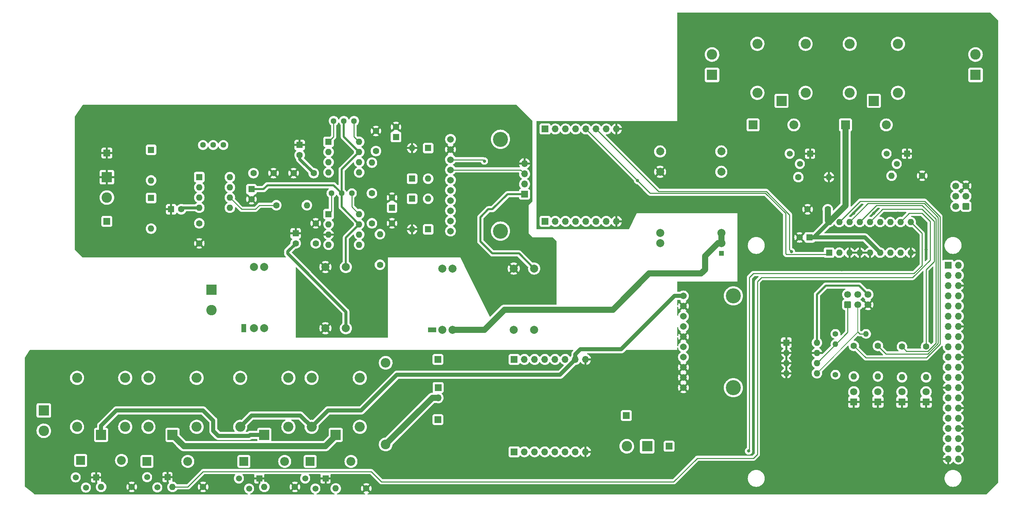
<source format=gbr>
%TF.GenerationSoftware,KiCad,Pcbnew,(6.0.9)*%
%TF.CreationDate,2023-02-24T15:44:59+01:00*%
%TF.ProjectId,mb.2024.0.0,6d622e32-3032-4342-9e30-2e302e6b6963,rev?*%
%TF.SameCoordinates,Original*%
%TF.FileFunction,Copper,L2,Bot*%
%TF.FilePolarity,Positive*%
%FSLAX46Y46*%
G04 Gerber Fmt 4.6, Leading zero omitted, Abs format (unit mm)*
G04 Created by KiCad (PCBNEW (6.0.9)) date 2023-02-24 15:44:59*
%MOMM*%
%LPD*%
G01*
G04 APERTURE LIST*
G04 Aperture macros list*
%AMRoundRect*
0 Rectangle with rounded corners*
0 $1 Rounding radius*
0 $2 $3 $4 $5 $6 $7 $8 $9 X,Y pos of 4 corners*
0 Add a 4 corners polygon primitive as box body*
4,1,4,$2,$3,$4,$5,$6,$7,$8,$9,$2,$3,0*
0 Add four circle primitives for the rounded corners*
1,1,$1+$1,$2,$3*
1,1,$1+$1,$4,$5*
1,1,$1+$1,$6,$7*
1,1,$1+$1,$8,$9*
0 Add four rect primitives between the rounded corners*
20,1,$1+$1,$2,$3,$4,$5,0*
20,1,$1+$1,$4,$5,$6,$7,0*
20,1,$1+$1,$6,$7,$8,$9,0*
20,1,$1+$1,$8,$9,$2,$3,0*%
G04 Aperture macros list end*
%TA.AperFunction,ComponentPad*%
%ADD10C,1.440000*%
%TD*%
%TA.AperFunction,ComponentPad*%
%ADD11C,1.600000*%
%TD*%
%TA.AperFunction,ComponentPad*%
%ADD12O,1.600000X1.600000*%
%TD*%
%TA.AperFunction,ComponentPad*%
%ADD13R,2.600000X2.600000*%
%TD*%
%TA.AperFunction,ComponentPad*%
%ADD14C,2.600000*%
%TD*%
%TA.AperFunction,ComponentPad*%
%ADD15R,2.500000X2.500000*%
%TD*%
%TA.AperFunction,ComponentPad*%
%ADD16O,2.500000X2.500000*%
%TD*%
%TA.AperFunction,ComponentPad*%
%ADD17R,1.800000X1.800000*%
%TD*%
%TA.AperFunction,ComponentPad*%
%ADD18C,1.800000*%
%TD*%
%TA.AperFunction,ComponentPad*%
%ADD19R,1.700000X1.700000*%
%TD*%
%TA.AperFunction,ComponentPad*%
%ADD20R,2.200000X2.200000*%
%TD*%
%TA.AperFunction,ComponentPad*%
%ADD21O,2.200000X2.200000*%
%TD*%
%TA.AperFunction,ComponentPad*%
%ADD22R,1.600000X1.600000*%
%TD*%
%TA.AperFunction,ComponentPad*%
%ADD23O,1.700000X1.700000*%
%TD*%
%TA.AperFunction,ComponentPad*%
%ADD24RoundRect,0.250000X0.600000X0.600000X-0.600000X0.600000X-0.600000X-0.600000X0.600000X-0.600000X0*%
%TD*%
%TA.AperFunction,ComponentPad*%
%ADD25C,1.700000*%
%TD*%
%TA.AperFunction,ComponentPad*%
%ADD26C,1.665000*%
%TD*%
%TA.AperFunction,ComponentPad*%
%ADD27C,3.750000*%
%TD*%
%TA.AperFunction,ComponentPad*%
%ADD28R,1.300000X2.000000*%
%TD*%
%TA.AperFunction,ComponentPad*%
%ADD29C,2.000000*%
%TD*%
%TA.AperFunction,ComponentPad*%
%ADD30RoundRect,0.250000X0.600000X-0.600000X0.600000X0.600000X-0.600000X0.600000X-0.600000X-0.600000X0*%
%TD*%
%TA.AperFunction,ComponentPad*%
%ADD31R,1.500000X1.500000*%
%TD*%
%TA.AperFunction,ComponentPad*%
%ADD32C,1.500000*%
%TD*%
%TA.AperFunction,ComponentPad*%
%ADD33R,2.000000X1.200000*%
%TD*%
%TA.AperFunction,ComponentPad*%
%ADD34C,1.400000*%
%TD*%
%TA.AperFunction,ComponentPad*%
%ADD35O,1.400000X1.400000*%
%TD*%
%TA.AperFunction,ComponentPad*%
%ADD36R,1.200000X1.200000*%
%TD*%
%TA.AperFunction,ComponentPad*%
%ADD37C,2.400000*%
%TD*%
%TA.AperFunction,ComponentPad*%
%ADD38O,2.400000X2.400000*%
%TD*%
%TA.AperFunction,ViaPad*%
%ADD39C,0.800000*%
%TD*%
%TA.AperFunction,Conductor*%
%ADD40C,1.000000*%
%TD*%
%TA.AperFunction,Conductor*%
%ADD41C,1.500000*%
%TD*%
%TA.AperFunction,Conductor*%
%ADD42C,0.500000*%
%TD*%
%TA.AperFunction,Conductor*%
%ADD43C,0.200000*%
%TD*%
%TA.AperFunction,Conductor*%
%ADD44C,0.250000*%
%TD*%
%TA.AperFunction,Conductor*%
%ADD45C,0.750000*%
%TD*%
G04 APERTURE END LIST*
D10*
%TO.P,RV2,1,1*%
%TO.N,Net-(RV2-Pad1)*%
X98550000Y-60000000D03*
%TO.P,RV2,2,2*%
%TO.N,+12V_A*%
X96010000Y-60000000D03*
%TO.P,RV2,3,3*%
%TO.N,Net-(RV2-Pad3)*%
X93470000Y-60000000D03*
%TD*%
D11*
%TO.P,R6,1*%
%TO.N,GNDD*%
X43180000Y-151130000D03*
D12*
%TO.P,R6,2*%
%TO.N,GP1*%
X35560000Y-151130000D03*
%TD*%
D13*
%TO.P,J1,1,Pin_1*%
%TO.N,/Relay_switch_dsp/out_12v_DSP*%
X253305000Y-48545000D03*
D14*
%TO.P,J1,2,Pin_2*%
%TO.N,/Relay_switch_dsp/out_GND_DSP*%
X253305000Y-43465000D03*
%TD*%
D11*
%TO.P,R1,1*%
%TO.N,GNDD*%
X240030000Y-73660000D03*
D12*
%TO.P,R1,2*%
%TO.N,GP2*%
X232410000Y-73660000D03*
%TD*%
D13*
%TO.P,J9,1,Pin_1*%
%TO.N,+12V_TX_bat*%
X187695000Y-48545000D03*
D14*
%TO.P,J9,2,Pin_2*%
%TO.N,GND_TX_bat*%
X187695000Y-43465000D03*
%TD*%
D15*
%TO.P,K6,1*%
%TO.N,Net-(J14-Pad2)*%
X93980000Y-138167500D03*
D16*
%TO.P,K6,2*%
%TO.N,Net-(D12-Pad2)*%
X99980000Y-136167500D03*
%TO.P,K6,3*%
%TO.N,/Current_injection_and_measurement/B*%
X99980000Y-123967500D03*
%TO.P,K6,4*%
%TO.N,unconnected-(K6-Pad4)*%
X87980000Y-123967500D03*
%TO.P,K6,5*%
%TO.N,5VD*%
X87980000Y-136167500D03*
%TD*%
D17*
%TO.P,D10-OHMPI-MEASURE1,1,K*%
%TO.N,GNDD*%
X235000000Y-130000000D03*
D18*
%TO.P,D10-OHMPI-MEASURE1,2,A*%
%TO.N,Net-(D10-OHMPI-MEASURE1-Pad2)*%
X235000000Y-127460000D03*
%TD*%
D15*
%TO.P,K1,1*%
%TO.N,GND_TX_bat*%
X228000000Y-55000000D03*
D16*
%TO.P,K1,2*%
%TO.N,Net-(D1-Pad2)*%
X234000000Y-53000000D03*
%TO.P,K1,3*%
%TO.N,/Relay_switch_dsp/out_GND_DSP*%
X234000000Y-40800000D03*
%TO.P,K1,4*%
%TO.N,unconnected-(K1-Pad4)*%
X222000000Y-40800000D03*
%TO.P,K1,5*%
%TO.N,5VD*%
X222000000Y-53000000D03*
%TD*%
D19*
%TO.P,J18,1,Pin_1*%
%TO.N,/Vmn_measurement/Electrode_M*%
X37000000Y-85000000D03*
%TD*%
%TO.P,J20,1,Pin_1*%
%TO.N,Net-(J14-Pad2)*%
X119430000Y-134380000D03*
%TD*%
D15*
%TO.P,K4,1*%
%TO.N,/Current_injection_and_measurement/Input_DSP_+_alim*%
X76200000Y-138167500D03*
D16*
%TO.P,K4,2*%
%TO.N,Net-(D10-Pad2)*%
X82200000Y-136167500D03*
%TO.P,K4,3*%
%TO.N,/Current_injection_and_measurement/A*%
X82200000Y-123967500D03*
%TO.P,K4,4*%
%TO.N,unconnected-(K4-Pad4)*%
X70200000Y-123967500D03*
%TO.P,K4,5*%
%TO.N,5VD*%
X70200000Y-136167500D03*
%TD*%
D20*
%TO.P,D10,1,K*%
%TO.N,5VD*%
X71120000Y-144780000D03*
D21*
%TO.P,D10,2,A*%
%TO.N,Net-(D10-Pad2)*%
X81280000Y-144780000D03*
%TD*%
D11*
%TO.P,R2,1*%
%TO.N,GP3*%
X209190000Y-74000000D03*
D12*
%TO.P,R2,2*%
%TO.N,GNDD*%
X216810000Y-74000000D03*
%TD*%
D22*
%TO.P,D8,1,K*%
%TO.N,/Vmn_measurement/Electrode_M*%
X48000000Y-79190000D03*
D12*
%TO.P,D8,2,A*%
%TO.N,-12V_A*%
X48000000Y-86810000D03*
%TD*%
D11*
%TO.P,C7,1*%
%TO.N,+12V_A*%
X103000000Y-85500000D03*
%TO.P,C7,2*%
%TO.N,GNDA*%
X108000000Y-85500000D03*
%TD*%
%TO.P,R12,1*%
%TO.N,GP6*%
X229000000Y-116000000D03*
D12*
%TO.P,R12,2*%
%TO.N,Net-(D11-OHMPI-STACK1-Pad2)*%
X229000000Y-123620000D03*
%TD*%
D19*
%TO.P,J4,1,Pin_1*%
%TO.N,unconnected-(J4-Pad1)*%
X146125000Y-85000000D03*
D23*
%TO.P,J4,2,Pin_2*%
%TO.N,unconnected-(J4-Pad2)*%
X148665000Y-85000000D03*
%TO.P,J4,3,Pin_3*%
%TO.N,unconnected-(J4-Pad3)*%
X151205000Y-85000000D03*
%TO.P,J4,4,Pin_4*%
%TO.N,unconnected-(J4-Pad4)*%
X153745000Y-85000000D03*
%TO.P,J4,5,Pin_5*%
%TO.N,unconnected-(J4-Pad5)*%
X156285000Y-85000000D03*
%TO.P,J4,6,Pin_6*%
%TO.N,unconnected-(J4-Pad6)*%
X158825000Y-85000000D03*
%TO.P,J4,7,Pin_7*%
%TO.N,unconnected-(J4-Pad7)*%
X161365000Y-85000000D03*
%TO.P,J4,8,Pin_8*%
%TO.N,GNDD*%
X163905000Y-85000000D03*
%TD*%
D11*
%TO.P,R13,1*%
%TO.N,GP7*%
X223000000Y-116000000D03*
D12*
%TO.P,R13,2*%
%TO.N,Net-(D12-LOW-TX-BATTERY1-Pad2)*%
X223000000Y-123620000D03*
%TD*%
D19*
%TO.P,J6,1,Pin_1*%
%TO.N,unconnected-(J6-Pad1)*%
X146125000Y-62000000D03*
D23*
%TO.P,J6,2,Pin_2*%
%TO.N,unconnected-(J6-Pad2)*%
X148665000Y-62000000D03*
%TO.P,J6,3,Pin_3*%
%TO.N,unconnected-(J6-Pad3)*%
X151205000Y-62000000D03*
%TO.P,J6,4,Pin_4*%
%TO.N,unconnected-(J6-Pad4)*%
X153745000Y-62000000D03*
%TO.P,J6,5,Pin_5*%
%TO.N,SCL1*%
X156285000Y-62000000D03*
%TO.P,J6,6,Pin_6*%
%TO.N,SDA1*%
X158825000Y-62000000D03*
%TO.P,J6,7,Pin_7*%
%TO.N,5VD*%
X161365000Y-62000000D03*
%TO.P,J6,8,Pin_8*%
%TO.N,GNDD*%
X163905000Y-62000000D03*
%TD*%
D19*
%TO.P,J5,1,Pin_1*%
%TO.N,5VA*%
X141000000Y-78250000D03*
D23*
%TO.P,J5,2,Pin_2*%
%TO.N,SCL2*%
X141000000Y-75710000D03*
%TO.P,J5,3,Pin_3*%
%TO.N,SDA2*%
X141000000Y-73170000D03*
%TO.P,J5,4,Pin_4*%
%TO.N,GNDA*%
X141000000Y-70630000D03*
%TD*%
D11*
%TO.P,C13,1*%
%TO.N,+12V_A*%
X104000000Y-67500000D03*
%TO.P,C13,2*%
%TO.N,GNDA*%
X104000000Y-62500000D03*
%TD*%
D24*
%TO.P,J13,1,Pin_1*%
%TO.N,SCL3*%
X250942500Y-81285000D03*
D25*
%TO.P,J13,2,Pin_2*%
%TO.N,unconnected-(J13-Pad2)*%
X248402500Y-81285000D03*
%TO.P,J13,3,Pin_3*%
%TO.N,SDA3*%
X250942500Y-78745000D03*
%TO.P,J13,4,Pin_4*%
%TO.N,unconnected-(J13-Pad4)*%
X248402500Y-78745000D03*
%TO.P,J13,5,Pin_5*%
%TO.N,GNDD*%
X250942500Y-76205000D03*
%TO.P,J13,6,Pin_6*%
%TO.N,5VD*%
X248402500Y-76205000D03*
%TD*%
D26*
%TO.P,U4,1,A3*%
%TO.N,unconnected-(U4-Pad1)*%
X122571000Y-87430000D03*
%TO.P,U4,2,A2*%
%TO.N,Net-(D3-Pad2)*%
X122571000Y-84890000D03*
%TO.P,U4,3,A1*%
%TO.N,unconnected-(U4-Pad3)*%
X122571000Y-82350000D03*
%TO.P,U4,4,A0*%
%TO.N,Net-(D5-Pad2)*%
X122571000Y-79810000D03*
%TO.P,U4,5,ALRT*%
%TO.N,unconnected-(U4-Pad5)*%
X122571000Y-77270000D03*
%TO.P,U4,6,ADDR*%
%TO.N,5VA*%
X122571000Y-74730000D03*
%TO.P,U4,7,SDA*%
%TO.N,SDA2*%
X122571000Y-72190000D03*
%TO.P,U4,8,SCL*%
%TO.N,SCL2*%
X122571000Y-69650000D03*
%TO.P,U4,9,GND*%
%TO.N,GNDA*%
X122571000Y-67110000D03*
%TO.P,U4,10,VDD*%
%TO.N,5VA*%
X122571000Y-64570000D03*
D27*
%TO.P,U4,MH1,MH1*%
%TO.N,unconnected-(U4-PadMH1)*%
X135017000Y-64570000D03*
%TO.P,U4,MH2,MH2*%
%TO.N,unconnected-(U4-PadMH2)*%
X135017000Y-87430000D03*
%TD*%
D22*
%TO.P,U1,1,SCL*%
%TO.N,SCL1*%
X216850000Y-92800000D03*
D12*
%TO.P,U1,2,SDA*%
%TO.N,SDA1*%
X219390000Y-92800000D03*
%TO.P,U1,3,A2*%
%TO.N,GNDD*%
X221930000Y-92800000D03*
%TO.P,U1,4,A1*%
X224470000Y-92800000D03*
%TO.P,U1,5,A0*%
X227010000Y-92800000D03*
%TO.P,U1,6,~{RESET}*%
%TO.N,5VD*%
X229550000Y-92800000D03*
%TO.P,U1,7,NC*%
%TO.N,unconnected-(U1-Pad7)*%
X232090000Y-92800000D03*
%TO.P,U1,8,INT*%
%TO.N,unconnected-(U1-Pad8)*%
X234630000Y-92800000D03*
%TO.P,U1,9,VSS*%
%TO.N,GNDD*%
X237170000Y-92800000D03*
%TO.P,U1,10,GP0*%
%TO.N,GP0*%
X237170000Y-85180000D03*
%TO.P,U1,11,GP1*%
%TO.N,GP1*%
X234630000Y-85180000D03*
%TO.P,U1,12,GP2*%
%TO.N,GP2*%
X232090000Y-85180000D03*
%TO.P,U1,13,GP3*%
%TO.N,GP3*%
X229550000Y-85180000D03*
%TO.P,U1,14,GP4*%
%TO.N,GP4*%
X227010000Y-85180000D03*
%TO.P,U1,15,GP5*%
%TO.N,GP5*%
X224470000Y-85180000D03*
%TO.P,U1,16,GP6*%
%TO.N,GP6*%
X221930000Y-85180000D03*
%TO.P,U1,17,GP7*%
%TO.N,GP7*%
X219390000Y-85180000D03*
%TO.P,U1,18,VDD*%
%TO.N,5VD*%
X216850000Y-85180000D03*
%TD*%
D28*
%TO.P,Alim_analog_Vmn_measurement_ina128P_lm158,1,ON/OFF*%
%TO.N,unconnected-(Alim_analog_Vmn_measurement_ina128P_lm158-Pad1)*%
X71100000Y-111620000D03*
D29*
%TO.P,Alim_analog_Vmn_measurement_ina128P_lm158,2,-VIN(GND)*%
%TO.N,GND_RX_bat*%
X73640000Y-111620000D03*
%TO.P,Alim_analog_Vmn_measurement_ina128P_lm158,3,-VIN(GND)*%
X76180000Y-111620000D03*
%TO.P,Alim_analog_Vmn_measurement_ina128P_lm158,9,COMMON*%
%TO.N,GNDA*%
X91420000Y-111620000D03*
%TO.P,Alim_analog_Vmn_measurement_ina128P_lm158,11,-VOUT*%
%TO.N,-12V_A*%
X96500000Y-111620000D03*
%TO.P,Alim_analog_Vmn_measurement_ina128P_lm158,14,+VOUT*%
%TO.N,+12V_A*%
X96500000Y-96380000D03*
%TO.P,Alim_analog_Vmn_measurement_ina128P_lm158,16,COMMON*%
%TO.N,GNDA*%
X91420000Y-96380000D03*
%TO.P,Alim_analog_Vmn_measurement_ina128P_lm158,22,+VIN(VCC)*%
%TO.N,+12V_RX_bat*%
X76180000Y-96380000D03*
%TO.P,Alim_analog_Vmn_measurement_ina128P_lm158,23,+VIN(VCC)*%
X73640000Y-96380000D03*
%TD*%
D30*
%TO.P,J8,1,Pin_1*%
%TO.N,SCL1*%
X221455000Y-105752500D03*
D25*
%TO.P,J8,2,Pin_2*%
%TO.N,unconnected-(J8-Pad2)*%
X221455000Y-103212500D03*
%TO.P,J8,3,Pin_3*%
%TO.N,SDA1*%
X223995000Y-105752500D03*
%TO.P,J8,4,Pin_4*%
%TO.N,unconnected-(J8-Pad4)*%
X223995000Y-103212500D03*
%TO.P,J8,5,Pin_5*%
%TO.N,GNDD*%
X226535000Y-105752500D03*
%TO.P,J8,6,Pin_6*%
%TO.N,5VD*%
X226535000Y-103212500D03*
%TD*%
D22*
%TO.P,U3,1,A0*%
%TO.N,GNDD*%
X206200000Y-115200000D03*
D12*
%TO.P,U3,2,A1*%
X206200000Y-117740000D03*
%TO.P,U3,3,A2*%
X206200000Y-120280000D03*
%TO.P,U3,4,GND*%
X206200000Y-122820000D03*
%TO.P,U3,5,SDA*%
%TO.N,SDA1*%
X213820000Y-122820000D03*
%TO.P,U3,6,SCL*%
%TO.N,SCL1*%
X213820000Y-120280000D03*
%TO.P,U3,7,WP*%
%TO.N,GNDD*%
X213820000Y-117740000D03*
%TO.P,U3,8,VCC*%
%TO.N,5VD*%
X213820000Y-115200000D03*
%TD*%
D11*
%TO.P,R5,1*%
%TO.N,Net-(R3-Pad2)*%
X105000000Y-95810000D03*
D12*
%TO.P,R5,2*%
%TO.N,Net-(D3-Pad2)*%
X105000000Y-88190000D03*
%TD*%
D19*
%TO.P,J14,1,Pin_1*%
%TO.N,/Current_injection_and_measurement/Input_DSP_GND_alim*%
X119475000Y-126395000D03*
D23*
%TO.P,J14,2,Pin_2*%
%TO.N,Net-(J14-Pad2)*%
X119475000Y-128935000D03*
%TD*%
D11*
%TO.P,R4,1*%
%TO.N,Net-(R4-Pad1)*%
X103000000Y-78000000D03*
D12*
%TO.P,R4,2*%
%TO.N,Net-(D5-Pad2)*%
X103000000Y-70380000D03*
%TD*%
D22*
%TO.P,D7,1,K*%
%TO.N,+12V_A*%
X48000000Y-67190000D03*
D12*
%TO.P,D7,2,A*%
%TO.N,/Vmn_measurement/Electrode_M*%
X48000000Y-74810000D03*
%TD*%
D22*
%TO.P,D5,1,K*%
%TO.N,5VA*%
X117000000Y-66760000D03*
D12*
%TO.P,D5,2,A*%
%TO.N,Net-(D5-Pad2)*%
X117000000Y-74380000D03*
%TD*%
D31*
%TO.P,Q6,1*%
%TO.N,GNDD*%
X91450000Y-149010000D03*
D32*
%TO.P,Q6,2*%
%TO.N,GP0*%
X88910000Y-151550000D03*
%TO.P,Q6,3*%
%TO.N,Net-(D12-Pad2)*%
X86370000Y-149010000D03*
%TD*%
D13*
%TO.P,J3,1,Pin_1*%
%TO.N,/Current_injection_and_measurement/A*%
X21285000Y-132075000D03*
D14*
%TO.P,J3,2,Pin_2*%
%TO.N,/Current_injection_and_measurement/B*%
X21285000Y-137155000D03*
%TD*%
D31*
%TO.P,Q5,1*%
%TO.N,GNDD*%
X52080000Y-148700000D03*
D32*
%TO.P,Q5,2*%
%TO.N,GP1*%
X49540000Y-151240000D03*
%TO.P,Q5,3*%
%TO.N,Net-(D11-Pad2)*%
X47000000Y-148700000D03*
%TD*%
D31*
%TO.P,Q1,1*%
%TO.N,GNDD*%
X236230000Y-68160000D03*
D32*
%TO.P,Q1,2*%
%TO.N,GP2*%
X233690000Y-70700000D03*
%TO.P,Q1,3*%
%TO.N,Net-(D1-Pad2)*%
X231150000Y-68160000D03*
%TD*%
D11*
%TO.P,R15,1*%
%TO.N,GNDD*%
X60960000Y-151130000D03*
D12*
%TO.P,R15,2*%
%TO.N,GP1*%
X53340000Y-151130000D03*
%TD*%
D11*
%TO.P,C5,1*%
%TO.N,+12V_A*%
X73500000Y-73000000D03*
%TO.P,C5,2*%
%TO.N,GNDA*%
X78500000Y-73000000D03*
%TD*%
D22*
%TO.P,C10,1*%
%TO.N,GNDA*%
X53000000Y-82000000D03*
D11*
%TO.P,C10,2*%
%TO.N,-12V_A*%
X55500000Y-82000000D03*
%TD*%
D22*
%TO.P,C2,1*%
%TO.N,5VD*%
X212000000Y-89000000D03*
D11*
%TO.P,C2,2*%
%TO.N,GNDD*%
X209500000Y-89000000D03*
%TD*%
D13*
%TO.P,J2,1,Pin_1*%
%TO.N,/Current_injection_and_measurement/Input_DSP_+_alim*%
X171545000Y-141000000D03*
D14*
%TO.P,J2,2,Pin_2*%
%TO.N,/Current_injection_and_measurement/Input_DSP_GND_alim*%
X166465000Y-141000000D03*
%TD*%
D22*
%TO.P,U6,1,VOS*%
%TO.N,Net-(RV2-Pad3)*%
X92200000Y-65200000D03*
D12*
%TO.P,U6,2,-*%
%TO.N,Net-(R4-Pad1)*%
X92200000Y-67740000D03*
%TO.P,U6,3,+*%
%TO.N,Net-(R3-Pad1)*%
X92200000Y-70280000D03*
%TO.P,U6,4,V-*%
%TO.N,-12V_A*%
X92200000Y-72820000D03*
%TO.P,U6,5,NC*%
%TO.N,unconnected-(U6-Pad5)*%
X99820000Y-72820000D03*
%TO.P,U6,6*%
%TO.N,Net-(D5-Pad2)*%
X99820000Y-70280000D03*
%TO.P,U6,7,V+*%
%TO.N,+12V_A*%
X99820000Y-67740000D03*
%TO.P,U6,8,VOS*%
%TO.N,Net-(RV2-Pad1)*%
X99820000Y-65200000D03*
%TD*%
D22*
%TO.P,D6,1,K*%
%TO.N,Net-(D5-Pad2)*%
X113000000Y-74380000D03*
D12*
%TO.P,D6,2,A*%
%TO.N,GNDA*%
X113000000Y-66760000D03*
%TD*%
D19*
%TO.P,J19,1,Pin_1*%
%TO.N,GNDA*%
X37000000Y-68000000D03*
%TD*%
D26*
%TO.P,U5,1,A3*%
%TO.N,GNDD*%
X180571000Y-126430000D03*
%TO.P,U5,2,A2*%
X180571000Y-123890000D03*
%TO.P,U5,3,A1*%
X180571000Y-121350000D03*
%TO.P,U5,4,A0*%
%TO.N,AN*%
X180571000Y-118810000D03*
%TO.P,U5,5,ALRT*%
%TO.N,unconnected-(U5-Pad5)*%
X180571000Y-116270000D03*
%TO.P,U5,6,ADDR*%
%TO.N,GNDD*%
X180571000Y-113730000D03*
%TO.P,U5,7,SDA*%
%TO.N,SDA1*%
X180571000Y-111190000D03*
%TO.P,U5,8,SCL*%
%TO.N,SCL1*%
X180571000Y-108650000D03*
%TO.P,U5,9,GND*%
%TO.N,GNDD*%
X180571000Y-106110000D03*
%TO.P,U5,10,VDD*%
%TO.N,5VD*%
X180571000Y-103570000D03*
D27*
%TO.P,U5,MH1,MH1*%
%TO.N,unconnected-(U5-PadMH1)*%
X193017000Y-103570000D03*
%TO.P,U5,MH2,MH2*%
%TO.N,unconnected-(U5-PadMH2)*%
X193017000Y-126430000D03*
%TD*%
D33*
%TO.P,Alim_5V_I2C_isolator_Vmn_measurement1,1,REMOTE_ON/OFF*%
%TO.N,unconnected-(Alim_5V_I2C_isolator_Vmn_measurement1-Pad1)*%
X118000000Y-112000000D03*
D29*
%TO.P,Alim_5V_I2C_isolator_Vmn_measurement1,2,-VIN_(GND)_1*%
%TO.N,GND_RX_bat*%
X120540000Y-112000000D03*
%TO.P,Alim_5V_I2C_isolator_Vmn_measurement1,3,-VIN_(GND)_2*%
X123080000Y-112000000D03*
%TO.P,Alim_5V_I2C_isolator_Vmn_measurement1,9,NC*%
%TO.N,unconnected-(Alim_5V_I2C_isolator_Vmn_measurement1-Pad9)*%
X138320000Y-112000000D03*
%TO.P,Alim_5V_I2C_isolator_Vmn_measurement1,11,NC.*%
%TO.N,unconnected-(Alim_5V_I2C_isolator_Vmn_measurement1-Pad11)*%
X143400000Y-112000000D03*
%TO.P,Alim_5V_I2C_isolator_Vmn_measurement1,14,+VOUT*%
%TO.N,5VA*%
X143400000Y-96760000D03*
%TO.P,Alim_5V_I2C_isolator_Vmn_measurement1,16,-VOUT*%
%TO.N,GNDA*%
X138320000Y-96760000D03*
%TO.P,Alim_5V_I2C_isolator_Vmn_measurement1,22,+VIN_(VCC)_1*%
%TO.N,+12V_RX_bat*%
X123080000Y-96760000D03*
%TO.P,Alim_5V_I2C_isolator_Vmn_measurement1,23,+VIN_(VCC)_2*%
X120540000Y-96760000D03*
%TD*%
D17*
%TO.P,D9-OHMPI-RUN-WAITING1,1,K*%
%TO.N,GNDD*%
X241000000Y-130000000D03*
D18*
%TO.P,D9-OHMPI-RUN-WAITING1,2,A*%
%TO.N,Net-(D9-OHMPI-RUN-WAITING1-Pad2)*%
X241000000Y-127460000D03*
%TD*%
D20*
%TO.P,D11,1,K*%
%TO.N,5VD*%
X46990000Y-144780000D03*
D21*
%TO.P,D11,2,A*%
%TO.N,Net-(D11-Pad2)*%
X57150000Y-144780000D03*
%TD*%
D20*
%TO.P,D2,1,K*%
%TO.N,5VD*%
X197920000Y-61000000D03*
D21*
%TO.P,D2,2,A*%
%TO.N,Net-(D2-Pad2)*%
X208080000Y-61000000D03*
%TD*%
D11*
%TO.P,R7,1*%
%TO.N,GNDD*%
X83820000Y-151130000D03*
D12*
%TO.P,R7,2*%
%TO.N,GP0*%
X76200000Y-151130000D03*
%TD*%
D22*
%TO.P,U7,1,VOS*%
%TO.N,Net-(RV3-Pad3)*%
X92200000Y-83200000D03*
D12*
%TO.P,U7,2,-*%
%TO.N,Net-(R3-Pad2)*%
X92200000Y-85740000D03*
%TO.P,U7,3,+*%
%TO.N,GNDA*%
X92200000Y-88280000D03*
%TO.P,U7,4,V-*%
%TO.N,-12V_A*%
X92200000Y-90820000D03*
%TO.P,U7,5,NC*%
%TO.N,unconnected-(U7-Pad5)*%
X99820000Y-90820000D03*
%TO.P,U7,6*%
%TO.N,Net-(D3-Pad2)*%
X99820000Y-88280000D03*
%TO.P,U7,7,V+*%
%TO.N,+12V_A*%
X99820000Y-85740000D03*
%TO.P,U7,8,VOS*%
%TO.N,Net-(RV3-Pad1)*%
X99820000Y-83200000D03*
%TD*%
D22*
%TO.P,C9,1*%
%TO.N,+12V_A*%
X108000000Y-81600000D03*
D11*
%TO.P,C9,2*%
%TO.N,GNDA*%
X108000000Y-79100000D03*
%TD*%
D22*
%TO.P,D3,1,K*%
%TO.N,5VA*%
X117000000Y-87000000D03*
D12*
%TO.P,D3,2,A*%
%TO.N,Net-(D3-Pad2)*%
X117000000Y-79380000D03*
%TD*%
D19*
%TO.P,J12,1,Pin_1*%
%TO.N,AN*%
X138430000Y-142380000D03*
D23*
%TO.P,J12,2,Pin_2*%
%TO.N,unconnected-(J12-Pad2)*%
X140970000Y-142380000D03*
%TO.P,J12,3,Pin_3*%
%TO.N,unconnected-(J12-Pad3)*%
X143510000Y-142380000D03*
%TO.P,J12,4,Pin_4*%
%TO.N,unconnected-(J12-Pad4)*%
X146050000Y-142380000D03*
%TO.P,J12,5,Pin_5*%
%TO.N,unconnected-(J12-Pad5)*%
X148590000Y-142380000D03*
%TO.P,J12,6,Pin_6*%
%TO.N,unconnected-(J12-Pad6)*%
X151130000Y-142380000D03*
%TO.P,J12,7,Pin_7*%
%TO.N,unconnected-(J12-Pad7)*%
X153670000Y-142380000D03*
%TO.P,J12,8,Pin_8*%
%TO.N,GNDD*%
X156210000Y-142380000D03*
%TD*%
D19*
%TO.P,J17,1,Pin_1*%
%TO.N,/Current_injection_and_measurement/Input_DSP_GND_alim*%
X119430000Y-119380000D03*
%TD*%
D20*
%TO.P,D12,1,K*%
%TO.N,5VD*%
X87630000Y-144780000D03*
D21*
%TO.P,D12,2,A*%
%TO.N,Net-(D12-Pad2)*%
X97790000Y-144780000D03*
%TD*%
D20*
%TO.P,D1,1,K*%
%TO.N,5VD*%
X220920000Y-61000000D03*
D21*
%TO.P,D1,2,A*%
%TO.N,Net-(D1-Pad2)*%
X231080000Y-61000000D03*
%TD*%
D17*
%TO.P,D11-OHMPI-STACK1,1,K*%
%TO.N,GNDD*%
X229000000Y-130000000D03*
D18*
%TO.P,D11-OHMPI-STACK1,2,A*%
%TO.N,Net-(D11-OHMPI-STACK1-Pad2)*%
X229000000Y-127460000D03*
%TD*%
D34*
%TO.P,R14,1*%
%TO.N,5VD*%
X218440000Y-113030000D03*
D35*
%TO.P,R14,2*%
%TO.N,SDA1*%
X226060000Y-113030000D03*
%TD*%
D31*
%TO.P,Q4,1*%
%TO.N,GNDD*%
X74940000Y-149010000D03*
D32*
%TO.P,Q4,2*%
%TO.N,GP0*%
X72400000Y-151550000D03*
%TO.P,Q4,3*%
%TO.N,Net-(D10-Pad2)*%
X69860000Y-149010000D03*
%TD*%
D20*
%TO.P,D9,1,K*%
%TO.N,5VD*%
X30480000Y-144517500D03*
D21*
%TO.P,D9,2,A*%
%TO.N,Net-(D9-Pad2)*%
X40640000Y-144517500D03*
%TD*%
D15*
%TO.P,K2,1*%
%TO.N,+12V_TX_bat*%
X205000000Y-55000000D03*
D16*
%TO.P,K2,2*%
%TO.N,Net-(D2-Pad2)*%
X211000000Y-53000000D03*
%TO.P,K2,3*%
%TO.N,/Relay_switch_dsp/out_12v_DSP*%
X211000000Y-40800000D03*
%TO.P,K2,4*%
%TO.N,unconnected-(K2-Pad4)*%
X199000000Y-40800000D03*
%TO.P,K2,5*%
%TO.N,5VD*%
X199000000Y-53000000D03*
%TD*%
D11*
%TO.P,R3,1*%
%TO.N,Net-(R3-Pad1)*%
X79190000Y-81000000D03*
D12*
%TO.P,R3,2*%
%TO.N,Net-(R3-Pad2)*%
X86810000Y-81000000D03*
%TD*%
D11*
%TO.P,C8,1*%
%TO.N,-12V_A*%
X89000000Y-90500000D03*
%TO.P,C8,2*%
%TO.N,GNDA*%
X89000000Y-85500000D03*
%TD*%
D10*
%TO.P,RV3,1,1*%
%TO.N,Net-(RV3-Pad1)*%
X98000000Y-78000000D03*
%TO.P,RV3,2,2*%
%TO.N,+12V_A*%
X95460000Y-78000000D03*
%TO.P,RV3,3,3*%
%TO.N,Net-(RV3-Pad3)*%
X92920000Y-78000000D03*
%TD*%
D36*
%TO.P,Alim_5V_Digital_rasp_iso1540_mcp23008_current_7_click1,1,REMOTE_ON/OFF*%
%TO.N,unconnected-(Alim_5V_Digital_rasp_iso1540_mcp23008_current_7_click1-Pad1)*%
X190000000Y-93000000D03*
D29*
%TO.P,Alim_5V_Digital_rasp_iso1540_mcp23008_current_7_click1,2,-VIN_(GND)_1*%
%TO.N,GND_RX_bat*%
X190000000Y-90460000D03*
%TO.P,Alim_5V_Digital_rasp_iso1540_mcp23008_current_7_click1,3,-VIN_(GND)_2*%
X190000000Y-87920000D03*
%TO.P,Alim_5V_Digital_rasp_iso1540_mcp23008_current_7_click1,9,NC*%
%TO.N,unconnected-(Alim_5V_Digital_rasp_iso1540_mcp23008_current_7_click1-Pad9)*%
X190000000Y-72680000D03*
%TO.P,Alim_5V_Digital_rasp_iso1540_mcp23008_current_7_click1,11,NC.*%
%TO.N,unconnected-(Alim_5V_Digital_rasp_iso1540_mcp23008_current_7_click1-Pad11)*%
X190000000Y-67600000D03*
%TO.P,Alim_5V_Digital_rasp_iso1540_mcp23008_current_7_click1,14,+VOUT*%
%TO.N,5VD*%
X174760000Y-67600000D03*
%TO.P,Alim_5V_Digital_rasp_iso1540_mcp23008_current_7_click1,16,-VOUT*%
%TO.N,GNDD*%
X174760000Y-72680000D03*
%TO.P,Alim_5V_Digital_rasp_iso1540_mcp23008_current_7_click1,22,+VIN_(VCC)_1*%
%TO.N,+12V_RX_bat*%
X174760000Y-87920000D03*
%TO.P,Alim_5V_Digital_rasp_iso1540_mcp23008_current_7_click1,23,+VIN_(VCC)_2*%
X174760000Y-90460000D03*
%TD*%
D31*
%TO.P,Q3,1*%
%TO.N,GNDD*%
X34300000Y-148747500D03*
D32*
%TO.P,Q3,2*%
%TO.N,GP1*%
X31760000Y-151287500D03*
%TO.P,Q3,3*%
%TO.N,Net-(D9-Pad2)*%
X29220000Y-148747500D03*
%TD*%
D22*
%TO.P,C3,1*%
%TO.N,+12V_A*%
X73000000Y-77000000D03*
D11*
%TO.P,C3,2*%
%TO.N,GNDA*%
X73000000Y-79500000D03*
%TD*%
D10*
%TO.P,RV1,1,1*%
%TO.N,Net-(RV1-Pad1)*%
X66000000Y-66000000D03*
%TO.P,RV1,2,2*%
%TO.N,+12V_A*%
X63460000Y-66000000D03*
%TO.P,RV1,3,3*%
%TO.N,Net-(RV1-Pad3)*%
X60920000Y-66000000D03*
%TD*%
D11*
%TO.P,R16,1*%
%TO.N,GNDD*%
X101600000Y-151500000D03*
D12*
%TO.P,R16,2*%
%TO.N,GP0*%
X93980000Y-151500000D03*
%TD*%
D22*
%TO.P,C6,1*%
%TO.N,GNDA*%
X84000000Y-88000000D03*
D11*
%TO.P,C6,2*%
%TO.N,-12V_A*%
X84000000Y-90500000D03*
%TD*%
D34*
%TO.P,R9,1*%
%TO.N,5VD*%
X218440000Y-123190000D03*
D35*
%TO.P,R9,2*%
%TO.N,SCL1*%
X218440000Y-115570000D03*
%TD*%
D11*
%TO.P,R10,1*%
%TO.N,GP4*%
X241000000Y-116190000D03*
D12*
%TO.P,R10,2*%
%TO.N,Net-(D9-OHMPI-RUN-WAITING1-Pad2)*%
X241000000Y-123810000D03*
%TD*%
D19*
%TO.P,J10,1,Pin_1*%
%TO.N,/Current_injection_and_measurement/Input_DSP_+_alim*%
X177000000Y-141000000D03*
%TD*%
D17*
%TO.P,D12-LOW-TX-BATTERY1,1,K*%
%TO.N,GNDD*%
X223000000Y-130000000D03*
D18*
%TO.P,D12-LOW-TX-BATTERY1,2,A*%
%TO.N,Net-(D12-LOW-TX-BATTERY1-Pad2)*%
X223000000Y-127460000D03*
%TD*%
D19*
%TO.P,J21,1,Pin_1*%
%TO.N,/Current_injection_and_measurement/Input_DSP_GND_alim*%
X166370000Y-133350000D03*
%TD*%
D22*
%TO.P,C14,1*%
%TO.N,+12V_A*%
X109000000Y-64000000D03*
D11*
%TO.P,C14,2*%
%TO.N,GNDA*%
X109000000Y-61500000D03*
%TD*%
D22*
%TO.P,U2,1,VOS*%
%TO.N,Net-(RV1-Pad3)*%
X60000000Y-74000000D03*
D12*
%TO.P,U2,2,-*%
%TO.N,Net-(R3-Pad1)*%
X60000000Y-76540000D03*
%TO.P,U2,3,+*%
%TO.N,/Vmn_measurement/Electrode_M*%
X60000000Y-79080000D03*
%TO.P,U2,4,V-*%
%TO.N,-12V_A*%
X60000000Y-81620000D03*
%TO.P,U2,5,NC*%
%TO.N,unconnected-(U2-Pad5)*%
X67620000Y-81620000D03*
%TO.P,U2,6*%
%TO.N,Net-(R3-Pad1)*%
X67620000Y-79080000D03*
%TO.P,U2,7,V+*%
%TO.N,+12V_A*%
X67620000Y-76540000D03*
%TO.P,U2,8,VOS*%
%TO.N,Net-(RV1-Pad1)*%
X67620000Y-74000000D03*
%TD*%
D11*
%TO.P,C4,1*%
%TO.N,-12V_A*%
X60000000Y-85500000D03*
%TO.P,C4,2*%
%TO.N,GNDA*%
X60000000Y-90500000D03*
%TD*%
D13*
%TO.P,J16,1,Pin_1*%
%TO.N,+12V_RX_bat*%
X63000000Y-102000000D03*
D14*
%TO.P,J16,2,Pin_2*%
%TO.N,GND_RX_bat*%
X63000000Y-107080000D03*
%TD*%
D11*
%TO.P,C11,1*%
%TO.N,-12V_A*%
X88500000Y-73000000D03*
%TO.P,C11,2*%
%TO.N,GNDA*%
X83500000Y-73000000D03*
%TD*%
%TO.P,C1,1*%
%TO.N,5VD*%
X216500000Y-82000000D03*
%TO.P,C1,2*%
%TO.N,GNDD*%
X211500000Y-82000000D03*
%TD*%
D22*
%TO.P,D4,1,K*%
%TO.N,Net-(D3-Pad2)*%
X113000000Y-79380000D03*
D12*
%TO.P,D4,2,A*%
%TO.N,GNDA*%
X113000000Y-87000000D03*
%TD*%
D15*
%TO.P,K3,1*%
%TO.N,/Current_injection_and_measurement/Input_DSP_+_alim*%
X35560000Y-138167500D03*
D16*
%TO.P,K3,2*%
%TO.N,Net-(D9-Pad2)*%
X41560000Y-136167500D03*
%TO.P,K3,3*%
%TO.N,/Current_injection_and_measurement/B*%
X41560000Y-123967500D03*
%TO.P,K3,4*%
%TO.N,unconnected-(K3-Pad4)*%
X29560000Y-123967500D03*
%TO.P,K3,5*%
%TO.N,5VD*%
X29560000Y-136167500D03*
%TD*%
D37*
%TO.P,R8,1*%
%TO.N,Net-(J14-Pad2)*%
X106430000Y-140540000D03*
D38*
%TO.P,R8,2*%
%TO.N,/Current_injection_and_measurement/Input_DSP_GND_alim*%
X106430000Y-120220000D03*
%TD*%
D11*
%TO.P,R11,1*%
%TO.N,GP5*%
X235000000Y-116190000D03*
D12*
%TO.P,R11,2*%
%TO.N,Net-(D10-OHMPI-MEASURE1-Pad2)*%
X235000000Y-123810000D03*
%TD*%
D13*
%TO.P,J11,1,Pin_1*%
%TO.N,GNDA*%
X37000000Y-74000000D03*
D14*
%TO.P,J11,2,Pin_2*%
%TO.N,/Vmn_measurement/Electrode_M*%
X37000000Y-79080000D03*
%TD*%
D22*
%TO.P,C12,1*%
%TO.N,GNDA*%
X85000000Y-66000000D03*
D11*
%TO.P,C12,2*%
%TO.N,-12V_A*%
X85000000Y-68500000D03*
%TD*%
D19*
%TO.P,J15,1,Pin_1*%
%TO.N,unconnected-(J15-Pad1)*%
X138430000Y-119380000D03*
D23*
%TO.P,J15,2,Pin_2*%
%TO.N,unconnected-(J15-Pad2)*%
X140970000Y-119380000D03*
%TO.P,J15,3,Pin_3*%
%TO.N,unconnected-(J15-Pad3)*%
X143510000Y-119380000D03*
%TO.P,J15,4,Pin_4*%
%TO.N,unconnected-(J15-Pad4)*%
X146050000Y-119380000D03*
%TO.P,J15,5,Pin_5*%
%TO.N,unconnected-(J15-Pad5)*%
X148590000Y-119380000D03*
%TO.P,J15,6,Pin_6*%
%TO.N,unconnected-(J15-Pad6)*%
X151130000Y-119380000D03*
%TO.P,J15,7,Pin_7*%
%TO.N,5VD*%
X153670000Y-119380000D03*
%TO.P,J15,8,Pin_8*%
%TO.N,GNDD*%
X156210000Y-119380000D03*
%TD*%
D15*
%TO.P,K5,1*%
%TO.N,Net-(J14-Pad2)*%
X53340000Y-138167500D03*
D16*
%TO.P,K5,2*%
%TO.N,Net-(D11-Pad2)*%
X59340000Y-136167500D03*
%TO.P,K5,3*%
%TO.N,/Current_injection_and_measurement/A*%
X59340000Y-123967500D03*
%TO.P,K5,4*%
%TO.N,unconnected-(K5-Pad4)*%
X47340000Y-123967500D03*
%TO.P,K5,5*%
%TO.N,5VD*%
X47340000Y-136167500D03*
%TD*%
D31*
%TO.P,Q2,1*%
%TO.N,GNDD*%
X212100000Y-68160000D03*
D32*
%TO.P,Q2,2*%
%TO.N,GP3*%
X209560000Y-70700000D03*
%TO.P,Q2,3*%
%TO.N,Net-(D2-Pad2)*%
X207020000Y-68160000D03*
%TD*%
D19*
%TO.P,J7,1,3V3*%
%TO.N,unconnected-(J7-Pad1)*%
X246500000Y-95900000D03*
D23*
%TO.P,J7,2,5V*%
%TO.N,5VD*%
X249040000Y-95900000D03*
%TO.P,J7,3,SDA/GPIO2*%
%TO.N,SDA1*%
X246500000Y-98440000D03*
%TO.P,J7,4,5V*%
%TO.N,unconnected-(J7-Pad4)*%
X249040000Y-98440000D03*
%TO.P,J7,5,SCL/GPIO3*%
%TO.N,SCL1*%
X246500000Y-100980000D03*
%TO.P,J7,6,GND*%
%TO.N,GNDD*%
X249040000Y-100980000D03*
%TO.P,J7,7,GCLK0/GPIO4*%
%TO.N,unconnected-(J7-Pad7)*%
X246500000Y-103520000D03*
%TO.P,J7,8,GPIO14/TXD*%
%TO.N,unconnected-(J7-Pad8)*%
X249040000Y-103520000D03*
%TO.P,J7,9,GND*%
%TO.N,GNDD*%
X246500000Y-106060000D03*
%TO.P,J7,10,GPIO15/RXD*%
%TO.N,unconnected-(J7-Pad10)*%
X249040000Y-106060000D03*
%TO.P,J7,11,GPIO17*%
%TO.N,unconnected-(J7-Pad11)*%
X246500000Y-108600000D03*
%TO.P,J7,12,GPIO18/PWM0*%
%TO.N,unconnected-(J7-Pad12)*%
X249040000Y-108600000D03*
%TO.P,J7,13,GPIO27*%
%TO.N,unconnected-(J7-Pad13)*%
X246500000Y-111140000D03*
%TO.P,J7,14,GND*%
%TO.N,GNDD*%
X249040000Y-111140000D03*
%TO.P,J7,15,GPIO22*%
%TO.N,SDA3*%
X246500000Y-113680000D03*
%TO.P,J7,16,GPIO23*%
%TO.N,SCL3*%
X249040000Y-113680000D03*
%TO.P,J7,17,3V3*%
%TO.N,unconnected-(J7-Pad17)*%
X246500000Y-116220000D03*
%TO.P,J7,18,GPIO24*%
%TO.N,unconnected-(J7-Pad18)*%
X249040000Y-116220000D03*
%TO.P,J7,19,MOSI0/GPIO10*%
%TO.N,unconnected-(J7-Pad19)*%
X246500000Y-118760000D03*
%TO.P,J7,20,GND*%
%TO.N,GNDD*%
X249040000Y-118760000D03*
%TO.P,J7,21,MISO0/GPIO9*%
%TO.N,unconnected-(J7-Pad21)*%
X246500000Y-121300000D03*
%TO.P,J7,22,GPIO25*%
%TO.N,unconnected-(J7-Pad22)*%
X249040000Y-121300000D03*
%TO.P,J7,23,SCLK0/GPIO11*%
%TO.N,unconnected-(J7-Pad23)*%
X246500000Y-123840000D03*
%TO.P,J7,24,~{CE0}/GPIO8*%
%TO.N,unconnected-(J7-Pad24)*%
X249040000Y-123840000D03*
%TO.P,J7,25,GND*%
%TO.N,GNDD*%
X246500000Y-126380000D03*
%TO.P,J7,26,~{CE1}/GPIO7*%
%TO.N,unconnected-(J7-Pad26)*%
X249040000Y-126380000D03*
%TO.P,J7,27,ID_SD/GPIO0*%
%TO.N,unconnected-(J7-Pad27)*%
X246500000Y-128920000D03*
%TO.P,J7,28,ID_SC/GPIO1*%
%TO.N,unconnected-(J7-Pad28)*%
X249040000Y-128920000D03*
%TO.P,J7,29,GCLK1/GPIO5*%
%TO.N,unconnected-(J7-Pad29)*%
X246500000Y-131460000D03*
%TO.P,J7,30,GND*%
%TO.N,GNDD*%
X249040000Y-131460000D03*
%TO.P,J7,31,GCLK2/GPIO6*%
%TO.N,unconnected-(J7-Pad31)*%
X246500000Y-134000000D03*
%TO.P,J7,32,PWM0/GPIO12*%
%TO.N,unconnected-(J7-Pad32)*%
X249040000Y-134000000D03*
%TO.P,J7,33,PWM1/GPIO13*%
%TO.N,unconnected-(J7-Pad33)*%
X246500000Y-136540000D03*
%TO.P,J7,34,GND*%
%TO.N,GNDD*%
X249040000Y-136540000D03*
%TO.P,J7,35,GPIO19/MISO1*%
%TO.N,unconnected-(J7-Pad35)*%
X246500000Y-139080000D03*
%TO.P,J7,36,GPIO16*%
%TO.N,unconnected-(J7-Pad36)*%
X249040000Y-139080000D03*
%TO.P,J7,37,GPIO26*%
%TO.N,unconnected-(J7-Pad37)*%
X246500000Y-141620000D03*
%TO.P,J7,38,GPIO20/MOSI1*%
%TO.N,unconnected-(J7-Pad38)*%
X249040000Y-141620000D03*
%TO.P,J7,39,GND*%
%TO.N,GNDD*%
X246500000Y-144160000D03*
%TO.P,J7,40,GPIO21/SCLK1*%
%TO.N,unconnected-(J7-Pad40)*%
X249040000Y-144160000D03*
%TD*%
D39*
%TO.N,GNDD*%
X220000000Y-97000000D03*
X227965510Y-82955230D03*
X242000000Y-111000000D03*
X116430000Y-141380000D03*
X183000000Y-75000000D03*
X210000000Y-118000000D03*
X234000000Y-83000000D03*
X144000000Y-139000000D03*
X222997158Y-82955230D03*
X226000000Y-109000000D03*
X139430000Y-133380000D03*
X241000000Y-92000000D03*
%TO.N,GNDA*%
X65000000Y-70000000D03*
X137000000Y-100000000D03*
X115000000Y-76570000D03*
X132000000Y-104000000D03*
X63000000Y-74000000D03*
%TO.N,SDA1*%
X207460000Y-92540000D03*
%TO.N,SCL1*%
X169142500Y-74857500D03*
%TO.N,SCL2*%
X131000000Y-70000000D03*
%TO.N,GP0*%
X196805000Y-142195000D03*
%TD*%
D40*
%TO.N,5VD*%
X225750000Y-89000000D02*
X229550000Y-92800000D01*
D41*
X220920000Y-61000000D02*
X220920000Y-81110000D01*
D42*
X213820000Y-103180000D02*
X216000000Y-101000000D01*
D40*
X180571000Y-103570000D02*
X178370000Y-103570000D01*
X92067500Y-132080000D02*
X87980000Y-136167500D01*
X109220000Y-123190000D02*
X100330000Y-132080000D01*
D41*
X216500000Y-82000000D02*
X216500000Y-84830000D01*
D42*
X213820000Y-115200000D02*
X213820000Y-103180000D01*
X224322500Y-101000000D02*
X226535000Y-103212500D01*
D40*
X153670000Y-118110000D02*
X154940000Y-116840000D01*
X100330000Y-132080000D02*
X92067500Y-132080000D01*
D42*
X216000000Y-101000000D02*
X224322500Y-101000000D01*
D40*
X212000000Y-89000000D02*
X225750000Y-89000000D01*
X85162500Y-133350000D02*
X87980000Y-136167500D01*
X213030000Y-89000000D02*
X216850000Y-85180000D01*
X178370000Y-103570000D02*
X165100000Y-116840000D01*
X154940000Y-116840000D02*
X165100000Y-116840000D01*
X153670000Y-119380000D02*
X149860000Y-123190000D01*
X149860000Y-123190000D02*
X109220000Y-123190000D01*
X70200000Y-136167500D02*
X73017500Y-133350000D01*
D41*
X216500000Y-84830000D02*
X216850000Y-85180000D01*
D40*
X212000000Y-89000000D02*
X213030000Y-89000000D01*
X73017500Y-133350000D02*
X85162500Y-133350000D01*
X153670000Y-119380000D02*
X153670000Y-118110000D01*
D41*
X220920000Y-81110000D02*
X216850000Y-85180000D01*
D43*
%TO.N,SDA1*%
X223995000Y-112645000D02*
X213820000Y-122820000D01*
D44*
X201186198Y-77550480D02*
X207000000Y-83364282D01*
X171912500Y-75087500D02*
X174375480Y-77550480D01*
D43*
X223995000Y-105752500D02*
X223995000Y-112555000D01*
D44*
X174375480Y-77550480D02*
X201186198Y-77550480D01*
D43*
X223995000Y-112555000D02*
X223995000Y-112645000D01*
D44*
X224470000Y-113030000D02*
X223995000Y-112555000D01*
X207000000Y-83364282D02*
X207000000Y-92080000D01*
X158825000Y-62000000D02*
X171912500Y-75087500D01*
X207000000Y-92080000D02*
X207460000Y-92540000D01*
X226060000Y-113030000D02*
X224470000Y-113030000D01*
%TO.N,SCL1*%
X206184511Y-93264511D02*
X216385489Y-93264511D01*
X221455000Y-112645000D02*
X221455000Y-105752500D01*
X156285000Y-62000000D02*
X169142500Y-74857500D01*
X213820000Y-120280000D02*
X221455000Y-112645000D01*
X169142500Y-74857500D02*
X172285000Y-78000000D01*
X201000000Y-78000000D02*
X206000000Y-83000000D01*
X206000000Y-93080000D02*
X206184511Y-93264511D01*
X172285000Y-78000000D02*
X201000000Y-78000000D01*
X206000000Y-83000000D02*
X206000000Y-93080000D01*
X216385489Y-93264511D02*
X216850000Y-92800000D01*
%TO.N,SCL2*%
X131000000Y-70000000D02*
X130650000Y-69650000D01*
X130650000Y-69650000D02*
X122571000Y-69650000D01*
%TO.N,SDA2*%
X140020000Y-72190000D02*
X141000000Y-73170000D01*
X140020000Y-72190000D02*
X122571000Y-72190000D01*
D40*
%TO.N,/Current_injection_and_measurement/Input_DSP_+_alim*%
X72652500Y-138167500D02*
X72390000Y-138430000D01*
X64770000Y-138430000D02*
X63500000Y-137160000D01*
X63500000Y-134620000D02*
X60960000Y-132080000D01*
X76200000Y-138167500D02*
X72652500Y-138167500D01*
X39370000Y-132080000D02*
X35560000Y-135890000D01*
X72390000Y-138430000D02*
X64770000Y-138430000D01*
X60960000Y-132080000D02*
X39370000Y-132080000D01*
X63500000Y-137160000D02*
X63500000Y-134620000D01*
X35560000Y-135890000D02*
X35560000Y-138167500D01*
D41*
%TO.N,GND_RX_bat*%
X190000000Y-87920000D02*
X190000000Y-90460000D01*
X131000000Y-112000000D02*
X123080000Y-112000000D01*
X186000000Y-93611472D02*
X186000000Y-97000000D01*
X136000000Y-107000000D02*
X131000000Y-112000000D01*
X163000000Y-107000000D02*
X136000000Y-107000000D01*
X189151472Y-90460000D02*
X186000000Y-93611472D01*
X185000000Y-98000000D02*
X172000000Y-98000000D01*
X186000000Y-97000000D02*
X185000000Y-98000000D01*
X190000000Y-90460000D02*
X189151472Y-90460000D01*
X172000000Y-98000000D02*
X163000000Y-107000000D01*
D45*
%TO.N,-12V_A*%
X85000000Y-69500000D02*
X85000000Y-68500000D01*
X55880000Y-81620000D02*
X55500000Y-82000000D01*
X96500000Y-111620000D02*
X96500000Y-107500000D01*
X60000000Y-81620000D02*
X55880000Y-81620000D01*
X82000000Y-92500000D02*
X84000000Y-90500000D01*
X82000000Y-93000000D02*
X82000000Y-92500000D01*
X88500000Y-73000000D02*
X85000000Y-69500000D01*
X96500000Y-107500000D02*
X82000000Y-93000000D01*
D42*
%TO.N,+12V_A*%
X95460000Y-81380000D02*
X95460000Y-78000000D01*
X99820000Y-85740000D02*
X95460000Y-81380000D01*
X99820000Y-67740000D02*
X96010000Y-63930000D01*
X93460000Y-76000000D02*
X77000000Y-76000000D01*
X77000000Y-76000000D02*
X76000000Y-77000000D01*
X95460000Y-78000000D02*
X93460000Y-76000000D01*
X96010000Y-63930000D02*
X96010000Y-60000000D01*
X99820000Y-85740000D02*
X96500000Y-89060000D01*
X95460000Y-72100000D02*
X99820000Y-67740000D01*
X76000000Y-77000000D02*
X73000000Y-77000000D01*
X95460000Y-78000000D02*
X95460000Y-72100000D01*
X96500000Y-89060000D02*
X96500000Y-96380000D01*
%TO.N,5VA*%
X136750000Y-78250000D02*
X141000000Y-78250000D01*
X132000000Y-82000000D02*
X133000000Y-82000000D01*
X133000000Y-82000000D02*
X136750000Y-78250000D01*
X139640000Y-93000000D02*
X143400000Y-96760000D01*
X130000000Y-90000000D02*
X130000000Y-84000000D01*
X133000000Y-93000000D02*
X130000000Y-90000000D01*
X133000000Y-93000000D02*
X139640000Y-93000000D01*
X130000000Y-84000000D02*
X132000000Y-82000000D01*
D41*
%TO.N,Net-(J14-Pad2)*%
X56142500Y-140970000D02*
X53340000Y-138167500D01*
X93980000Y-138167500D02*
X93980000Y-138430000D01*
X91440000Y-140970000D02*
X56142500Y-140970000D01*
X93980000Y-138430000D02*
X91440000Y-140970000D01*
X119475000Y-128935000D02*
X118035000Y-128935000D01*
X118035000Y-128935000D02*
X106430000Y-140540000D01*
D44*
%TO.N,GP0*%
X197000000Y-142000000D02*
X196805000Y-142195000D01*
X237170000Y-85180000D02*
X240000000Y-88010000D01*
X210000000Y-98000000D02*
X198000000Y-98000000D01*
X240000000Y-96000000D02*
X238000000Y-98000000D01*
X197000000Y-99000000D02*
X197000000Y-142000000D01*
X238000000Y-98000000D02*
X210000000Y-98000000D01*
X198000000Y-98000000D02*
X197000000Y-99000000D01*
X240000000Y-88010000D02*
X240000000Y-96000000D01*
%TO.N,GP1*%
X237635717Y-99000000D02*
X242000000Y-94635717D01*
X199000000Y-143000000D02*
X199000000Y-100000000D01*
X178140000Y-149860000D02*
X184000000Y-144000000D01*
X184000000Y-144000000D02*
X198000000Y-144000000D01*
X200000000Y-99000000D02*
X237635717Y-99000000D01*
X236810000Y-83000000D02*
X234630000Y-85180000D01*
X102870000Y-147320000D02*
X105410000Y-149860000D01*
X57150000Y-151130000D02*
X60960000Y-147320000D01*
X198000000Y-144000000D02*
X199000000Y-143000000D01*
X199000000Y-100000000D02*
X200000000Y-99000000D01*
X60960000Y-147320000D02*
X102870000Y-147320000D01*
X242000000Y-94635717D02*
X242000000Y-85000000D01*
X242000000Y-85000000D02*
X240000000Y-83000000D01*
X53340000Y-151130000D02*
X57150000Y-151130000D01*
X105410000Y-149860000D02*
X178140000Y-149860000D01*
X240000000Y-83000000D02*
X236810000Y-83000000D01*
%TO.N,GP4*%
X243000000Y-85000000D02*
X243000000Y-95000000D01*
X243000000Y-95000000D02*
X241000000Y-97000000D01*
X240000000Y-82000000D02*
X243000000Y-85000000D01*
X227010000Y-85180000D02*
X230190000Y-82000000D01*
X241000000Y-97000000D02*
X241000000Y-116190000D01*
X230190000Y-82000000D02*
X240000000Y-82000000D01*
%TO.N,GP5*%
X243449520Y-84449520D02*
X243449520Y-115330780D01*
X241465789Y-117314511D02*
X236124511Y-117314511D01*
X224470000Y-85180000D02*
X228650000Y-81000000D01*
X228650000Y-81000000D02*
X240000000Y-81000000D01*
X240000000Y-81000000D02*
X243449520Y-84449520D01*
X236124511Y-117314511D02*
X235000000Y-116190000D01*
X243449520Y-115330780D02*
X241465789Y-117314511D01*
%TO.N,GP6*%
X226559520Y-80550480D02*
X240550480Y-80550480D01*
X241416017Y-118000000D02*
X231000000Y-118000000D01*
X221930000Y-85180000D02*
X226559520Y-80550480D01*
X231000000Y-118000000D02*
X229000000Y-116000000D01*
X244000000Y-84000000D02*
X244000000Y-115416017D01*
X244000000Y-115416017D02*
X241416017Y-118000000D01*
X240550480Y-80550480D02*
X244000000Y-84000000D01*
%TO.N,GP7*%
X244449520Y-83813803D02*
X244449520Y-115602215D01*
X241051734Y-119000000D02*
X226000000Y-119000000D01*
X244186197Y-115865537D02*
X241051734Y-119000000D01*
X224570000Y-80000000D02*
X240635717Y-80000000D01*
X240635717Y-80000000D02*
X244449520Y-83813803D01*
X244449520Y-115602215D02*
X244186197Y-115865537D01*
X219390000Y-85180000D02*
X224570000Y-80000000D01*
X226000000Y-119000000D02*
X223000000Y-116000000D01*
%TO.N,Net-(R3-Pad1)*%
X67620000Y-79080000D02*
X70540000Y-82000000D01*
X74000000Y-82000000D02*
X75000000Y-81000000D01*
X70540000Y-82000000D02*
X74000000Y-82000000D01*
X75000000Y-81000000D02*
X79190000Y-81000000D01*
%TO.N,Net-(RV2-Pad1)*%
X98550000Y-63930000D02*
X99820000Y-65200000D01*
X98550000Y-60000000D02*
X98550000Y-63930000D01*
%TO.N,Net-(RV2-Pad3)*%
X93470000Y-63930000D02*
X92200000Y-65200000D01*
X93470000Y-60000000D02*
X93470000Y-63930000D01*
%TO.N,Net-(RV3-Pad1)*%
X98000000Y-78000000D02*
X98000000Y-81380000D01*
X98000000Y-81380000D02*
X99820000Y-83200000D01*
%TO.N,Net-(RV3-Pad3)*%
X92920000Y-78000000D02*
X92920000Y-82480000D01*
X92920000Y-82480000D02*
X92200000Y-83200000D01*
%TD*%
%TA.AperFunction,Conductor*%
%TO.N,GNDA*%
G36*
X139015931Y-56020002D02*
G01*
X139036905Y-56036905D01*
X142963095Y-59963095D01*
X142997121Y-60025407D01*
X143000000Y-60052190D01*
X143000000Y-79947810D01*
X142979998Y-80015931D01*
X142963095Y-80036905D01*
X142000000Y-81000000D01*
X142000000Y-88000000D01*
X143000000Y-89000000D01*
X147947810Y-89000000D01*
X148015931Y-89020002D01*
X148036905Y-89036905D01*
X148963095Y-89963095D01*
X148997121Y-90025407D01*
X149000000Y-90052190D01*
X149000000Y-105615500D01*
X148979998Y-105683621D01*
X148926342Y-105730114D01*
X148874000Y-105741500D01*
X136091396Y-105741500D01*
X136074949Y-105740422D01*
X136074270Y-105740333D01*
X136052914Y-105737521D01*
X136047314Y-105737785D01*
X136047313Y-105737785D01*
X135971504Y-105741360D01*
X135965569Y-105741500D01*
X135943001Y-105741500D01*
X135940218Y-105741748D01*
X135940204Y-105741749D01*
X135917023Y-105743818D01*
X135911760Y-105744177D01*
X135882342Y-105745564D01*
X135828512Y-105748103D01*
X135811023Y-105752108D01*
X135794104Y-105754788D01*
X135789618Y-105755189D01*
X135776238Y-105756383D01*
X135770830Y-105757862D01*
X135770827Y-105757863D01*
X135695870Y-105778369D01*
X135690752Y-105779655D01*
X135633946Y-105792666D01*
X135609530Y-105798258D01*
X135593037Y-105805293D01*
X135576855Y-105810928D01*
X135564967Y-105814180D01*
X135564958Y-105814183D01*
X135559549Y-105815663D01*
X135554486Y-105818078D01*
X135554475Y-105818082D01*
X135484343Y-105851534D01*
X135479542Y-105853702D01*
X135402892Y-105886396D01*
X135398204Y-105889475D01*
X135398203Y-105889476D01*
X135387900Y-105896244D01*
X135372971Y-105904656D01*
X135356782Y-105912378D01*
X135352226Y-105915652D01*
X135352224Y-105915653D01*
X135289122Y-105960997D01*
X135284771Y-105963987D01*
X135218992Y-106007195D01*
X135218987Y-106007199D01*
X135215126Y-106009735D01*
X135211675Y-106012810D01*
X135194346Y-106028249D01*
X135184055Y-106036494D01*
X135178907Y-106040193D01*
X135178903Y-106040197D01*
X135174346Y-106043471D01*
X135170439Y-106047503D01*
X135099968Y-106120223D01*
X135098579Y-106121633D01*
X132530350Y-108689862D01*
X132468038Y-108723888D01*
X132397223Y-108718823D01*
X132340387Y-108676276D01*
X132328562Y-108657125D01*
X126996335Y-97992670D01*
X137452160Y-97992670D01*
X137457887Y-98000320D01*
X137629042Y-98105205D01*
X137637837Y-98109687D01*
X137847988Y-98196734D01*
X137857373Y-98199783D01*
X138078554Y-98252885D01*
X138088301Y-98254428D01*
X138315070Y-98272275D01*
X138324930Y-98272275D01*
X138551699Y-98254428D01*
X138561446Y-98252885D01*
X138782627Y-98199783D01*
X138792012Y-98196734D01*
X139002163Y-98109687D01*
X139010958Y-98105205D01*
X139178445Y-98002568D01*
X139187907Y-97992110D01*
X139184124Y-97983334D01*
X138332812Y-97132022D01*
X138318868Y-97124408D01*
X138317035Y-97124539D01*
X138310420Y-97128790D01*
X137458920Y-97980290D01*
X137452160Y-97992670D01*
X126996335Y-97992670D01*
X126382465Y-96764930D01*
X136807725Y-96764930D01*
X136825572Y-96991699D01*
X136827115Y-97001446D01*
X136880217Y-97222627D01*
X136883266Y-97232012D01*
X136970313Y-97442163D01*
X136974795Y-97450958D01*
X137077432Y-97618445D01*
X137087890Y-97627907D01*
X137096666Y-97624124D01*
X137947978Y-96772812D01*
X137954356Y-96761132D01*
X138684408Y-96761132D01*
X138684539Y-96762965D01*
X138688790Y-96769580D01*
X139540290Y-97621080D01*
X139552670Y-97627840D01*
X139560320Y-97622113D01*
X139665205Y-97450958D01*
X139669687Y-97442163D01*
X139756734Y-97232012D01*
X139759783Y-97222627D01*
X139812885Y-97001446D01*
X139814428Y-96991699D01*
X139832275Y-96764930D01*
X139832275Y-96755070D01*
X139814428Y-96528301D01*
X139812885Y-96518554D01*
X139759783Y-96297373D01*
X139756734Y-96287988D01*
X139669687Y-96077837D01*
X139665205Y-96069042D01*
X139562568Y-95901555D01*
X139552110Y-95892093D01*
X139543334Y-95895876D01*
X138692022Y-96747188D01*
X138684408Y-96761132D01*
X137954356Y-96761132D01*
X137955592Y-96758868D01*
X137955461Y-96757035D01*
X137951210Y-96750420D01*
X137099710Y-95898920D01*
X137087330Y-95892160D01*
X137079680Y-95897887D01*
X136974795Y-96069042D01*
X136970313Y-96077837D01*
X136883266Y-96287988D01*
X136880217Y-96297373D01*
X136827115Y-96518554D01*
X136825572Y-96528301D01*
X136807725Y-96755070D01*
X136807725Y-96764930D01*
X126382465Y-96764930D01*
X125763945Y-95527890D01*
X137452093Y-95527890D01*
X137455876Y-95536666D01*
X138307188Y-96387978D01*
X138321132Y-96395592D01*
X138322965Y-96395461D01*
X138329580Y-96391210D01*
X139181080Y-95539710D01*
X139187840Y-95527330D01*
X139182113Y-95519680D01*
X139010958Y-95414795D01*
X139002163Y-95410313D01*
X138792012Y-95323266D01*
X138782627Y-95320217D01*
X138561446Y-95267115D01*
X138551699Y-95265572D01*
X138324930Y-95247725D01*
X138315070Y-95247725D01*
X138088301Y-95265572D01*
X138078554Y-95267115D01*
X137857373Y-95320217D01*
X137847988Y-95323266D01*
X137637837Y-95410313D01*
X137629042Y-95414795D01*
X137461555Y-95517432D01*
X137452093Y-95527890D01*
X125763945Y-95527890D01*
X125000000Y-94000000D01*
X107000000Y-94000000D01*
X107000000Y-113874000D01*
X106979998Y-113942121D01*
X106926342Y-113988614D01*
X106874000Y-114000000D01*
X84126000Y-114000000D01*
X84057879Y-113979998D01*
X84011386Y-113926342D01*
X84000000Y-113874000D01*
X84000000Y-112852670D01*
X90552160Y-112852670D01*
X90557887Y-112860320D01*
X90729042Y-112965205D01*
X90737837Y-112969687D01*
X90947988Y-113056734D01*
X90957373Y-113059783D01*
X91178554Y-113112885D01*
X91188301Y-113114428D01*
X91415070Y-113132275D01*
X91424930Y-113132275D01*
X91651699Y-113114428D01*
X91661446Y-113112885D01*
X91882627Y-113059783D01*
X91892012Y-113056734D01*
X92102163Y-112969687D01*
X92110958Y-112965205D01*
X92278445Y-112862568D01*
X92287907Y-112852110D01*
X92284124Y-112843334D01*
X91432812Y-111992022D01*
X91418868Y-111984408D01*
X91417035Y-111984539D01*
X91410420Y-111988790D01*
X90558920Y-112840290D01*
X90552160Y-112852670D01*
X84000000Y-112852670D01*
X84000000Y-111624930D01*
X89907725Y-111624930D01*
X89925572Y-111851699D01*
X89927115Y-111861446D01*
X89980217Y-112082627D01*
X89983266Y-112092012D01*
X90070313Y-112302163D01*
X90074795Y-112310958D01*
X90177432Y-112478445D01*
X90187890Y-112487907D01*
X90196666Y-112484124D01*
X91047978Y-111632812D01*
X91054356Y-111621132D01*
X91784408Y-111621132D01*
X91784539Y-111622965D01*
X91788790Y-111629580D01*
X92640290Y-112481080D01*
X92652670Y-112487840D01*
X92660320Y-112482113D01*
X92765205Y-112310958D01*
X92769687Y-112302163D01*
X92856734Y-112092012D01*
X92859783Y-112082627D01*
X92912885Y-111861446D01*
X92914428Y-111851699D01*
X92932275Y-111624930D01*
X92932275Y-111615070D01*
X92914428Y-111388301D01*
X92912885Y-111378554D01*
X92859783Y-111157373D01*
X92856734Y-111147988D01*
X92769687Y-110937837D01*
X92765205Y-110929042D01*
X92662568Y-110761555D01*
X92652110Y-110752093D01*
X92643334Y-110755876D01*
X91792022Y-111607188D01*
X91784408Y-111621132D01*
X91054356Y-111621132D01*
X91055592Y-111618868D01*
X91055461Y-111617035D01*
X91051210Y-111610420D01*
X90199710Y-110758920D01*
X90187330Y-110752160D01*
X90179680Y-110757887D01*
X90074795Y-110929042D01*
X90070313Y-110937837D01*
X89983266Y-111147988D01*
X89980217Y-111157373D01*
X89927115Y-111378554D01*
X89925572Y-111388301D01*
X89907725Y-111615070D01*
X89907725Y-111624930D01*
X84000000Y-111624930D01*
X84000000Y-110387890D01*
X90552093Y-110387890D01*
X90555876Y-110396666D01*
X91407188Y-111247978D01*
X91421132Y-111255592D01*
X91422965Y-111255461D01*
X91429580Y-111251210D01*
X92281080Y-110399710D01*
X92287840Y-110387330D01*
X92282113Y-110379680D01*
X92110958Y-110274795D01*
X92102163Y-110270313D01*
X91892012Y-110183266D01*
X91882627Y-110180217D01*
X91661446Y-110127115D01*
X91651699Y-110125572D01*
X91424930Y-110107725D01*
X91415070Y-110107725D01*
X91188301Y-110125572D01*
X91178554Y-110127115D01*
X90957373Y-110180217D01*
X90947988Y-110183266D01*
X90737837Y-110270313D01*
X90729042Y-110274795D01*
X90561555Y-110377432D01*
X90552093Y-110387890D01*
X84000000Y-110387890D01*
X84000000Y-96553648D01*
X84020002Y-96485527D01*
X84073658Y-96439034D01*
X84143932Y-96428930D01*
X84208512Y-96458424D01*
X84215095Y-96464553D01*
X95579595Y-107829052D01*
X95613621Y-107891364D01*
X95616500Y-107918147D01*
X95616500Y-110332684D01*
X95596498Y-110400805D01*
X95572331Y-110428495D01*
X95482665Y-110505077D01*
X95430031Y-110550031D01*
X95275824Y-110730584D01*
X95273245Y-110734792D01*
X95273241Y-110734798D01*
X95155568Y-110926823D01*
X95151760Y-110933037D01*
X95149867Y-110937607D01*
X95149865Y-110937611D01*
X95073362Y-111122308D01*
X95060895Y-111152406D01*
X95059740Y-111157218D01*
X95027938Y-111289684D01*
X95005465Y-111383289D01*
X94986835Y-111620000D01*
X95005465Y-111856711D01*
X95006619Y-111861518D01*
X95006620Y-111861524D01*
X95032724Y-111970255D01*
X95060895Y-112087594D01*
X95062788Y-112092165D01*
X95062789Y-112092167D01*
X95149772Y-112302163D01*
X95151760Y-112306963D01*
X95154346Y-112311183D01*
X95273241Y-112505202D01*
X95273245Y-112505208D01*
X95275824Y-112509416D01*
X95430031Y-112689969D01*
X95610584Y-112844176D01*
X95614792Y-112846755D01*
X95614798Y-112846759D01*
X95789003Y-112953512D01*
X95813037Y-112968240D01*
X95817607Y-112970133D01*
X95817611Y-112970135D01*
X96027833Y-113057211D01*
X96032406Y-113059105D01*
X96112609Y-113078360D01*
X96258476Y-113113380D01*
X96258482Y-113113381D01*
X96263289Y-113114535D01*
X96500000Y-113133165D01*
X96736711Y-113114535D01*
X96741518Y-113113381D01*
X96741524Y-113113380D01*
X96887391Y-113078360D01*
X96967594Y-113059105D01*
X96972167Y-113057211D01*
X97182389Y-112970135D01*
X97182393Y-112970133D01*
X97186963Y-112968240D01*
X97210997Y-112953512D01*
X97385202Y-112846759D01*
X97385208Y-112846755D01*
X97389416Y-112844176D01*
X97569969Y-112689969D01*
X97724176Y-112509416D01*
X97726755Y-112505208D01*
X97726759Y-112505202D01*
X97845654Y-112311183D01*
X97848240Y-112306963D01*
X97850229Y-112302163D01*
X97937211Y-112092167D01*
X97937212Y-112092165D01*
X97939105Y-112087594D01*
X97967276Y-111970255D01*
X97993380Y-111861524D01*
X97993381Y-111861518D01*
X97994535Y-111856711D01*
X98013165Y-111620000D01*
X97994535Y-111383289D01*
X97972063Y-111289684D01*
X97940260Y-111157218D01*
X97939105Y-111152406D01*
X97926638Y-111122308D01*
X97850135Y-110937611D01*
X97850133Y-110937607D01*
X97848240Y-110933037D01*
X97844432Y-110926823D01*
X97726759Y-110734798D01*
X97726755Y-110734792D01*
X97724176Y-110730584D01*
X97569969Y-110550031D01*
X97517335Y-110505077D01*
X97427669Y-110428495D01*
X97388860Y-110369044D01*
X97383500Y-110332684D01*
X97383500Y-107579457D01*
X97385051Y-107559745D01*
X97386118Y-107553008D01*
X97387150Y-107546493D01*
X97383673Y-107480150D01*
X97383500Y-107473555D01*
X97383500Y-107453694D01*
X97381423Y-107433931D01*
X97380907Y-107427367D01*
X97377776Y-107367623D01*
X97377775Y-107367619D01*
X97377430Y-107361029D01*
X97373958Y-107348071D01*
X97370355Y-107328628D01*
X97369644Y-107321866D01*
X97368954Y-107315298D01*
X97348422Y-107252106D01*
X97346556Y-107245804D01*
X97331071Y-107188015D01*
X97329362Y-107181637D01*
X97326366Y-107175758D01*
X97326363Y-107175749D01*
X97323272Y-107169683D01*
X97315708Y-107151421D01*
X97313608Y-107144958D01*
X97313606Y-107144953D01*
X97311564Y-107138669D01*
X97278337Y-107081119D01*
X97275214Y-107075366D01*
X97245048Y-107016161D01*
X97236607Y-107005737D01*
X97225412Y-106989449D01*
X97222005Y-106983548D01*
X97222004Y-106983547D01*
X97218704Y-106977831D01*
X97214287Y-106972925D01*
X97214283Y-106972920D01*
X97174253Y-106928462D01*
X97169969Y-106923447D01*
X97159548Y-106910579D01*
X97157472Y-106908015D01*
X97143436Y-106893979D01*
X97138895Y-106889194D01*
X97098856Y-106844726D01*
X97098855Y-106844725D01*
X97094434Y-106839815D01*
X97089094Y-106835935D01*
X97089086Y-106835928D01*
X97083578Y-106831927D01*
X97068543Y-106819086D01*
X87862128Y-97612670D01*
X90552160Y-97612670D01*
X90557887Y-97620320D01*
X90729042Y-97725205D01*
X90737837Y-97729687D01*
X90947988Y-97816734D01*
X90957373Y-97819783D01*
X91178554Y-97872885D01*
X91188301Y-97874428D01*
X91415070Y-97892275D01*
X91424930Y-97892275D01*
X91651699Y-97874428D01*
X91661446Y-97872885D01*
X91882627Y-97819783D01*
X91892012Y-97816734D01*
X92102163Y-97729687D01*
X92110958Y-97725205D01*
X92278445Y-97622568D01*
X92287907Y-97612110D01*
X92284124Y-97603334D01*
X91432812Y-96752022D01*
X91418868Y-96744408D01*
X91417035Y-96744539D01*
X91410420Y-96748790D01*
X90558920Y-97600290D01*
X90552160Y-97612670D01*
X87862128Y-97612670D01*
X86634388Y-96384930D01*
X89907725Y-96384930D01*
X89925572Y-96611699D01*
X89927115Y-96621446D01*
X89980217Y-96842627D01*
X89983266Y-96852012D01*
X90070313Y-97062163D01*
X90074795Y-97070958D01*
X90177432Y-97238445D01*
X90187890Y-97247907D01*
X90196666Y-97244124D01*
X91047978Y-96392812D01*
X91054356Y-96381132D01*
X91784408Y-96381132D01*
X91784539Y-96382965D01*
X91788790Y-96389580D01*
X92640290Y-97241080D01*
X92652670Y-97247840D01*
X92660320Y-97242113D01*
X92765205Y-97070958D01*
X92769687Y-97062163D01*
X92856734Y-96852012D01*
X92859783Y-96842627D01*
X92912885Y-96621446D01*
X92914428Y-96611699D01*
X92932275Y-96384930D01*
X92932275Y-96375070D01*
X92914428Y-96148301D01*
X92912885Y-96138554D01*
X92859783Y-95917373D01*
X92856734Y-95907988D01*
X92769687Y-95697837D01*
X92765205Y-95689042D01*
X92662568Y-95521555D01*
X92652110Y-95512093D01*
X92643334Y-95515876D01*
X91792022Y-96367188D01*
X91784408Y-96381132D01*
X91054356Y-96381132D01*
X91055592Y-96378868D01*
X91055461Y-96377035D01*
X91051210Y-96370420D01*
X90199710Y-95518920D01*
X90187330Y-95512160D01*
X90179680Y-95517887D01*
X90074795Y-95689042D01*
X90070313Y-95697837D01*
X89983266Y-95907988D01*
X89980217Y-95917373D01*
X89927115Y-96138554D01*
X89925572Y-96148301D01*
X89907725Y-96375070D01*
X89907725Y-96384930D01*
X86634388Y-96384930D01*
X85397348Y-95147890D01*
X90552093Y-95147890D01*
X90555876Y-95156666D01*
X91407188Y-96007978D01*
X91421132Y-96015592D01*
X91422965Y-96015461D01*
X91429580Y-96011210D01*
X92281080Y-95159710D01*
X92287840Y-95147330D01*
X92282113Y-95139680D01*
X92110958Y-95034795D01*
X92102163Y-95030313D01*
X91892012Y-94943266D01*
X91882627Y-94940217D01*
X91661446Y-94887115D01*
X91651699Y-94885572D01*
X91424930Y-94867725D01*
X91415070Y-94867725D01*
X91188301Y-94885572D01*
X91178554Y-94887115D01*
X90957373Y-94940217D01*
X90947988Y-94943266D01*
X90737837Y-95030313D01*
X90729042Y-95034795D01*
X90561555Y-95137432D01*
X90552093Y-95147890D01*
X85397348Y-95147890D01*
X83088553Y-92839095D01*
X83054527Y-92776783D01*
X83059592Y-92705968D01*
X83088553Y-92660905D01*
X83899565Y-91849893D01*
X83961877Y-91815867D01*
X83989018Y-91814131D01*
X83989018Y-91813019D01*
X83994525Y-91813019D01*
X84000000Y-91813498D01*
X84228087Y-91793543D01*
X84233400Y-91792119D01*
X84233402Y-91792119D01*
X84443933Y-91735707D01*
X84443935Y-91735706D01*
X84449243Y-91734284D01*
X84455235Y-91731490D01*
X84651762Y-91639849D01*
X84651767Y-91639846D01*
X84656749Y-91637523D01*
X84761611Y-91564098D01*
X84839789Y-91509357D01*
X84839792Y-91509355D01*
X84844300Y-91506198D01*
X85006198Y-91344300D01*
X85137523Y-91156749D01*
X85139846Y-91151767D01*
X85139849Y-91151762D01*
X85231961Y-90954225D01*
X85231961Y-90954224D01*
X85234284Y-90949243D01*
X85254976Y-90872022D01*
X85292119Y-90733402D01*
X85292119Y-90733400D01*
X85293543Y-90728087D01*
X85313498Y-90500000D01*
X87686502Y-90500000D01*
X87706457Y-90728087D01*
X87707881Y-90733400D01*
X87707881Y-90733402D01*
X87745025Y-90872022D01*
X87765716Y-90949243D01*
X87768039Y-90954224D01*
X87768039Y-90954225D01*
X87860151Y-91151762D01*
X87860154Y-91151767D01*
X87862477Y-91156749D01*
X87993802Y-91344300D01*
X88155700Y-91506198D01*
X88160208Y-91509355D01*
X88160211Y-91509357D01*
X88238389Y-91564098D01*
X88343251Y-91637523D01*
X88348233Y-91639846D01*
X88348238Y-91639849D01*
X88544765Y-91731490D01*
X88550757Y-91734284D01*
X88556065Y-91735706D01*
X88556067Y-91735707D01*
X88766598Y-91792119D01*
X88766600Y-91792119D01*
X88771913Y-91793543D01*
X89000000Y-91813498D01*
X89228087Y-91793543D01*
X89233400Y-91792119D01*
X89233402Y-91792119D01*
X89443933Y-91735707D01*
X89443935Y-91735706D01*
X89449243Y-91734284D01*
X89455235Y-91731490D01*
X89651762Y-91639849D01*
X89651767Y-91639846D01*
X89656749Y-91637523D01*
X89761611Y-91564098D01*
X89839789Y-91509357D01*
X89839792Y-91509355D01*
X89844300Y-91506198D01*
X90006198Y-91344300D01*
X90137523Y-91156749D01*
X90139846Y-91151767D01*
X90139849Y-91151762D01*
X90231961Y-90954225D01*
X90231961Y-90954224D01*
X90234284Y-90949243D01*
X90254976Y-90872022D01*
X90268915Y-90820000D01*
X90886502Y-90820000D01*
X90906457Y-91048087D01*
X90907881Y-91053400D01*
X90907881Y-91053402D01*
X90934170Y-91151511D01*
X90965716Y-91269243D01*
X90968039Y-91274224D01*
X90968039Y-91274225D01*
X91060151Y-91471762D01*
X91060154Y-91471767D01*
X91062477Y-91476749D01*
X91130269Y-91573566D01*
X91176377Y-91639414D01*
X91193802Y-91664300D01*
X91355700Y-91826198D01*
X91360208Y-91829355D01*
X91360211Y-91829357D01*
X91389540Y-91849893D01*
X91543251Y-91957523D01*
X91548233Y-91959846D01*
X91548238Y-91959849D01*
X91669001Y-92016161D01*
X91750757Y-92054284D01*
X91756065Y-92055706D01*
X91756067Y-92055707D01*
X91966598Y-92112119D01*
X91966600Y-92112119D01*
X91971913Y-92113543D01*
X92200000Y-92133498D01*
X92428087Y-92113543D01*
X92433400Y-92112119D01*
X92433402Y-92112119D01*
X92643933Y-92055707D01*
X92643935Y-92055706D01*
X92649243Y-92054284D01*
X92730999Y-92016161D01*
X92851762Y-91959849D01*
X92851767Y-91959846D01*
X92856749Y-91957523D01*
X93010460Y-91849893D01*
X93039789Y-91829357D01*
X93039792Y-91829355D01*
X93044300Y-91826198D01*
X93206198Y-91664300D01*
X93223624Y-91639414D01*
X93269731Y-91573566D01*
X93337523Y-91476749D01*
X93339846Y-91471767D01*
X93339849Y-91471762D01*
X93431961Y-91274225D01*
X93431961Y-91274224D01*
X93434284Y-91269243D01*
X93465831Y-91151511D01*
X93492119Y-91053402D01*
X93492119Y-91053400D01*
X93493543Y-91048087D01*
X93513498Y-90820000D01*
X93493543Y-90591913D01*
X93481108Y-90545506D01*
X93435707Y-90376067D01*
X93435706Y-90376065D01*
X93434284Y-90370757D01*
X93431961Y-90365775D01*
X93339849Y-90168238D01*
X93339846Y-90168233D01*
X93337523Y-90163251D01*
X93255265Y-90045775D01*
X93209357Y-89980211D01*
X93209355Y-89980208D01*
X93206198Y-89975700D01*
X93044300Y-89813802D01*
X93039792Y-89810645D01*
X93039789Y-89810643D01*
X92936085Y-89738029D01*
X92856749Y-89682477D01*
X92851767Y-89680154D01*
X92851762Y-89680151D01*
X92816951Y-89663919D01*
X92763666Y-89617002D01*
X92744205Y-89548725D01*
X92764747Y-89480765D01*
X92816951Y-89435529D01*
X92851511Y-89419414D01*
X92861007Y-89413931D01*
X93039467Y-89288972D01*
X93047875Y-89281916D01*
X93201916Y-89127875D01*
X93208972Y-89119467D01*
X93333931Y-88941007D01*
X93339414Y-88931511D01*
X93431490Y-88734053D01*
X93435236Y-88723761D01*
X93481394Y-88551497D01*
X93481058Y-88537401D01*
X93473116Y-88534000D01*
X90932033Y-88534000D01*
X90918502Y-88537973D01*
X90917273Y-88546522D01*
X90964764Y-88723761D01*
X90968510Y-88734053D01*
X91060586Y-88931511D01*
X91066069Y-88941007D01*
X91191028Y-89119467D01*
X91198084Y-89127875D01*
X91352125Y-89281916D01*
X91360533Y-89288972D01*
X91538993Y-89413931D01*
X91548489Y-89419414D01*
X91583049Y-89435529D01*
X91636334Y-89482446D01*
X91655795Y-89550723D01*
X91635253Y-89618683D01*
X91583049Y-89663919D01*
X91548238Y-89680151D01*
X91548233Y-89680154D01*
X91543251Y-89682477D01*
X91463915Y-89738029D01*
X91360211Y-89810643D01*
X91360208Y-89810645D01*
X91355700Y-89813802D01*
X91193802Y-89975700D01*
X91190645Y-89980208D01*
X91190643Y-89980211D01*
X91144735Y-90045775D01*
X91062477Y-90163251D01*
X91060154Y-90168233D01*
X91060151Y-90168238D01*
X90968039Y-90365775D01*
X90965716Y-90370757D01*
X90964294Y-90376065D01*
X90964293Y-90376067D01*
X90918892Y-90545506D01*
X90906457Y-90591913D01*
X90886502Y-90820000D01*
X90268915Y-90820000D01*
X90292119Y-90733402D01*
X90292119Y-90733400D01*
X90293543Y-90728087D01*
X90313498Y-90500000D01*
X90293543Y-90271913D01*
X90292119Y-90266598D01*
X90235707Y-90056067D01*
X90235706Y-90056065D01*
X90234284Y-90050757D01*
X90229562Y-90040630D01*
X90139849Y-89848238D01*
X90139846Y-89848233D01*
X90137523Y-89843251D01*
X90023319Y-89680151D01*
X90009357Y-89660211D01*
X90009355Y-89660208D01*
X90006198Y-89655700D01*
X89844300Y-89493802D01*
X89839792Y-89490645D01*
X89839789Y-89490643D01*
X89747059Y-89425713D01*
X89656749Y-89362477D01*
X89651767Y-89360154D01*
X89651762Y-89360151D01*
X89454225Y-89268039D01*
X89454224Y-89268039D01*
X89449243Y-89265716D01*
X89443935Y-89264294D01*
X89443933Y-89264293D01*
X89233402Y-89207881D01*
X89233400Y-89207881D01*
X89228087Y-89206457D01*
X89000000Y-89186502D01*
X88771913Y-89206457D01*
X88766600Y-89207881D01*
X88766598Y-89207881D01*
X88556067Y-89264293D01*
X88556065Y-89264294D01*
X88550757Y-89265716D01*
X88545776Y-89268039D01*
X88545775Y-89268039D01*
X88348238Y-89360151D01*
X88348233Y-89360154D01*
X88343251Y-89362477D01*
X88252941Y-89425713D01*
X88160211Y-89490643D01*
X88160208Y-89490645D01*
X88155700Y-89493802D01*
X87993802Y-89655700D01*
X87990645Y-89660208D01*
X87990643Y-89660211D01*
X87976681Y-89680151D01*
X87862477Y-89843251D01*
X87860154Y-89848233D01*
X87860151Y-89848238D01*
X87770438Y-90040630D01*
X87765716Y-90050757D01*
X87764294Y-90056065D01*
X87764293Y-90056067D01*
X87707881Y-90266598D01*
X87706457Y-90271913D01*
X87686502Y-90500000D01*
X85313498Y-90500000D01*
X85293543Y-90271913D01*
X85292119Y-90266598D01*
X85235707Y-90056067D01*
X85235706Y-90056065D01*
X85234284Y-90050757D01*
X85229562Y-90040630D01*
X85139849Y-89848238D01*
X85139846Y-89848233D01*
X85137523Y-89843251D01*
X85023319Y-89680151D01*
X85009357Y-89660211D01*
X85009355Y-89660208D01*
X85006198Y-89655700D01*
X84860078Y-89509580D01*
X84826052Y-89447268D01*
X84831117Y-89376453D01*
X84873664Y-89319617D01*
X84910606Y-89302317D01*
X84910207Y-89301252D01*
X85038054Y-89253324D01*
X85053649Y-89244786D01*
X85155724Y-89168285D01*
X85168285Y-89155724D01*
X85244786Y-89053649D01*
X85253324Y-89038054D01*
X85298478Y-88917606D01*
X85302105Y-88902351D01*
X85307631Y-88851486D01*
X85308000Y-88844672D01*
X85308000Y-88272115D01*
X85303525Y-88256876D01*
X85302135Y-88255671D01*
X85294452Y-88254000D01*
X82710116Y-88254000D01*
X82694877Y-88258475D01*
X82693672Y-88259865D01*
X82692001Y-88267548D01*
X82692001Y-88844669D01*
X82692371Y-88851490D01*
X82697895Y-88902352D01*
X82701521Y-88917604D01*
X82746676Y-89038054D01*
X82755214Y-89053649D01*
X82831715Y-89155724D01*
X82844276Y-89168285D01*
X82946351Y-89244786D01*
X82961946Y-89253324D01*
X83089793Y-89301252D01*
X83089096Y-89303112D01*
X83141628Y-89333131D01*
X83174442Y-89396090D01*
X83168008Y-89466794D01*
X83139922Y-89509580D01*
X82993802Y-89655700D01*
X82990645Y-89660208D01*
X82990643Y-89660211D01*
X82976681Y-89680151D01*
X82862477Y-89843251D01*
X82860154Y-89848233D01*
X82860151Y-89848238D01*
X82770438Y-90040630D01*
X82765716Y-90050757D01*
X82764294Y-90056065D01*
X82764293Y-90056067D01*
X82707881Y-90266598D01*
X82706457Y-90271913D01*
X82686502Y-90500000D01*
X82686981Y-90505475D01*
X82686981Y-90510982D01*
X82684420Y-90510982D01*
X82672492Y-90570062D01*
X82650107Y-90600435D01*
X81431454Y-91819088D01*
X81416426Y-91831925D01*
X81405566Y-91839815D01*
X81401145Y-91844725D01*
X81401144Y-91844726D01*
X81361114Y-91889184D01*
X81356573Y-91893969D01*
X81342528Y-91908014D01*
X81340444Y-91910588D01*
X81340441Y-91910591D01*
X81330031Y-91923446D01*
X81325747Y-91928462D01*
X81285717Y-91972920D01*
X81285713Y-91972925D01*
X81281296Y-91977831D01*
X81274791Y-91989097D01*
X81274589Y-91989448D01*
X81263391Y-92005741D01*
X81254953Y-92016161D01*
X81224787Y-92075363D01*
X81221654Y-92081133D01*
X81191740Y-92132945D01*
X81191738Y-92132950D01*
X81188436Y-92138669D01*
X81186395Y-92144949D01*
X81186392Y-92144957D01*
X81184292Y-92151421D01*
X81176728Y-92169683D01*
X81173637Y-92175749D01*
X81173634Y-92175758D01*
X81170638Y-92181637D01*
X81168929Y-92188015D01*
X81153444Y-92245804D01*
X81151578Y-92252106D01*
X81131046Y-92315298D01*
X81130356Y-92321866D01*
X81129645Y-92328628D01*
X81126042Y-92348071D01*
X81122570Y-92361029D01*
X81122225Y-92367619D01*
X81122224Y-92367623D01*
X81119093Y-92427367D01*
X81118577Y-92433931D01*
X81116500Y-92453694D01*
X81116500Y-92473555D01*
X81116327Y-92480150D01*
X81114706Y-92511089D01*
X81112850Y-92546493D01*
X81113882Y-92553007D01*
X81114949Y-92559744D01*
X81116500Y-92579456D01*
X81116500Y-92920543D01*
X81114949Y-92940255D01*
X81112850Y-92953507D01*
X81113195Y-92960094D01*
X81113195Y-92960098D01*
X81116327Y-93019850D01*
X81116500Y-93026445D01*
X81116500Y-93046306D01*
X81116844Y-93049577D01*
X81118576Y-93066059D01*
X81119093Y-93072628D01*
X81122570Y-93138971D01*
X81126042Y-93151929D01*
X81129645Y-93171372D01*
X81131046Y-93184702D01*
X81151578Y-93247894D01*
X81153444Y-93254196D01*
X81170638Y-93318363D01*
X81173634Y-93324242D01*
X81173637Y-93324251D01*
X81176728Y-93330317D01*
X81184292Y-93348579D01*
X81186392Y-93355043D01*
X81186395Y-93355051D01*
X81188436Y-93361331D01*
X81191738Y-93367050D01*
X81191740Y-93367055D01*
X81221654Y-93418867D01*
X81224787Y-93424637D01*
X81254953Y-93483839D01*
X81259109Y-93488971D01*
X81263391Y-93494259D01*
X81274589Y-93510552D01*
X81281296Y-93522169D01*
X81285713Y-93527075D01*
X81285717Y-93527080D01*
X81325747Y-93571538D01*
X81330031Y-93576554D01*
X81340441Y-93589409D01*
X81342528Y-93591986D01*
X81356573Y-93606031D01*
X81361114Y-93610816D01*
X81405566Y-93660185D01*
X81416426Y-93668075D01*
X81431454Y-93680912D01*
X81535447Y-93784905D01*
X81569473Y-93847217D01*
X81564408Y-93918032D01*
X81521861Y-93974868D01*
X81455341Y-93999679D01*
X81446352Y-94000000D01*
X31052190Y-94000000D01*
X30984069Y-93979998D01*
X30963095Y-93963095D01*
X29036905Y-92036905D01*
X29002879Y-91974593D01*
X29000000Y-91947810D01*
X29000000Y-91586062D01*
X59278493Y-91586062D01*
X59287789Y-91598077D01*
X59338994Y-91633931D01*
X59348489Y-91639414D01*
X59545947Y-91731490D01*
X59556239Y-91735236D01*
X59766688Y-91791625D01*
X59777481Y-91793528D01*
X59994525Y-91812517D01*
X60005475Y-91812517D01*
X60222519Y-91793528D01*
X60233312Y-91791625D01*
X60443761Y-91735236D01*
X60454053Y-91731490D01*
X60651511Y-91639414D01*
X60661006Y-91633931D01*
X60713048Y-91597491D01*
X60721424Y-91587012D01*
X60714356Y-91573566D01*
X60012812Y-90872022D01*
X59998868Y-90864408D01*
X59997035Y-90864539D01*
X59990420Y-90868790D01*
X59284923Y-91574287D01*
X59278493Y-91586062D01*
X29000000Y-91586062D01*
X29000000Y-90505475D01*
X58687483Y-90505475D01*
X58706472Y-90722519D01*
X58708375Y-90733312D01*
X58764764Y-90943761D01*
X58768510Y-90954053D01*
X58860586Y-91151511D01*
X58866069Y-91161006D01*
X58902509Y-91213048D01*
X58912988Y-91221424D01*
X58926434Y-91214356D01*
X59627978Y-90512812D01*
X59634356Y-90501132D01*
X60364408Y-90501132D01*
X60364539Y-90502965D01*
X60368790Y-90509580D01*
X61074287Y-91215077D01*
X61086062Y-91221507D01*
X61098077Y-91212211D01*
X61133931Y-91161006D01*
X61139414Y-91151511D01*
X61231490Y-90954053D01*
X61235236Y-90943761D01*
X61291625Y-90733312D01*
X61293528Y-90722519D01*
X61312517Y-90505475D01*
X61312517Y-90494525D01*
X61293528Y-90277481D01*
X61291625Y-90266688D01*
X61235236Y-90056239D01*
X61231490Y-90045947D01*
X61139414Y-89848489D01*
X61133931Y-89838994D01*
X61097491Y-89786952D01*
X61087012Y-89778576D01*
X61073566Y-89785644D01*
X60372022Y-90487188D01*
X60364408Y-90501132D01*
X59634356Y-90501132D01*
X59635592Y-90498868D01*
X59635461Y-90497035D01*
X59631210Y-90490420D01*
X58925713Y-89784923D01*
X58913938Y-89778493D01*
X58901923Y-89787789D01*
X58866069Y-89838994D01*
X58860586Y-89848489D01*
X58768510Y-90045947D01*
X58764764Y-90056239D01*
X58708375Y-90266688D01*
X58706472Y-90277481D01*
X58687483Y-90494525D01*
X58687483Y-90505475D01*
X29000000Y-90505475D01*
X29000000Y-89412988D01*
X59278576Y-89412988D01*
X59285644Y-89426434D01*
X59987188Y-90127978D01*
X60001132Y-90135592D01*
X60002965Y-90135461D01*
X60009580Y-90131210D01*
X60715077Y-89425713D01*
X60721507Y-89413938D01*
X60712211Y-89401923D01*
X60661006Y-89366069D01*
X60651511Y-89360586D01*
X60454053Y-89268510D01*
X60443761Y-89264764D01*
X60233312Y-89208375D01*
X60222519Y-89206472D01*
X60005475Y-89187483D01*
X59994525Y-89187483D01*
X59777481Y-89206472D01*
X59766688Y-89208375D01*
X59556239Y-89264764D01*
X59545947Y-89268510D01*
X59348489Y-89360586D01*
X59338994Y-89366069D01*
X59286952Y-89402509D01*
X59278576Y-89412988D01*
X29000000Y-89412988D01*
X29000000Y-86810000D01*
X46686502Y-86810000D01*
X46706457Y-87038087D01*
X46707881Y-87043400D01*
X46707881Y-87043402D01*
X46737873Y-87155331D01*
X46765716Y-87259243D01*
X46768039Y-87264224D01*
X46768039Y-87264225D01*
X46860151Y-87461762D01*
X46860154Y-87461767D01*
X46862477Y-87466749D01*
X46912534Y-87538238D01*
X46969080Y-87618993D01*
X46993802Y-87654300D01*
X47155700Y-87816198D01*
X47160208Y-87819355D01*
X47160211Y-87819357D01*
X47238389Y-87874098D01*
X47343251Y-87947523D01*
X47348233Y-87949846D01*
X47348238Y-87949849D01*
X47545775Y-88041961D01*
X47550757Y-88044284D01*
X47556065Y-88045706D01*
X47556067Y-88045707D01*
X47766598Y-88102119D01*
X47766600Y-88102119D01*
X47771913Y-88103543D01*
X48000000Y-88123498D01*
X48228087Y-88103543D01*
X48233400Y-88102119D01*
X48233402Y-88102119D01*
X48443933Y-88045707D01*
X48443935Y-88045706D01*
X48449243Y-88044284D01*
X48454225Y-88041961D01*
X48651762Y-87949849D01*
X48651767Y-87949846D01*
X48656749Y-87947523D01*
X48761611Y-87874098D01*
X48839789Y-87819357D01*
X48839792Y-87819355D01*
X48844300Y-87816198D01*
X48932613Y-87727885D01*
X82692000Y-87727885D01*
X82696475Y-87743124D01*
X82697865Y-87744329D01*
X82705548Y-87746000D01*
X83727885Y-87746000D01*
X83743124Y-87741525D01*
X83744329Y-87740135D01*
X83746000Y-87732452D01*
X83746000Y-87727885D01*
X84254000Y-87727885D01*
X84258475Y-87743124D01*
X84259865Y-87744329D01*
X84267548Y-87746000D01*
X85289884Y-87746000D01*
X85305123Y-87741525D01*
X85306328Y-87740135D01*
X85307999Y-87732452D01*
X85307999Y-87155331D01*
X85307629Y-87148510D01*
X85302105Y-87097648D01*
X85298479Y-87082396D01*
X85253324Y-86961946D01*
X85244786Y-86946351D01*
X85168285Y-86844276D01*
X85155724Y-86831715D01*
X85053649Y-86755214D01*
X85038054Y-86746676D01*
X84917606Y-86701522D01*
X84902351Y-86697895D01*
X84851486Y-86692369D01*
X84844672Y-86692000D01*
X84272115Y-86692000D01*
X84256876Y-86696475D01*
X84255671Y-86697865D01*
X84254000Y-86705548D01*
X84254000Y-87727885D01*
X83746000Y-87727885D01*
X83746000Y-86710116D01*
X83741525Y-86694877D01*
X83740135Y-86693672D01*
X83732452Y-86692001D01*
X83155331Y-86692001D01*
X83148510Y-86692371D01*
X83097648Y-86697895D01*
X83082396Y-86701521D01*
X82961946Y-86746676D01*
X82946351Y-86755214D01*
X82844276Y-86831715D01*
X82831715Y-86844276D01*
X82755214Y-86946351D01*
X82746676Y-86961946D01*
X82701522Y-87082394D01*
X82697895Y-87097649D01*
X82692369Y-87148514D01*
X82692000Y-87155328D01*
X82692000Y-87727885D01*
X48932613Y-87727885D01*
X49006198Y-87654300D01*
X49030921Y-87618993D01*
X49087466Y-87538238D01*
X49137523Y-87466749D01*
X49139846Y-87461767D01*
X49139849Y-87461762D01*
X49231961Y-87264225D01*
X49231961Y-87264224D01*
X49234284Y-87259243D01*
X49262128Y-87155331D01*
X49292119Y-87043402D01*
X49292119Y-87043400D01*
X49293543Y-87038087D01*
X49313498Y-86810000D01*
X49293543Y-86581913D01*
X49291500Y-86574287D01*
X49235707Y-86366067D01*
X49235706Y-86366065D01*
X49234284Y-86360757D01*
X49230931Y-86353567D01*
X49139849Y-86158238D01*
X49139846Y-86158233D01*
X49137523Y-86153251D01*
X49023933Y-85991028D01*
X49009357Y-85970211D01*
X49009355Y-85970208D01*
X49006198Y-85965700D01*
X48844300Y-85803802D01*
X48839792Y-85800645D01*
X48839789Y-85800643D01*
X48743630Y-85733312D01*
X48656749Y-85672477D01*
X48651767Y-85670154D01*
X48651762Y-85670151D01*
X48454225Y-85578039D01*
X48454224Y-85578039D01*
X48449243Y-85575716D01*
X48443935Y-85574294D01*
X48443933Y-85574293D01*
X48233402Y-85517881D01*
X48233400Y-85517881D01*
X48228087Y-85516457D01*
X48039982Y-85500000D01*
X58686502Y-85500000D01*
X58706457Y-85728087D01*
X58707881Y-85733400D01*
X58707881Y-85733402D01*
X58752932Y-85901531D01*
X58765716Y-85949243D01*
X58768039Y-85954224D01*
X58768039Y-85954225D01*
X58860151Y-86151762D01*
X58860154Y-86151767D01*
X58862477Y-86156749D01*
X58920347Y-86239396D01*
X58969106Y-86309030D01*
X58993802Y-86344300D01*
X59155700Y-86506198D01*
X59160208Y-86509355D01*
X59160211Y-86509357D01*
X59164290Y-86512213D01*
X59343251Y-86637523D01*
X59348233Y-86639846D01*
X59348238Y-86639849D01*
X59544765Y-86731490D01*
X59550757Y-86734284D01*
X59556065Y-86735706D01*
X59556067Y-86735707D01*
X59766598Y-86792119D01*
X59766600Y-86792119D01*
X59771913Y-86793543D01*
X60000000Y-86813498D01*
X60228087Y-86793543D01*
X60233400Y-86792119D01*
X60233402Y-86792119D01*
X60443933Y-86735707D01*
X60443935Y-86735706D01*
X60449243Y-86734284D01*
X60455235Y-86731490D01*
X60651762Y-86639849D01*
X60651767Y-86639846D01*
X60656749Y-86637523D01*
X60730243Y-86586062D01*
X88278493Y-86586062D01*
X88287789Y-86598077D01*
X88338994Y-86633931D01*
X88348489Y-86639414D01*
X88545947Y-86731490D01*
X88556239Y-86735236D01*
X88766688Y-86791625D01*
X88777481Y-86793528D01*
X88994525Y-86812517D01*
X89005475Y-86812517D01*
X89222519Y-86793528D01*
X89233312Y-86791625D01*
X89443761Y-86735236D01*
X89454053Y-86731490D01*
X89651511Y-86639414D01*
X89661006Y-86633931D01*
X89713048Y-86597491D01*
X89721424Y-86587012D01*
X89714356Y-86573566D01*
X89012812Y-85872022D01*
X88998868Y-85864408D01*
X88997035Y-85864539D01*
X88990420Y-85868790D01*
X88284923Y-86574287D01*
X88278493Y-86586062D01*
X60730243Y-86586062D01*
X60835710Y-86512213D01*
X60839789Y-86509357D01*
X60839792Y-86509355D01*
X60844300Y-86506198D01*
X61006198Y-86344300D01*
X61030895Y-86309030D01*
X61079653Y-86239396D01*
X61137523Y-86156749D01*
X61139846Y-86151767D01*
X61139849Y-86151762D01*
X61231961Y-85954225D01*
X61231961Y-85954224D01*
X61234284Y-85949243D01*
X61247069Y-85901531D01*
X61292119Y-85733402D01*
X61292119Y-85733400D01*
X61293543Y-85728087D01*
X61313019Y-85505475D01*
X87687483Y-85505475D01*
X87706472Y-85722519D01*
X87708375Y-85733312D01*
X87764764Y-85943761D01*
X87768510Y-85954053D01*
X87860586Y-86151511D01*
X87866069Y-86161006D01*
X87902509Y-86213048D01*
X87912988Y-86221424D01*
X87926434Y-86214356D01*
X88627978Y-85512812D01*
X88634356Y-85501132D01*
X89364408Y-85501132D01*
X89364539Y-85502965D01*
X89368790Y-85509580D01*
X90074287Y-86215077D01*
X90086062Y-86221507D01*
X90098077Y-86212211D01*
X90133931Y-86161006D01*
X90139414Y-86151511D01*
X90231490Y-85954053D01*
X90235236Y-85943761D01*
X90291625Y-85733312D01*
X90293528Y-85722519D01*
X90312517Y-85505475D01*
X90312517Y-85494525D01*
X90293528Y-85277481D01*
X90291625Y-85266688D01*
X90235236Y-85056239D01*
X90231490Y-85045947D01*
X90139414Y-84848489D01*
X90133931Y-84838994D01*
X90097491Y-84786952D01*
X90087012Y-84778576D01*
X90073566Y-84785644D01*
X89372022Y-85487188D01*
X89364408Y-85501132D01*
X88634356Y-85501132D01*
X88635592Y-85498868D01*
X88635461Y-85497035D01*
X88631210Y-85490420D01*
X87925713Y-84784923D01*
X87913938Y-84778493D01*
X87901923Y-84787789D01*
X87866069Y-84838994D01*
X87860586Y-84848489D01*
X87768510Y-85045947D01*
X87764764Y-85056239D01*
X87708375Y-85266688D01*
X87706472Y-85277481D01*
X87687483Y-85494525D01*
X87687483Y-85505475D01*
X61313019Y-85505475D01*
X61313498Y-85500000D01*
X61293543Y-85271913D01*
X61280982Y-85225034D01*
X61235707Y-85056067D01*
X61235706Y-85056065D01*
X61234284Y-85050757D01*
X61164084Y-84900211D01*
X61139849Y-84848238D01*
X61139846Y-84848233D01*
X61137523Y-84843251D01*
X61006198Y-84655700D01*
X60844300Y-84493802D01*
X60839792Y-84490645D01*
X60839789Y-84490643D01*
X60728886Y-84412988D01*
X88278576Y-84412988D01*
X88285644Y-84426434D01*
X88987188Y-85127978D01*
X89001132Y-85135592D01*
X89002965Y-85135461D01*
X89009580Y-85131210D01*
X89715077Y-84425713D01*
X89721507Y-84413938D01*
X89712211Y-84401923D01*
X89661006Y-84366069D01*
X89651511Y-84360586D01*
X89454053Y-84268510D01*
X89443761Y-84264764D01*
X89233312Y-84208375D01*
X89222519Y-84206472D01*
X89005475Y-84187483D01*
X88994525Y-84187483D01*
X88777481Y-84206472D01*
X88766688Y-84208375D01*
X88556239Y-84264764D01*
X88545947Y-84268510D01*
X88348489Y-84360586D01*
X88338994Y-84366069D01*
X88286952Y-84402509D01*
X88278576Y-84412988D01*
X60728886Y-84412988D01*
X60713920Y-84402509D01*
X60656749Y-84362477D01*
X60651767Y-84360154D01*
X60651762Y-84360151D01*
X60454225Y-84268039D01*
X60454224Y-84268039D01*
X60449243Y-84265716D01*
X60443935Y-84264294D01*
X60443933Y-84264293D01*
X60233402Y-84207881D01*
X60233400Y-84207881D01*
X60228087Y-84206457D01*
X60000000Y-84186502D01*
X59771913Y-84206457D01*
X59766600Y-84207881D01*
X59766598Y-84207881D01*
X59556067Y-84264293D01*
X59556065Y-84264294D01*
X59550757Y-84265716D01*
X59545776Y-84268039D01*
X59545775Y-84268039D01*
X59348238Y-84360151D01*
X59348233Y-84360154D01*
X59343251Y-84362477D01*
X59286080Y-84402509D01*
X59160211Y-84490643D01*
X59160208Y-84490645D01*
X59155700Y-84493802D01*
X58993802Y-84655700D01*
X58862477Y-84843251D01*
X58860154Y-84848233D01*
X58860151Y-84848238D01*
X58835916Y-84900211D01*
X58765716Y-85050757D01*
X58764294Y-85056065D01*
X58764293Y-85056067D01*
X58719018Y-85225034D01*
X58706457Y-85271913D01*
X58686502Y-85500000D01*
X48039982Y-85500000D01*
X48000000Y-85496502D01*
X47771913Y-85516457D01*
X47766600Y-85517881D01*
X47766598Y-85517881D01*
X47556067Y-85574293D01*
X47556065Y-85574294D01*
X47550757Y-85575716D01*
X47545776Y-85578039D01*
X47545775Y-85578039D01*
X47348238Y-85670151D01*
X47348233Y-85670154D01*
X47343251Y-85672477D01*
X47256370Y-85733312D01*
X47160211Y-85800643D01*
X47160208Y-85800645D01*
X47155700Y-85803802D01*
X46993802Y-85965700D01*
X46990645Y-85970208D01*
X46990643Y-85970211D01*
X46976067Y-85991028D01*
X46862477Y-86153251D01*
X46860154Y-86158233D01*
X46860151Y-86158238D01*
X46769069Y-86353567D01*
X46765716Y-86360757D01*
X46764294Y-86366065D01*
X46764293Y-86366067D01*
X46708500Y-86574287D01*
X46706457Y-86581913D01*
X46686502Y-86810000D01*
X29000000Y-86810000D01*
X29000000Y-85898134D01*
X35641500Y-85898134D01*
X35648255Y-85960316D01*
X35699385Y-86096705D01*
X35786739Y-86213261D01*
X35903295Y-86300615D01*
X36039684Y-86351745D01*
X36101866Y-86358500D01*
X37898134Y-86358500D01*
X37960316Y-86351745D01*
X38096705Y-86300615D01*
X38213261Y-86213261D01*
X38300615Y-86096705D01*
X38351745Y-85960316D01*
X38358500Y-85898134D01*
X38358500Y-84101866D01*
X38351745Y-84039684D01*
X38300615Y-83903295D01*
X38213261Y-83786739D01*
X38096705Y-83699385D01*
X37960316Y-83648255D01*
X37898134Y-83641500D01*
X36101866Y-83641500D01*
X36039684Y-83648255D01*
X35903295Y-83699385D01*
X35786739Y-83786739D01*
X35699385Y-83903295D01*
X35648255Y-84039684D01*
X35641500Y-84101866D01*
X35641500Y-85898134D01*
X29000000Y-85898134D01*
X29000000Y-82844669D01*
X51692001Y-82844669D01*
X51692371Y-82851490D01*
X51697895Y-82902352D01*
X51701521Y-82917604D01*
X51746676Y-83038054D01*
X51755214Y-83053649D01*
X51831715Y-83155724D01*
X51844276Y-83168285D01*
X51946351Y-83244786D01*
X51961946Y-83253324D01*
X52082394Y-83298478D01*
X52097649Y-83302105D01*
X52148514Y-83307631D01*
X52155328Y-83308000D01*
X52727885Y-83308000D01*
X52743124Y-83303525D01*
X52744329Y-83302135D01*
X52746000Y-83294452D01*
X52746000Y-83289884D01*
X53254000Y-83289884D01*
X53258475Y-83305123D01*
X53259865Y-83306328D01*
X53267548Y-83307999D01*
X53844669Y-83307999D01*
X53851490Y-83307629D01*
X53902352Y-83302105D01*
X53917604Y-83298479D01*
X54038054Y-83253324D01*
X54053649Y-83244786D01*
X54155724Y-83168285D01*
X54168285Y-83155724D01*
X54244786Y-83053649D01*
X54253324Y-83038054D01*
X54301252Y-82910207D01*
X54303112Y-82910904D01*
X54333131Y-82858372D01*
X54396090Y-82825558D01*
X54466794Y-82831992D01*
X54509581Y-82860079D01*
X54655700Y-83006198D01*
X54660208Y-83009355D01*
X54660211Y-83009357D01*
X54686222Y-83027570D01*
X54843251Y-83137523D01*
X54848233Y-83139846D01*
X54848238Y-83139849D01*
X54977234Y-83200000D01*
X55050757Y-83234284D01*
X55056065Y-83235706D01*
X55056067Y-83235707D01*
X55266598Y-83292119D01*
X55266600Y-83292119D01*
X55271913Y-83293543D01*
X55500000Y-83313498D01*
X55728087Y-83293543D01*
X55733400Y-83292119D01*
X55733402Y-83292119D01*
X55943933Y-83235707D01*
X55943935Y-83235706D01*
X55949243Y-83234284D01*
X56022766Y-83200000D01*
X56151762Y-83139849D01*
X56151767Y-83139846D01*
X56156749Y-83137523D01*
X56313778Y-83027570D01*
X56339789Y-83009357D01*
X56339792Y-83009355D01*
X56344300Y-83006198D01*
X56506198Y-82844300D01*
X56519322Y-82825558D01*
X56568579Y-82755211D01*
X56637523Y-82656749D01*
X56675060Y-82576250D01*
X56721977Y-82522965D01*
X56789255Y-82503500D01*
X58980812Y-82503500D01*
X59048933Y-82523502D01*
X59069907Y-82540405D01*
X59155700Y-82626198D01*
X59160208Y-82629355D01*
X59160211Y-82629357D01*
X59227873Y-82676734D01*
X59343251Y-82757523D01*
X59348233Y-82759846D01*
X59348238Y-82759849D01*
X59544765Y-82851490D01*
X59550757Y-82854284D01*
X59556065Y-82855706D01*
X59556067Y-82855707D01*
X59766598Y-82912119D01*
X59766600Y-82912119D01*
X59771913Y-82913543D01*
X60000000Y-82933498D01*
X60228087Y-82913543D01*
X60233400Y-82912119D01*
X60233402Y-82912119D01*
X60443933Y-82855707D01*
X60443935Y-82855706D01*
X60449243Y-82854284D01*
X60455235Y-82851490D01*
X60651762Y-82759849D01*
X60651767Y-82759846D01*
X60656749Y-82757523D01*
X60772127Y-82676734D01*
X60839789Y-82629357D01*
X60839792Y-82629355D01*
X60844300Y-82626198D01*
X61006198Y-82464300D01*
X61011983Y-82456039D01*
X61087304Y-82348469D01*
X61137523Y-82276749D01*
X61139846Y-82271767D01*
X61139849Y-82271762D01*
X61231961Y-82074225D01*
X61231961Y-82074224D01*
X61234284Y-82069243D01*
X61242994Y-82036739D01*
X61292119Y-81853402D01*
X61292119Y-81853400D01*
X61293543Y-81848087D01*
X61313498Y-81620000D01*
X66306502Y-81620000D01*
X66326457Y-81848087D01*
X66327881Y-81853400D01*
X66327881Y-81853402D01*
X66377007Y-82036739D01*
X66385716Y-82069243D01*
X66388039Y-82074224D01*
X66388039Y-82074225D01*
X66480151Y-82271762D01*
X66480154Y-82271767D01*
X66482477Y-82276749D01*
X66532696Y-82348469D01*
X66608018Y-82456039D01*
X66613802Y-82464300D01*
X66775700Y-82626198D01*
X66780208Y-82629355D01*
X66780211Y-82629357D01*
X66847873Y-82676734D01*
X66963251Y-82757523D01*
X66968233Y-82759846D01*
X66968238Y-82759849D01*
X67164765Y-82851490D01*
X67170757Y-82854284D01*
X67176065Y-82855706D01*
X67176067Y-82855707D01*
X67386598Y-82912119D01*
X67386600Y-82912119D01*
X67391913Y-82913543D01*
X67620000Y-82933498D01*
X67848087Y-82913543D01*
X67853400Y-82912119D01*
X67853402Y-82912119D01*
X68063933Y-82855707D01*
X68063935Y-82855706D01*
X68069243Y-82854284D01*
X68075235Y-82851490D01*
X68271762Y-82759849D01*
X68271767Y-82759846D01*
X68276749Y-82757523D01*
X68392127Y-82676734D01*
X68459789Y-82629357D01*
X68459792Y-82629355D01*
X68464300Y-82626198D01*
X68626198Y-82464300D01*
X68631983Y-82456039D01*
X68707304Y-82348469D01*
X68757523Y-82276749D01*
X68759846Y-82271767D01*
X68759849Y-82271762D01*
X68851961Y-82074225D01*
X68851961Y-82074224D01*
X68854284Y-82069243D01*
X68862994Y-82036739D01*
X68912119Y-81853402D01*
X68912119Y-81853400D01*
X68913543Y-81848087D01*
X68933498Y-81620000D01*
X68933019Y-81614525D01*
X68933019Y-81614514D01*
X68931974Y-81602570D01*
X68945962Y-81532965D01*
X68995361Y-81481973D01*
X69064487Y-81465782D01*
X69131393Y-81489534D01*
X69146589Y-81502493D01*
X70036343Y-82392247D01*
X70043887Y-82400537D01*
X70048000Y-82407018D01*
X70053777Y-82412443D01*
X70097667Y-82453658D01*
X70100509Y-82456413D01*
X70120231Y-82476135D01*
X70123355Y-82478558D01*
X70123359Y-82478562D01*
X70123424Y-82478612D01*
X70132445Y-82486317D01*
X70164679Y-82516586D01*
X70171627Y-82520405D01*
X70171629Y-82520407D01*
X70182432Y-82526346D01*
X70198959Y-82537202D01*
X70208698Y-82544757D01*
X70208700Y-82544758D01*
X70214960Y-82549614D01*
X70255540Y-82567174D01*
X70266188Y-82572391D01*
X70296522Y-82589067D01*
X70304940Y-82593695D01*
X70312616Y-82595666D01*
X70312619Y-82595667D01*
X70324562Y-82598733D01*
X70343266Y-82605137D01*
X70344117Y-82605505D01*
X70361855Y-82613181D01*
X70369678Y-82614420D01*
X70369688Y-82614423D01*
X70405524Y-82620099D01*
X70417144Y-82622505D01*
X70443833Y-82629357D01*
X70459970Y-82633500D01*
X70480224Y-82633500D01*
X70499934Y-82635051D01*
X70519943Y-82638220D01*
X70527835Y-82637474D01*
X70546580Y-82635702D01*
X70563962Y-82634059D01*
X70575819Y-82633500D01*
X73921233Y-82633500D01*
X73932416Y-82634027D01*
X73939909Y-82635702D01*
X73947835Y-82635453D01*
X73947836Y-82635453D01*
X74007986Y-82633562D01*
X74011945Y-82633500D01*
X74039856Y-82633500D01*
X74043791Y-82633003D01*
X74043856Y-82632995D01*
X74055693Y-82632062D01*
X74087951Y-82631048D01*
X74091970Y-82630922D01*
X74099889Y-82630673D01*
X74119343Y-82625021D01*
X74138700Y-82621013D01*
X74150930Y-82619468D01*
X74150931Y-82619468D01*
X74158797Y-82618474D01*
X74166168Y-82615555D01*
X74166170Y-82615555D01*
X74199912Y-82602196D01*
X74211142Y-82598351D01*
X74245983Y-82588229D01*
X74245984Y-82588229D01*
X74253593Y-82586018D01*
X74260412Y-82581985D01*
X74260417Y-82581983D01*
X74271028Y-82575707D01*
X74288776Y-82567012D01*
X74307617Y-82559552D01*
X74343387Y-82533564D01*
X74353307Y-82527048D01*
X74384535Y-82508580D01*
X74384538Y-82508578D01*
X74391362Y-82504542D01*
X74405683Y-82490221D01*
X74420717Y-82477380D01*
X74422431Y-82476135D01*
X74437107Y-82465472D01*
X74465298Y-82431395D01*
X74473288Y-82422616D01*
X75225499Y-81670405D01*
X75287811Y-81636379D01*
X75314594Y-81633500D01*
X77970606Y-81633500D01*
X78038727Y-81653502D01*
X78073819Y-81687229D01*
X78164761Y-81817107D01*
X78183802Y-81844300D01*
X78345700Y-82006198D01*
X78350208Y-82009355D01*
X78350211Y-82009357D01*
X78428154Y-82063933D01*
X78533251Y-82137523D01*
X78538233Y-82139846D01*
X78538238Y-82139849D01*
X78727467Y-82228087D01*
X78740757Y-82234284D01*
X78746065Y-82235706D01*
X78746067Y-82235707D01*
X78956598Y-82292119D01*
X78956600Y-82292119D01*
X78961913Y-82293543D01*
X79190000Y-82313498D01*
X79418087Y-82293543D01*
X79423400Y-82292119D01*
X79423402Y-82292119D01*
X79633933Y-82235707D01*
X79633935Y-82235706D01*
X79639243Y-82234284D01*
X79652533Y-82228087D01*
X79841762Y-82139849D01*
X79841767Y-82139846D01*
X79846749Y-82137523D01*
X79951846Y-82063933D01*
X80029789Y-82009357D01*
X80029792Y-82009355D01*
X80034300Y-82006198D01*
X80196198Y-81844300D01*
X80327523Y-81656749D01*
X80329846Y-81651767D01*
X80329849Y-81651762D01*
X80421961Y-81454225D01*
X80421961Y-81454224D01*
X80424284Y-81449243D01*
X80429505Y-81429760D01*
X80482119Y-81233402D01*
X80482119Y-81233400D01*
X80483543Y-81228087D01*
X80503498Y-81000000D01*
X85496502Y-81000000D01*
X85516457Y-81228087D01*
X85517881Y-81233400D01*
X85517881Y-81233402D01*
X85570496Y-81429760D01*
X85575716Y-81449243D01*
X85578039Y-81454224D01*
X85578039Y-81454225D01*
X85670151Y-81651762D01*
X85670154Y-81651767D01*
X85672477Y-81656749D01*
X85803802Y-81844300D01*
X85965700Y-82006198D01*
X85970208Y-82009355D01*
X85970211Y-82009357D01*
X86048154Y-82063933D01*
X86153251Y-82137523D01*
X86158233Y-82139846D01*
X86158238Y-82139849D01*
X86347467Y-82228087D01*
X86360757Y-82234284D01*
X86366065Y-82235706D01*
X86366067Y-82235707D01*
X86576598Y-82292119D01*
X86576600Y-82292119D01*
X86581913Y-82293543D01*
X86810000Y-82313498D01*
X87038087Y-82293543D01*
X87043400Y-82292119D01*
X87043402Y-82292119D01*
X87253933Y-82235707D01*
X87253935Y-82235706D01*
X87259243Y-82234284D01*
X87272533Y-82228087D01*
X87461762Y-82139849D01*
X87461767Y-82139846D01*
X87466749Y-82137523D01*
X87571846Y-82063933D01*
X87649789Y-82009357D01*
X87649792Y-82009355D01*
X87654300Y-82006198D01*
X87816198Y-81844300D01*
X87947523Y-81656749D01*
X87949846Y-81651767D01*
X87949849Y-81651762D01*
X88041961Y-81454225D01*
X88041961Y-81454224D01*
X88044284Y-81449243D01*
X88049505Y-81429760D01*
X88102119Y-81233402D01*
X88102119Y-81233400D01*
X88103543Y-81228087D01*
X88123498Y-81000000D01*
X88103543Y-80771913D01*
X88099087Y-80755283D01*
X88045707Y-80556067D01*
X88045706Y-80556065D01*
X88044284Y-80550757D01*
X88031164Y-80522620D01*
X87949849Y-80348238D01*
X87949846Y-80348233D01*
X87947523Y-80343251D01*
X87857774Y-80215077D01*
X87819357Y-80160211D01*
X87819355Y-80160208D01*
X87816198Y-80155700D01*
X87654300Y-79993802D01*
X87649792Y-79990645D01*
X87649789Y-79990643D01*
X87548599Y-79919789D01*
X87466749Y-79862477D01*
X87461767Y-79860154D01*
X87461762Y-79860151D01*
X87264225Y-79768039D01*
X87264224Y-79768039D01*
X87259243Y-79765716D01*
X87253935Y-79764294D01*
X87253933Y-79764293D01*
X87043402Y-79707881D01*
X87043400Y-79707881D01*
X87038087Y-79706457D01*
X86810000Y-79686502D01*
X86581913Y-79706457D01*
X86576600Y-79707881D01*
X86576598Y-79707881D01*
X86366067Y-79764293D01*
X86366065Y-79764294D01*
X86360757Y-79765716D01*
X86355776Y-79768039D01*
X86355775Y-79768039D01*
X86158238Y-79860151D01*
X86158233Y-79860154D01*
X86153251Y-79862477D01*
X86071401Y-79919789D01*
X85970211Y-79990643D01*
X85970208Y-79990645D01*
X85965700Y-79993802D01*
X85803802Y-80155700D01*
X85800645Y-80160208D01*
X85800643Y-80160211D01*
X85762226Y-80215077D01*
X85672477Y-80343251D01*
X85670154Y-80348233D01*
X85670151Y-80348238D01*
X85588836Y-80522620D01*
X85575716Y-80550757D01*
X85574294Y-80556065D01*
X85574293Y-80556067D01*
X85520913Y-80755283D01*
X85516457Y-80771913D01*
X85496502Y-81000000D01*
X80503498Y-81000000D01*
X80483543Y-80771913D01*
X80479087Y-80755283D01*
X80425707Y-80556067D01*
X80425706Y-80556065D01*
X80424284Y-80550757D01*
X80411164Y-80522620D01*
X80329849Y-80348238D01*
X80329846Y-80348233D01*
X80327523Y-80343251D01*
X80237774Y-80215077D01*
X80199357Y-80160211D01*
X80199355Y-80160208D01*
X80196198Y-80155700D01*
X80034300Y-79993802D01*
X80029792Y-79990645D01*
X80029789Y-79990643D01*
X79928599Y-79919789D01*
X79846749Y-79862477D01*
X79841767Y-79860154D01*
X79841762Y-79860151D01*
X79644225Y-79768039D01*
X79644224Y-79768039D01*
X79639243Y-79765716D01*
X79633935Y-79764294D01*
X79633933Y-79764293D01*
X79423402Y-79707881D01*
X79423400Y-79707881D01*
X79418087Y-79706457D01*
X79190000Y-79686502D01*
X78961913Y-79706457D01*
X78956600Y-79707881D01*
X78956598Y-79707881D01*
X78746067Y-79764293D01*
X78746065Y-79764294D01*
X78740757Y-79765716D01*
X78735776Y-79768039D01*
X78735775Y-79768039D01*
X78538238Y-79860151D01*
X78538233Y-79860154D01*
X78533251Y-79862477D01*
X78451401Y-79919789D01*
X78350211Y-79990643D01*
X78350208Y-79990645D01*
X78345700Y-79993802D01*
X78183802Y-80155700D01*
X78180645Y-80160208D01*
X78180643Y-80160211D01*
X78073819Y-80312771D01*
X78018362Y-80357099D01*
X77970606Y-80366500D01*
X75078768Y-80366500D01*
X75067585Y-80365973D01*
X75060092Y-80364298D01*
X75052166Y-80364547D01*
X75052165Y-80364547D01*
X74992002Y-80366438D01*
X74988044Y-80366500D01*
X74960144Y-80366500D01*
X74956154Y-80367004D01*
X74944320Y-80367936D01*
X74900111Y-80369326D01*
X74892495Y-80371539D01*
X74892493Y-80371539D01*
X74880652Y-80374979D01*
X74861293Y-80378988D01*
X74859983Y-80379154D01*
X74841203Y-80381526D01*
X74833837Y-80384442D01*
X74833831Y-80384444D01*
X74800098Y-80397800D01*
X74788868Y-80401645D01*
X74754017Y-80411770D01*
X74746407Y-80413981D01*
X74739584Y-80418016D01*
X74728966Y-80424295D01*
X74711213Y-80432992D01*
X74708943Y-80433891D01*
X74692383Y-80440448D01*
X74685968Y-80445109D01*
X74656612Y-80466437D01*
X74646695Y-80472951D01*
X74608638Y-80495458D01*
X74594317Y-80509779D01*
X74579284Y-80522619D01*
X74562893Y-80534528D01*
X74557843Y-80540632D01*
X74557838Y-80540637D01*
X74534707Y-80568598D01*
X74526717Y-80577379D01*
X73774499Y-81329596D01*
X73712187Y-81363621D01*
X73685404Y-81366500D01*
X70854594Y-81366500D01*
X70786473Y-81346498D01*
X70765499Y-81329595D01*
X70021966Y-80586062D01*
X72278493Y-80586062D01*
X72287789Y-80598077D01*
X72338994Y-80633931D01*
X72348489Y-80639414D01*
X72545947Y-80731490D01*
X72556239Y-80735236D01*
X72766688Y-80791625D01*
X72777481Y-80793528D01*
X72994525Y-80812517D01*
X73005475Y-80812517D01*
X73222519Y-80793528D01*
X73233312Y-80791625D01*
X73443761Y-80735236D01*
X73454053Y-80731490D01*
X73651511Y-80639414D01*
X73661006Y-80633931D01*
X73713048Y-80597491D01*
X73721424Y-80587012D01*
X73714356Y-80573566D01*
X73012812Y-79872022D01*
X72998868Y-79864408D01*
X72997035Y-79864539D01*
X72990420Y-79868790D01*
X72284923Y-80574287D01*
X72278493Y-80586062D01*
X70021966Y-80586062D01*
X68941379Y-79505475D01*
X71687483Y-79505475D01*
X71706472Y-79722519D01*
X71708375Y-79733312D01*
X71764764Y-79943761D01*
X71768510Y-79954053D01*
X71860586Y-80151511D01*
X71866069Y-80161006D01*
X71902509Y-80213048D01*
X71912988Y-80221424D01*
X71926434Y-80214356D01*
X72627978Y-79512812D01*
X72634356Y-79501132D01*
X73364408Y-79501132D01*
X73364539Y-79502965D01*
X73368790Y-79509580D01*
X74074287Y-80215077D01*
X74086062Y-80221507D01*
X74098077Y-80212211D01*
X74133931Y-80161006D01*
X74139414Y-80151511D01*
X74231490Y-79954053D01*
X74235236Y-79943761D01*
X74291625Y-79733312D01*
X74293528Y-79722519D01*
X74312517Y-79505475D01*
X74312517Y-79494525D01*
X74293528Y-79277481D01*
X74291625Y-79266688D01*
X74235236Y-79056239D01*
X74231490Y-79045947D01*
X74139414Y-78848489D01*
X74133931Y-78838994D01*
X74097491Y-78786952D01*
X74087012Y-78778576D01*
X74073566Y-78785644D01*
X73372022Y-79487188D01*
X73364408Y-79501132D01*
X72634356Y-79501132D01*
X72635592Y-79498868D01*
X72635461Y-79497035D01*
X72631210Y-79490420D01*
X71925713Y-78784923D01*
X71913938Y-78778493D01*
X71901923Y-78787789D01*
X71866069Y-78838994D01*
X71860586Y-78848489D01*
X71768510Y-79045947D01*
X71764764Y-79056239D01*
X71708375Y-79266688D01*
X71706472Y-79277481D01*
X71687483Y-79494525D01*
X71687483Y-79505475D01*
X68941379Y-79505475D01*
X68929152Y-79493248D01*
X68895126Y-79430936D01*
X68896541Y-79371541D01*
X68912118Y-79313409D01*
X68912120Y-79313398D01*
X68913543Y-79308087D01*
X68933498Y-79080000D01*
X68913543Y-78851913D01*
X68911503Y-78844300D01*
X68855707Y-78636067D01*
X68855706Y-78636065D01*
X68854284Y-78630757D01*
X68851961Y-78625775D01*
X68759849Y-78428238D01*
X68759846Y-78428233D01*
X68757523Y-78423251D01*
X68633154Y-78245634D01*
X68629357Y-78240211D01*
X68629355Y-78240208D01*
X68626198Y-78235700D01*
X68464300Y-78073802D01*
X68459792Y-78070645D01*
X68459789Y-78070643D01*
X68351081Y-77994525D01*
X68276749Y-77942477D01*
X68271767Y-77940154D01*
X68271762Y-77940151D01*
X68237543Y-77924195D01*
X68184258Y-77877278D01*
X68175951Y-77848134D01*
X71691500Y-77848134D01*
X71698255Y-77910316D01*
X71749385Y-78046705D01*
X71836739Y-78163261D01*
X71953295Y-78250615D01*
X72089684Y-78301745D01*
X72133252Y-78306478D01*
X72148486Y-78308133D01*
X72148489Y-78308133D01*
X72151866Y-78308500D01*
X72155185Y-78308500D01*
X72222110Y-78332153D01*
X72257804Y-78378156D01*
X72259734Y-78377141D01*
X72265442Y-78388000D01*
X72265632Y-78388245D01*
X72265653Y-78388403D01*
X72285644Y-78426434D01*
X72987188Y-79127978D01*
X73001132Y-79135592D01*
X73002965Y-79135461D01*
X73009580Y-79131210D01*
X73715077Y-78425713D01*
X73737871Y-78383971D01*
X73740047Y-78373971D01*
X73790253Y-78323773D01*
X73843814Y-78308549D01*
X73844719Y-78308500D01*
X73848134Y-78308500D01*
X73851530Y-78308131D01*
X73851532Y-78308131D01*
X73863879Y-78306790D01*
X73910316Y-78301745D01*
X74046705Y-78250615D01*
X74163261Y-78163261D01*
X74250615Y-78046705D01*
X74301745Y-77910316D01*
X74306028Y-77870892D01*
X74333270Y-77805330D01*
X74391634Y-77764904D01*
X74431291Y-77758500D01*
X75932930Y-77758500D01*
X75951880Y-77759933D01*
X75966115Y-77762099D01*
X75966119Y-77762099D01*
X75973349Y-77763199D01*
X75980641Y-77762606D01*
X75980644Y-77762606D01*
X76026018Y-77758915D01*
X76036233Y-77758500D01*
X76044293Y-77758500D01*
X76057583Y-77756951D01*
X76072507Y-77755211D01*
X76076882Y-77754778D01*
X76142339Y-77749454D01*
X76142342Y-77749453D01*
X76149637Y-77748860D01*
X76156601Y-77746604D01*
X76162560Y-77745413D01*
X76168415Y-77744029D01*
X76175681Y-77743182D01*
X76244327Y-77718265D01*
X76248455Y-77716848D01*
X76310936Y-77696607D01*
X76310938Y-77696606D01*
X76317899Y-77694351D01*
X76324154Y-77690555D01*
X76329628Y-77688049D01*
X76335058Y-77685330D01*
X76341937Y-77682833D01*
X76362340Y-77669456D01*
X76402976Y-77642814D01*
X76406680Y-77640477D01*
X76469107Y-77602595D01*
X76477484Y-77595197D01*
X76477508Y-77595224D01*
X76480500Y-77592571D01*
X76483733Y-77589868D01*
X76489852Y-77585856D01*
X76543128Y-77529617D01*
X76545506Y-77527175D01*
X77277276Y-76795405D01*
X77339588Y-76761379D01*
X77366371Y-76758500D01*
X92151601Y-76758500D01*
X92219722Y-76778502D01*
X92266215Y-76832158D01*
X92276319Y-76902432D01*
X92246825Y-76967012D01*
X92223871Y-76987713D01*
X92196010Y-77007221D01*
X92127319Y-77055319D01*
X91975319Y-77207319D01*
X91852024Y-77383404D01*
X91849703Y-77388382D01*
X91849701Y-77388385D01*
X91764462Y-77571180D01*
X91761178Y-77578223D01*
X91759756Y-77583531D01*
X91759755Y-77583533D01*
X91708643Y-77774284D01*
X91705542Y-77785858D01*
X91686807Y-78000000D01*
X91705542Y-78214142D01*
X91706966Y-78219455D01*
X91706966Y-78219457D01*
X91751847Y-78386952D01*
X91761178Y-78421777D01*
X91763500Y-78426757D01*
X91763501Y-78426759D01*
X91818826Y-78545402D01*
X91852024Y-78616596D01*
X91975319Y-78792681D01*
X92127319Y-78944681D01*
X92212420Y-79004269D01*
X92232770Y-79018518D01*
X92277099Y-79073975D01*
X92286500Y-79121731D01*
X92286500Y-81765500D01*
X92266498Y-81833621D01*
X92212842Y-81880114D01*
X92160500Y-81891500D01*
X91351866Y-81891500D01*
X91289684Y-81898255D01*
X91153295Y-81949385D01*
X91036739Y-82036739D01*
X90949385Y-82153295D01*
X90898255Y-82289684D01*
X90891500Y-82351866D01*
X90891500Y-84048134D01*
X90898255Y-84110316D01*
X90949385Y-84246705D01*
X91036739Y-84363261D01*
X91153295Y-84450615D01*
X91289684Y-84501745D01*
X91300474Y-84502917D01*
X91302606Y-84503803D01*
X91305222Y-84504425D01*
X91305121Y-84504848D01*
X91366035Y-84530155D01*
X91406463Y-84588517D01*
X91408922Y-84659471D01*
X91372629Y-84720490D01*
X91363969Y-84727489D01*
X91360207Y-84730646D01*
X91355700Y-84733802D01*
X91193802Y-84895700D01*
X91062477Y-85083251D01*
X91060154Y-85088233D01*
X91060151Y-85088238D01*
X91040113Y-85131210D01*
X90965716Y-85290757D01*
X90964294Y-85296065D01*
X90964293Y-85296067D01*
X90908182Y-85505475D01*
X90906457Y-85511913D01*
X90886502Y-85740000D01*
X90906457Y-85968087D01*
X90907881Y-85973400D01*
X90907881Y-85973402D01*
X90955606Y-86151511D01*
X90965716Y-86189243D01*
X90968039Y-86194224D01*
X90968039Y-86194225D01*
X91060151Y-86391762D01*
X91060154Y-86391767D01*
X91062477Y-86396749D01*
X91065634Y-86401257D01*
X91186791Y-86574287D01*
X91193802Y-86584300D01*
X91355700Y-86746198D01*
X91360208Y-86749355D01*
X91360211Y-86749357D01*
X91438389Y-86804098D01*
X91543251Y-86877523D01*
X91548233Y-86879846D01*
X91548238Y-86879849D01*
X91583049Y-86896081D01*
X91636334Y-86942998D01*
X91655795Y-87011275D01*
X91635253Y-87079235D01*
X91583049Y-87124471D01*
X91548489Y-87140586D01*
X91538993Y-87146069D01*
X91360533Y-87271028D01*
X91352125Y-87278084D01*
X91198084Y-87432125D01*
X91191028Y-87440533D01*
X91066069Y-87618993D01*
X91060586Y-87628489D01*
X90968510Y-87825947D01*
X90964764Y-87836239D01*
X90918606Y-88008503D01*
X90918942Y-88022599D01*
X90926884Y-88026000D01*
X93467967Y-88026000D01*
X93481498Y-88022027D01*
X93482727Y-88013478D01*
X93435236Y-87836239D01*
X93431490Y-87825947D01*
X93339414Y-87628489D01*
X93333931Y-87618993D01*
X93208972Y-87440533D01*
X93201916Y-87432125D01*
X93047875Y-87278084D01*
X93039467Y-87271028D01*
X92861007Y-87146069D01*
X92851511Y-87140586D01*
X92816951Y-87124471D01*
X92763666Y-87077554D01*
X92744205Y-87009277D01*
X92764747Y-86941317D01*
X92816951Y-86896081D01*
X92851762Y-86879849D01*
X92851767Y-86879846D01*
X92856749Y-86877523D01*
X92961611Y-86804098D01*
X93039789Y-86749357D01*
X93039792Y-86749355D01*
X93044300Y-86746198D01*
X93206198Y-86584300D01*
X93213210Y-86574287D01*
X93334366Y-86401257D01*
X93337523Y-86396749D01*
X93339846Y-86391767D01*
X93339849Y-86391762D01*
X93431961Y-86194225D01*
X93431961Y-86194224D01*
X93434284Y-86189243D01*
X93444395Y-86151511D01*
X93492119Y-85973402D01*
X93492119Y-85973400D01*
X93493543Y-85968087D01*
X93513498Y-85740000D01*
X93493543Y-85511913D01*
X93491818Y-85505475D01*
X93435707Y-85296067D01*
X93435706Y-85296065D01*
X93434284Y-85290757D01*
X93359887Y-85131210D01*
X93339849Y-85088238D01*
X93339846Y-85088233D01*
X93337523Y-85083251D01*
X93206198Y-84895700D01*
X93044300Y-84733802D01*
X93039789Y-84730643D01*
X93035576Y-84727108D01*
X93036527Y-84725974D01*
X92996529Y-84675929D01*
X92989224Y-84605310D01*
X93021258Y-84541951D01*
X93082462Y-84505970D01*
X93099517Y-84502918D01*
X93110316Y-84501745D01*
X93246705Y-84450615D01*
X93363261Y-84363261D01*
X93450615Y-84246705D01*
X93501745Y-84110316D01*
X93508500Y-84048134D01*
X93508500Y-82749517D01*
X93515008Y-82715396D01*
X93513695Y-82715059D01*
X93518733Y-82695438D01*
X93525137Y-82676734D01*
X93530033Y-82665420D01*
X93530033Y-82665419D01*
X93533181Y-82658145D01*
X93534420Y-82650322D01*
X93534423Y-82650312D01*
X93540099Y-82614476D01*
X93542505Y-82602856D01*
X93551528Y-82567711D01*
X93551528Y-82567710D01*
X93553500Y-82560030D01*
X93553500Y-82539776D01*
X93555051Y-82520065D01*
X93556980Y-82507886D01*
X93558220Y-82500057D01*
X93554059Y-82456038D01*
X93553500Y-82444181D01*
X93553500Y-79121731D01*
X93573502Y-79053610D01*
X93607230Y-79018518D01*
X93627580Y-79004269D01*
X93712681Y-78944681D01*
X93864681Y-78792681D01*
X93987976Y-78616596D01*
X94021175Y-78545402D01*
X94075805Y-78428247D01*
X94122723Y-78374962D01*
X94191000Y-78355501D01*
X94258960Y-78376043D01*
X94304195Y-78428247D01*
X94358826Y-78545402D01*
X94392024Y-78616596D01*
X94515319Y-78792681D01*
X94664595Y-78941957D01*
X94698621Y-79004269D01*
X94701500Y-79031052D01*
X94701500Y-81312930D01*
X94700067Y-81331880D01*
X94696801Y-81353349D01*
X94697394Y-81360641D01*
X94697394Y-81360644D01*
X94701085Y-81406018D01*
X94701500Y-81416233D01*
X94701500Y-81424293D01*
X94701925Y-81427937D01*
X94704789Y-81452507D01*
X94705222Y-81456882D01*
X94708676Y-81499339D01*
X94711140Y-81529637D01*
X94713396Y-81536601D01*
X94714587Y-81542560D01*
X94715971Y-81548415D01*
X94716818Y-81555681D01*
X94741735Y-81624327D01*
X94743152Y-81628455D01*
X94753779Y-81661257D01*
X94765649Y-81697899D01*
X94769445Y-81704154D01*
X94771951Y-81709628D01*
X94774670Y-81715058D01*
X94777167Y-81721937D01*
X94781180Y-81728057D01*
X94781180Y-81728058D01*
X94817186Y-81782976D01*
X94819523Y-81786680D01*
X94857405Y-81849107D01*
X94861121Y-81853315D01*
X94861122Y-81853316D01*
X94864803Y-81857484D01*
X94864776Y-81857508D01*
X94867429Y-81860500D01*
X94870132Y-81863733D01*
X94874144Y-81869852D01*
X94900595Y-81894909D01*
X94930383Y-81923128D01*
X94932825Y-81925506D01*
X98484329Y-85477010D01*
X98518355Y-85539322D01*
X98520755Y-85577087D01*
X98507544Y-85728087D01*
X98506502Y-85740000D01*
X98506981Y-85745475D01*
X98520755Y-85902913D01*
X98506766Y-85972518D01*
X98484329Y-86002990D01*
X96011089Y-88476230D01*
X95996677Y-88488616D01*
X95985082Y-88497149D01*
X95985077Y-88497154D01*
X95979182Y-88501492D01*
X95974443Y-88507070D01*
X95974440Y-88507073D01*
X95944965Y-88541768D01*
X95938035Y-88549284D01*
X95932340Y-88554979D01*
X95930060Y-88557861D01*
X95914719Y-88577251D01*
X95911928Y-88580655D01*
X95901764Y-88592619D01*
X95864667Y-88636285D01*
X95861339Y-88642801D01*
X95857972Y-88647850D01*
X95854805Y-88652979D01*
X95850266Y-88658716D01*
X95819345Y-88724875D01*
X95817442Y-88728769D01*
X95784231Y-88793808D01*
X95782492Y-88800916D01*
X95780393Y-88806559D01*
X95778476Y-88812322D01*
X95775378Y-88818950D01*
X95773888Y-88826112D01*
X95773888Y-88826113D01*
X95760514Y-88890412D01*
X95759544Y-88894696D01*
X95742192Y-88965610D01*
X95741500Y-88976764D01*
X95741464Y-88976762D01*
X95741225Y-88980755D01*
X95740851Y-88984947D01*
X95739360Y-88992115D01*
X95739558Y-88999432D01*
X95741454Y-89069521D01*
X95741500Y-89072928D01*
X95741500Y-95005035D01*
X95721498Y-95073156D01*
X95681337Y-95112466D01*
X95610584Y-95155824D01*
X95606822Y-95159037D01*
X95459531Y-95284836D01*
X95430031Y-95310031D01*
X95275824Y-95490584D01*
X95273245Y-95494792D01*
X95273241Y-95494798D01*
X95226776Y-95570622D01*
X95151760Y-95693037D01*
X95149867Y-95697607D01*
X95149865Y-95697611D01*
X95062789Y-95907833D01*
X95060895Y-95912406D01*
X95059740Y-95917218D01*
X95021179Y-96077837D01*
X95005465Y-96143289D01*
X94986835Y-96380000D01*
X95005465Y-96616711D01*
X95060895Y-96847594D01*
X95062788Y-96852165D01*
X95062789Y-96852167D01*
X95149772Y-97062163D01*
X95151760Y-97066963D01*
X95154346Y-97071183D01*
X95273241Y-97265202D01*
X95273245Y-97265208D01*
X95275824Y-97269416D01*
X95430031Y-97449969D01*
X95610584Y-97604176D01*
X95614792Y-97606755D01*
X95614798Y-97606759D01*
X95808084Y-97725205D01*
X95813037Y-97728240D01*
X95817607Y-97730133D01*
X95817611Y-97730135D01*
X96027833Y-97817211D01*
X96032406Y-97819105D01*
X96112609Y-97838360D01*
X96258476Y-97873380D01*
X96258482Y-97873381D01*
X96263289Y-97874535D01*
X96500000Y-97893165D01*
X96736711Y-97874535D01*
X96741518Y-97873381D01*
X96741524Y-97873380D01*
X96887391Y-97838360D01*
X96967594Y-97819105D01*
X96972167Y-97817211D01*
X97182389Y-97730135D01*
X97182393Y-97730133D01*
X97186963Y-97728240D01*
X97191916Y-97725205D01*
X97385202Y-97606759D01*
X97385208Y-97606755D01*
X97389416Y-97604176D01*
X97569969Y-97449969D01*
X97724176Y-97269416D01*
X97726755Y-97265208D01*
X97726759Y-97265202D01*
X97845654Y-97071183D01*
X97848240Y-97066963D01*
X97850229Y-97062163D01*
X97937211Y-96852167D01*
X97937212Y-96852165D01*
X97939105Y-96847594D01*
X97994535Y-96616711D01*
X98013165Y-96380000D01*
X97994535Y-96143289D01*
X97978822Y-96077837D01*
X97940260Y-95917218D01*
X97939105Y-95912406D01*
X97937211Y-95907833D01*
X97896688Y-95810000D01*
X103686502Y-95810000D01*
X103706457Y-96038087D01*
X103707881Y-96043400D01*
X103707881Y-96043402D01*
X103717048Y-96077611D01*
X103765716Y-96259243D01*
X103768039Y-96264224D01*
X103768039Y-96264225D01*
X103860151Y-96461762D01*
X103860154Y-96461767D01*
X103862477Y-96466749D01*
X103993802Y-96654300D01*
X104155700Y-96816198D01*
X104160208Y-96819355D01*
X104160211Y-96819357D01*
X104207069Y-96852167D01*
X104343251Y-96947523D01*
X104348233Y-96949846D01*
X104348238Y-96949849D01*
X104459057Y-97001524D01*
X104550757Y-97044284D01*
X104556065Y-97045706D01*
X104556067Y-97045707D01*
X104766598Y-97102119D01*
X104766600Y-97102119D01*
X104771913Y-97103543D01*
X105000000Y-97123498D01*
X105228087Y-97103543D01*
X105233400Y-97102119D01*
X105233402Y-97102119D01*
X105443933Y-97045707D01*
X105443935Y-97045706D01*
X105449243Y-97044284D01*
X105540943Y-97001524D01*
X105651762Y-96949849D01*
X105651767Y-96949846D01*
X105656749Y-96947523D01*
X105792931Y-96852167D01*
X105839789Y-96819357D01*
X105839792Y-96819355D01*
X105844300Y-96816198D01*
X106006198Y-96654300D01*
X106137523Y-96466749D01*
X106139846Y-96461767D01*
X106139849Y-96461762D01*
X106231961Y-96264225D01*
X106231961Y-96264224D01*
X106234284Y-96259243D01*
X106282953Y-96077611D01*
X106292119Y-96043402D01*
X106292119Y-96043400D01*
X106293543Y-96038087D01*
X106313498Y-95810000D01*
X106293543Y-95581913D01*
X106281419Y-95536666D01*
X106235707Y-95366067D01*
X106235706Y-95366065D01*
X106234284Y-95360757D01*
X106216802Y-95323266D01*
X106139849Y-95158238D01*
X106139846Y-95158233D01*
X106137523Y-95153251D01*
X106006198Y-94965700D01*
X105844300Y-94803802D01*
X105839792Y-94800645D01*
X105839789Y-94800643D01*
X105761611Y-94745902D01*
X105656749Y-94672477D01*
X105651767Y-94670154D01*
X105651762Y-94670151D01*
X105454225Y-94578039D01*
X105454224Y-94578039D01*
X105449243Y-94575716D01*
X105443935Y-94574294D01*
X105443933Y-94574293D01*
X105233402Y-94517881D01*
X105233400Y-94517881D01*
X105228087Y-94516457D01*
X105000000Y-94496502D01*
X104771913Y-94516457D01*
X104766600Y-94517881D01*
X104766598Y-94517881D01*
X104556067Y-94574293D01*
X104556065Y-94574294D01*
X104550757Y-94575716D01*
X104545776Y-94578039D01*
X104545775Y-94578039D01*
X104348238Y-94670151D01*
X104348233Y-94670154D01*
X104343251Y-94672477D01*
X104238389Y-94745902D01*
X104160211Y-94800643D01*
X104160208Y-94800645D01*
X104155700Y-94803802D01*
X103993802Y-94965700D01*
X103862477Y-95153251D01*
X103860154Y-95158233D01*
X103860151Y-95158238D01*
X103783198Y-95323266D01*
X103765716Y-95360757D01*
X103764294Y-95366065D01*
X103764293Y-95366067D01*
X103718581Y-95536666D01*
X103706457Y-95581913D01*
X103686502Y-95810000D01*
X97896688Y-95810000D01*
X97850135Y-95697611D01*
X97850133Y-95697607D01*
X97848240Y-95693037D01*
X97773224Y-95570622D01*
X97726759Y-95494798D01*
X97726755Y-95494792D01*
X97724176Y-95490584D01*
X97569969Y-95310031D01*
X97540470Y-95284836D01*
X97393178Y-95159037D01*
X97389416Y-95155824D01*
X97318664Y-95112467D01*
X97271033Y-95059819D01*
X97258500Y-95005035D01*
X97258500Y-89426371D01*
X97278502Y-89358250D01*
X97295405Y-89337276D01*
X98303061Y-88329620D01*
X98365373Y-88295594D01*
X98436188Y-88300659D01*
X98493024Y-88343206D01*
X98517677Y-88407733D01*
X98518583Y-88418087D01*
X98526457Y-88508087D01*
X98527881Y-88513400D01*
X98527881Y-88513402D01*
X98563907Y-88647850D01*
X98585716Y-88729243D01*
X98588039Y-88734224D01*
X98588039Y-88734225D01*
X98680151Y-88931762D01*
X98680154Y-88931767D01*
X98682477Y-88936749D01*
X98750783Y-89034300D01*
X98776636Y-89071221D01*
X98813802Y-89124300D01*
X98975700Y-89286198D01*
X98980208Y-89289355D01*
X98980211Y-89289357D01*
X99034718Y-89327523D01*
X99163251Y-89417523D01*
X99168233Y-89419846D01*
X99168238Y-89419849D01*
X99202457Y-89435805D01*
X99255742Y-89482722D01*
X99275203Y-89550999D01*
X99254661Y-89618959D01*
X99202457Y-89664195D01*
X99168238Y-89680151D01*
X99168233Y-89680154D01*
X99163251Y-89682477D01*
X99083915Y-89738029D01*
X98980211Y-89810643D01*
X98980208Y-89810645D01*
X98975700Y-89813802D01*
X98813802Y-89975700D01*
X98810645Y-89980208D01*
X98810643Y-89980211D01*
X98764735Y-90045775D01*
X98682477Y-90163251D01*
X98680154Y-90168233D01*
X98680151Y-90168238D01*
X98588039Y-90365775D01*
X98585716Y-90370757D01*
X98584294Y-90376065D01*
X98584293Y-90376067D01*
X98538892Y-90545506D01*
X98526457Y-90591913D01*
X98506502Y-90820000D01*
X98526457Y-91048087D01*
X98527881Y-91053400D01*
X98527881Y-91053402D01*
X98554170Y-91151511D01*
X98585716Y-91269243D01*
X98588039Y-91274224D01*
X98588039Y-91274225D01*
X98680151Y-91471762D01*
X98680154Y-91471767D01*
X98682477Y-91476749D01*
X98750269Y-91573566D01*
X98796377Y-91639414D01*
X98813802Y-91664300D01*
X98975700Y-91826198D01*
X98980208Y-91829355D01*
X98980211Y-91829357D01*
X99009540Y-91849893D01*
X99163251Y-91957523D01*
X99168233Y-91959846D01*
X99168238Y-91959849D01*
X99289001Y-92016161D01*
X99370757Y-92054284D01*
X99376065Y-92055706D01*
X99376067Y-92055707D01*
X99586598Y-92112119D01*
X99586600Y-92112119D01*
X99591913Y-92113543D01*
X99820000Y-92133498D01*
X100048087Y-92113543D01*
X100053400Y-92112119D01*
X100053402Y-92112119D01*
X100263933Y-92055707D01*
X100263935Y-92055706D01*
X100269243Y-92054284D01*
X100350999Y-92016161D01*
X100471762Y-91959849D01*
X100471767Y-91959846D01*
X100476749Y-91957523D01*
X100630460Y-91849893D01*
X100659789Y-91829357D01*
X100659792Y-91829355D01*
X100664300Y-91826198D01*
X100826198Y-91664300D01*
X100843624Y-91639414D01*
X100889731Y-91573566D01*
X100957523Y-91476749D01*
X100959846Y-91471767D01*
X100959849Y-91471762D01*
X101051961Y-91274225D01*
X101051961Y-91274224D01*
X101054284Y-91269243D01*
X101085831Y-91151511D01*
X101112119Y-91053402D01*
X101112119Y-91053400D01*
X101113543Y-91048087D01*
X101133498Y-90820000D01*
X101113543Y-90591913D01*
X101101108Y-90545506D01*
X101055707Y-90376067D01*
X101055706Y-90376065D01*
X101054284Y-90370757D01*
X101051961Y-90365775D01*
X100959849Y-90168238D01*
X100959846Y-90168233D01*
X100957523Y-90163251D01*
X100875265Y-90045775D01*
X100829357Y-89980211D01*
X100829355Y-89980208D01*
X100826198Y-89975700D01*
X100664300Y-89813802D01*
X100659792Y-89810645D01*
X100659789Y-89810643D01*
X100556085Y-89738029D01*
X100476749Y-89682477D01*
X100471767Y-89680154D01*
X100471762Y-89680151D01*
X100437543Y-89664195D01*
X100384258Y-89617278D01*
X100364797Y-89549001D01*
X100385339Y-89481041D01*
X100437543Y-89435805D01*
X100471762Y-89419849D01*
X100471767Y-89419846D01*
X100476749Y-89417523D01*
X100605282Y-89327523D01*
X100659789Y-89289357D01*
X100659792Y-89289355D01*
X100664300Y-89286198D01*
X100826198Y-89124300D01*
X100863365Y-89071221D01*
X100889217Y-89034300D01*
X100957523Y-88936749D01*
X100959846Y-88931767D01*
X100959849Y-88931762D01*
X101051961Y-88734225D01*
X101051961Y-88734224D01*
X101054284Y-88729243D01*
X101076094Y-88647850D01*
X101112119Y-88513402D01*
X101112119Y-88513400D01*
X101113543Y-88508087D01*
X101133498Y-88280000D01*
X101125624Y-88190000D01*
X103686502Y-88190000D01*
X103706457Y-88418087D01*
X103707881Y-88423400D01*
X103707881Y-88423402D01*
X103760722Y-88620604D01*
X103765716Y-88639243D01*
X103768039Y-88644224D01*
X103768039Y-88644225D01*
X103860151Y-88841762D01*
X103860154Y-88841767D01*
X103862477Y-88846749D01*
X103912092Y-88917606D01*
X103964264Y-88992115D01*
X103993802Y-89034300D01*
X104155700Y-89196198D01*
X104160208Y-89199355D01*
X104160211Y-89199357D01*
X104225091Y-89244786D01*
X104343251Y-89327523D01*
X104348233Y-89329846D01*
X104348238Y-89329849D01*
X104536258Y-89417523D01*
X104550757Y-89424284D01*
X104556065Y-89425706D01*
X104556067Y-89425707D01*
X104766598Y-89482119D01*
X104766600Y-89482119D01*
X104771913Y-89483543D01*
X105000000Y-89503498D01*
X105228087Y-89483543D01*
X105233400Y-89482119D01*
X105233402Y-89482119D01*
X105443933Y-89425707D01*
X105443935Y-89425706D01*
X105449243Y-89424284D01*
X105463742Y-89417523D01*
X105651762Y-89329849D01*
X105651767Y-89329846D01*
X105656749Y-89327523D01*
X105774909Y-89244786D01*
X105839789Y-89199357D01*
X105839792Y-89199355D01*
X105844300Y-89196198D01*
X106006198Y-89034300D01*
X106035737Y-88992115D01*
X106087908Y-88917606D01*
X106137523Y-88846749D01*
X106139846Y-88841767D01*
X106139849Y-88841762D01*
X106231961Y-88644225D01*
X106231961Y-88644224D01*
X106234284Y-88639243D01*
X106239279Y-88620604D01*
X106292119Y-88423402D01*
X106292119Y-88423400D01*
X106293543Y-88418087D01*
X106313498Y-88190000D01*
X106293543Y-87961913D01*
X106292119Y-87956598D01*
X106235707Y-87746067D01*
X106235706Y-87746065D01*
X106234284Y-87740757D01*
X106192668Y-87651511D01*
X106139849Y-87538238D01*
X106139846Y-87538233D01*
X106137523Y-87533251D01*
X106006198Y-87345700D01*
X105927020Y-87266522D01*
X111717273Y-87266522D01*
X111764764Y-87443761D01*
X111768510Y-87454053D01*
X111860586Y-87651511D01*
X111866069Y-87661007D01*
X111991028Y-87839467D01*
X111998084Y-87847875D01*
X112152125Y-88001916D01*
X112160533Y-88008972D01*
X112338993Y-88133931D01*
X112348489Y-88139414D01*
X112545947Y-88231490D01*
X112556239Y-88235236D01*
X112728503Y-88281394D01*
X112742599Y-88281058D01*
X112746000Y-88273116D01*
X112746000Y-88267967D01*
X113254000Y-88267967D01*
X113257973Y-88281498D01*
X113266522Y-88282727D01*
X113443761Y-88235236D01*
X113454053Y-88231490D01*
X113651511Y-88139414D01*
X113661007Y-88133931D01*
X113839467Y-88008972D01*
X113847875Y-88001916D01*
X114001657Y-87848134D01*
X115691500Y-87848134D01*
X115698255Y-87910316D01*
X115749385Y-88046705D01*
X115836739Y-88163261D01*
X115953295Y-88250615D01*
X116089684Y-88301745D01*
X116151866Y-88308500D01*
X117848134Y-88308500D01*
X117910316Y-88301745D01*
X118046705Y-88250615D01*
X118163261Y-88163261D01*
X118250615Y-88046705D01*
X118301745Y-87910316D01*
X118308500Y-87848134D01*
X118308500Y-87430000D01*
X121224878Y-87430000D01*
X121245329Y-87663752D01*
X121246753Y-87669065D01*
X121246753Y-87669067D01*
X121294734Y-87848134D01*
X121306059Y-87890401D01*
X121308381Y-87895382D01*
X121308382Y-87895383D01*
X121402898Y-88098074D01*
X121402901Y-88098079D01*
X121405224Y-88103061D01*
X121408380Y-88107568D01*
X121408381Y-88107570D01*
X121532952Y-88285475D01*
X121539811Y-88295271D01*
X121705729Y-88461189D01*
X121710237Y-88464346D01*
X121710240Y-88464348D01*
X121876344Y-88580655D01*
X121897939Y-88595776D01*
X121902921Y-88598099D01*
X121902926Y-88598102D01*
X122105617Y-88692618D01*
X122110599Y-88694941D01*
X122115907Y-88696363D01*
X122115909Y-88696364D01*
X122331933Y-88754247D01*
X122331935Y-88754247D01*
X122337248Y-88755671D01*
X122571000Y-88776122D01*
X122804752Y-88755671D01*
X122810065Y-88754247D01*
X122810067Y-88754247D01*
X123026091Y-88696364D01*
X123026093Y-88696363D01*
X123031401Y-88694941D01*
X123036383Y-88692618D01*
X123239074Y-88598102D01*
X123239079Y-88598099D01*
X123244061Y-88595776D01*
X123265656Y-88580655D01*
X123431760Y-88464348D01*
X123431763Y-88464346D01*
X123436271Y-88461189D01*
X123602189Y-88295271D01*
X123609049Y-88285475D01*
X123733619Y-88107570D01*
X123733620Y-88107568D01*
X123736776Y-88103061D01*
X123739099Y-88098079D01*
X123739102Y-88098074D01*
X123833618Y-87895383D01*
X123833619Y-87895382D01*
X123835941Y-87890401D01*
X123847267Y-87848134D01*
X123895247Y-87669067D01*
X123895247Y-87669065D01*
X123896671Y-87663752D01*
X123917122Y-87430000D01*
X123896671Y-87196248D01*
X123892490Y-87180643D01*
X123837364Y-86974909D01*
X123837363Y-86974907D01*
X123835941Y-86969599D01*
X123832372Y-86961946D01*
X123739102Y-86761926D01*
X123739099Y-86761921D01*
X123736776Y-86756939D01*
X123729255Y-86746198D01*
X123605348Y-86569240D01*
X123605346Y-86569237D01*
X123602189Y-86564729D01*
X123436271Y-86398811D01*
X123431763Y-86395654D01*
X123431760Y-86395652D01*
X123244061Y-86264224D01*
X123245268Y-86262500D01*
X123202586Y-86217734D01*
X123189152Y-86148020D01*
X123215540Y-86082109D01*
X123244767Y-86056784D01*
X123244061Y-86055776D01*
X123431760Y-85924348D01*
X123431763Y-85924346D01*
X123436271Y-85921189D01*
X123602189Y-85755271D01*
X123606311Y-85749385D01*
X123733619Y-85567570D01*
X123733620Y-85567568D01*
X123736776Y-85563061D01*
X123739099Y-85558079D01*
X123739102Y-85558074D01*
X123833618Y-85355383D01*
X123833619Y-85355382D01*
X123835941Y-85350401D01*
X123851923Y-85290757D01*
X123895247Y-85129067D01*
X123895247Y-85129065D01*
X123896671Y-85123752D01*
X123917122Y-84890000D01*
X123896671Y-84656248D01*
X123871070Y-84560702D01*
X123837364Y-84434909D01*
X123837363Y-84434907D01*
X123835941Y-84429599D01*
X123823309Y-84402509D01*
X123739102Y-84221926D01*
X123739099Y-84221921D01*
X123736776Y-84216939D01*
X123731467Y-84209357D01*
X123605348Y-84029240D01*
X123605346Y-84029237D01*
X123602189Y-84024729D01*
X123436271Y-83858811D01*
X123431763Y-83855654D01*
X123431760Y-83855652D01*
X123244061Y-83724224D01*
X123245268Y-83722500D01*
X123202586Y-83677734D01*
X123189152Y-83608020D01*
X123215540Y-83542109D01*
X123244767Y-83516784D01*
X123244061Y-83515776D01*
X123431760Y-83384348D01*
X123431763Y-83384346D01*
X123436271Y-83381189D01*
X123602189Y-83215271D01*
X123609049Y-83205475D01*
X123733619Y-83027570D01*
X123733620Y-83027568D01*
X123736776Y-83023061D01*
X123739099Y-83018079D01*
X123739102Y-83018074D01*
X123833618Y-82815383D01*
X123833619Y-82815382D01*
X123835941Y-82810401D01*
X123848884Y-82762099D01*
X123895247Y-82589067D01*
X123895247Y-82589065D01*
X123896671Y-82583752D01*
X123917122Y-82350000D01*
X123896671Y-82116248D01*
X123868030Y-82009357D01*
X123837364Y-81894909D01*
X123837363Y-81894907D01*
X123835941Y-81889599D01*
X123815283Y-81845298D01*
X123739102Y-81681926D01*
X123739099Y-81681921D01*
X123736776Y-81676939D01*
X123731068Y-81668787D01*
X123605348Y-81489240D01*
X123605346Y-81489237D01*
X123602189Y-81484729D01*
X123436271Y-81318811D01*
X123431763Y-81315654D01*
X123431760Y-81315652D01*
X123244061Y-81184224D01*
X123245268Y-81182500D01*
X123202586Y-81137734D01*
X123189152Y-81068020D01*
X123215540Y-81002109D01*
X123244767Y-80976784D01*
X123244061Y-80975776D01*
X123431760Y-80844348D01*
X123431763Y-80844346D01*
X123436271Y-80841189D01*
X123602189Y-80675271D01*
X123627297Y-80639414D01*
X123733619Y-80487570D01*
X123733620Y-80487568D01*
X123736776Y-80483061D01*
X123739099Y-80478079D01*
X123739102Y-80478074D01*
X123833618Y-80275383D01*
X123833619Y-80275382D01*
X123835941Y-80270401D01*
X123847250Y-80228197D01*
X123895247Y-80049067D01*
X123895247Y-80049065D01*
X123896671Y-80043752D01*
X123917122Y-79810000D01*
X123896671Y-79576248D01*
X123882653Y-79523933D01*
X123837364Y-79354909D01*
X123837363Y-79354907D01*
X123835941Y-79349599D01*
X123828346Y-79333312D01*
X123739102Y-79141926D01*
X123739099Y-79141921D01*
X123736776Y-79136939D01*
X123732765Y-79131210D01*
X123605348Y-78949240D01*
X123605346Y-78949237D01*
X123602189Y-78944729D01*
X123436271Y-78778811D01*
X123431763Y-78775654D01*
X123431760Y-78775652D01*
X123244061Y-78644224D01*
X123245268Y-78642500D01*
X123202586Y-78597734D01*
X123189152Y-78528020D01*
X123215540Y-78462109D01*
X123244767Y-78436784D01*
X123244061Y-78435776D01*
X123431760Y-78304348D01*
X123431763Y-78304346D01*
X123436271Y-78301189D01*
X123602189Y-78135271D01*
X123606311Y-78129385D01*
X123733619Y-77947570D01*
X123733620Y-77947568D01*
X123736776Y-77943061D01*
X123739099Y-77938079D01*
X123739102Y-77938074D01*
X123833618Y-77735383D01*
X123833619Y-77735382D01*
X123835941Y-77730401D01*
X123839573Y-77716848D01*
X123895247Y-77509067D01*
X123895247Y-77509065D01*
X123896671Y-77503752D01*
X123917122Y-77270000D01*
X123896671Y-77036248D01*
X123878638Y-76968948D01*
X123837364Y-76814909D01*
X123837363Y-76814907D01*
X123835941Y-76809599D01*
X123815478Y-76765716D01*
X123739102Y-76601926D01*
X123739099Y-76601921D01*
X123736776Y-76596939D01*
X123731422Y-76589292D01*
X123605348Y-76409240D01*
X123605346Y-76409237D01*
X123602189Y-76404729D01*
X123436271Y-76238811D01*
X123431763Y-76235654D01*
X123431760Y-76235652D01*
X123244061Y-76104224D01*
X123245268Y-76102500D01*
X123202586Y-76057734D01*
X123189152Y-75988020D01*
X123215540Y-75922109D01*
X123244767Y-75896784D01*
X123244061Y-75895776D01*
X123431760Y-75764348D01*
X123431763Y-75764346D01*
X123436271Y-75761189D01*
X123602189Y-75595271D01*
X123642502Y-75537699D01*
X123733619Y-75407570D01*
X123733620Y-75407568D01*
X123736776Y-75403061D01*
X123739099Y-75398079D01*
X123739102Y-75398074D01*
X123833618Y-75195383D01*
X123833619Y-75195382D01*
X123835941Y-75190401D01*
X123850956Y-75134366D01*
X123895247Y-74969067D01*
X123895247Y-74969065D01*
X123896671Y-74963752D01*
X123917122Y-74730000D01*
X123896671Y-74496248D01*
X123885411Y-74454225D01*
X123837364Y-74274909D01*
X123837363Y-74274907D01*
X123835941Y-74269599D01*
X123819917Y-74235236D01*
X123739102Y-74061926D01*
X123739099Y-74061921D01*
X123736776Y-74056939D01*
X123733619Y-74052430D01*
X123605348Y-73869240D01*
X123605346Y-73869237D01*
X123602189Y-73864729D01*
X123436271Y-73698811D01*
X123431763Y-73695654D01*
X123431760Y-73695652D01*
X123244061Y-73564224D01*
X123245268Y-73562500D01*
X123202586Y-73517734D01*
X123189152Y-73448020D01*
X123215540Y-73382109D01*
X123244767Y-73356784D01*
X123244061Y-73355776D01*
X123431760Y-73224348D01*
X123431763Y-73224346D01*
X123436271Y-73221189D01*
X123602189Y-73055271D01*
X123605348Y-73050760D01*
X123605352Y-73050755D01*
X123726855Y-72877230D01*
X123782312Y-72832901D01*
X123830068Y-72823500D01*
X139530538Y-72823500D01*
X139598659Y-72843502D01*
X139645152Y-72897158D01*
X139655825Y-72962889D01*
X139637251Y-73136695D01*
X139637548Y-73141848D01*
X139637548Y-73141851D01*
X139645181Y-73274225D01*
X139650110Y-73359715D01*
X139651247Y-73364761D01*
X139651248Y-73364767D01*
X139673225Y-73462285D01*
X139699222Y-73577639D01*
X139783266Y-73784616D01*
X139810683Y-73829357D01*
X139890649Y-73959849D01*
X139899987Y-73975088D01*
X140046250Y-74143938D01*
X140218126Y-74286632D01*
X140229953Y-74293543D01*
X140291445Y-74329476D01*
X140340169Y-74381114D01*
X140353240Y-74450897D01*
X140326509Y-74516669D01*
X140286055Y-74550027D01*
X140273607Y-74556507D01*
X140269474Y-74559610D01*
X140269471Y-74559612D01*
X140099100Y-74687530D01*
X140094965Y-74690635D01*
X139940629Y-74852138D01*
X139814743Y-75036680D01*
X139799003Y-75070590D01*
X139723019Y-75234284D01*
X139720688Y-75239305D01*
X139660989Y-75454570D01*
X139637251Y-75676695D01*
X139637548Y-75681848D01*
X139637548Y-75681851D01*
X139645477Y-75819357D01*
X139650110Y-75899715D01*
X139651247Y-75904761D01*
X139651248Y-75904767D01*
X139673392Y-76003023D01*
X139699222Y-76117639D01*
X139783266Y-76324616D01*
X139899987Y-76515088D01*
X140046250Y-76683938D01*
X140050230Y-76687242D01*
X140054981Y-76691187D01*
X140094616Y-76750090D01*
X140096113Y-76821071D01*
X140058997Y-76881593D01*
X140018724Y-76906112D01*
X139903295Y-76949385D01*
X139786739Y-77036739D01*
X139699385Y-77153295D01*
X139648255Y-77289684D01*
X139641500Y-77351866D01*
X139641500Y-77365500D01*
X139621498Y-77433621D01*
X139567842Y-77480114D01*
X139515500Y-77491500D01*
X136817070Y-77491500D01*
X136798120Y-77490067D01*
X136783885Y-77487901D01*
X136783881Y-77487901D01*
X136776651Y-77486801D01*
X136769359Y-77487394D01*
X136769356Y-77487394D01*
X136723982Y-77491085D01*
X136713767Y-77491500D01*
X136705707Y-77491500D01*
X136702073Y-77491924D01*
X136702067Y-77491924D01*
X136689042Y-77493443D01*
X136677480Y-77494791D01*
X136673132Y-77495221D01*
X136600364Y-77501140D01*
X136593403Y-77503395D01*
X136587463Y-77504582D01*
X136581588Y-77505971D01*
X136574319Y-77506818D01*
X136505670Y-77531736D01*
X136501542Y-77533153D01*
X136439064Y-77553393D01*
X136439062Y-77553394D01*
X136432101Y-77555649D01*
X136425846Y-77559445D01*
X136420372Y-77561951D01*
X136414942Y-77564670D01*
X136408063Y-77567167D01*
X136401943Y-77571180D01*
X136401942Y-77571180D01*
X136347024Y-77607186D01*
X136343320Y-77609523D01*
X136280893Y-77647405D01*
X136272516Y-77654803D01*
X136272492Y-77654776D01*
X136269500Y-77657429D01*
X136266267Y-77660132D01*
X136260148Y-77664144D01*
X136230155Y-77695805D01*
X136206872Y-77720383D01*
X136204494Y-77722825D01*
X132722724Y-81204595D01*
X132660412Y-81238621D01*
X132633629Y-81241500D01*
X132067069Y-81241500D01*
X132048121Y-81240067D01*
X132040780Y-81238950D01*
X132033883Y-81237901D01*
X132033881Y-81237901D01*
X132026651Y-81236801D01*
X132019359Y-81237394D01*
X132019356Y-81237394D01*
X131973982Y-81241085D01*
X131963767Y-81241500D01*
X131955707Y-81241500D01*
X131942417Y-81243049D01*
X131927493Y-81244789D01*
X131923118Y-81245222D01*
X131857661Y-81250546D01*
X131857658Y-81250547D01*
X131850363Y-81251140D01*
X131843399Y-81253396D01*
X131837440Y-81254587D01*
X131831585Y-81255971D01*
X131824319Y-81256818D01*
X131755673Y-81281735D01*
X131751545Y-81283152D01*
X131689064Y-81303393D01*
X131689062Y-81303394D01*
X131682101Y-81305649D01*
X131675846Y-81309445D01*
X131670372Y-81311951D01*
X131664942Y-81314670D01*
X131658063Y-81317167D01*
X131651943Y-81321180D01*
X131651942Y-81321180D01*
X131597024Y-81357186D01*
X131593320Y-81359523D01*
X131530893Y-81397405D01*
X131522516Y-81404803D01*
X131522492Y-81404776D01*
X131519500Y-81407429D01*
X131516267Y-81410132D01*
X131510148Y-81414144D01*
X131476898Y-81449243D01*
X131456872Y-81470383D01*
X131454494Y-81472825D01*
X129511089Y-83416230D01*
X129496677Y-83428616D01*
X129485082Y-83437149D01*
X129485077Y-83437154D01*
X129479182Y-83441492D01*
X129474443Y-83447070D01*
X129474440Y-83447073D01*
X129444965Y-83481768D01*
X129438035Y-83489284D01*
X129432340Y-83494979D01*
X129430060Y-83497861D01*
X129414719Y-83517251D01*
X129411928Y-83520655D01*
X129376577Y-83562266D01*
X129364667Y-83576285D01*
X129361339Y-83582801D01*
X129357972Y-83587850D01*
X129354805Y-83592979D01*
X129350266Y-83598716D01*
X129319345Y-83664875D01*
X129317442Y-83668769D01*
X129284231Y-83733808D01*
X129282492Y-83740916D01*
X129280393Y-83746559D01*
X129278476Y-83752322D01*
X129275378Y-83758950D01*
X129273888Y-83766112D01*
X129273888Y-83766113D01*
X129260514Y-83830412D01*
X129259544Y-83834696D01*
X129242192Y-83905610D01*
X129241500Y-83916764D01*
X129241464Y-83916762D01*
X129241225Y-83920755D01*
X129240851Y-83924947D01*
X129239360Y-83932115D01*
X129239558Y-83939432D01*
X129241454Y-84009521D01*
X129241500Y-84012928D01*
X129241500Y-89932930D01*
X129240067Y-89951880D01*
X129236801Y-89973349D01*
X129237394Y-89980641D01*
X129237394Y-89980644D01*
X129241085Y-90026018D01*
X129241500Y-90036233D01*
X129241500Y-90044293D01*
X129241925Y-90047937D01*
X129244789Y-90072507D01*
X129245222Y-90076882D01*
X129249998Y-90135592D01*
X129251140Y-90149637D01*
X129253396Y-90156601D01*
X129254587Y-90162560D01*
X129255971Y-90168415D01*
X129256818Y-90175681D01*
X129281735Y-90244327D01*
X129283152Y-90248455D01*
X129305649Y-90317899D01*
X129309445Y-90324154D01*
X129311951Y-90329628D01*
X129314670Y-90335058D01*
X129317167Y-90341937D01*
X129321180Y-90348057D01*
X129321180Y-90348058D01*
X129357186Y-90402976D01*
X129359523Y-90406680D01*
X129397405Y-90469107D01*
X129401121Y-90473315D01*
X129401122Y-90473316D01*
X129404803Y-90477484D01*
X129404776Y-90477508D01*
X129407429Y-90480500D01*
X129410132Y-90483733D01*
X129414144Y-90489852D01*
X129426051Y-90501132D01*
X129470383Y-90543128D01*
X129472825Y-90545506D01*
X132416230Y-93488911D01*
X132428616Y-93503323D01*
X132437149Y-93514918D01*
X132437154Y-93514923D01*
X132441492Y-93520818D01*
X132447070Y-93525557D01*
X132447073Y-93525560D01*
X132481768Y-93555035D01*
X132489284Y-93561965D01*
X132494980Y-93567661D01*
X132497841Y-93569924D01*
X132497846Y-93569929D01*
X132517266Y-93585293D01*
X132520667Y-93588082D01*
X132576285Y-93635333D01*
X132582798Y-93638659D01*
X132587837Y-93642020D01*
X132592979Y-93645196D01*
X132598716Y-93649734D01*
X132664875Y-93680655D01*
X132668769Y-93682558D01*
X132733808Y-93715769D01*
X132740917Y-93717508D01*
X132746551Y-93719604D01*
X132752321Y-93721523D01*
X132758950Y-93724622D01*
X132766113Y-93726112D01*
X132766116Y-93726113D01*
X132816830Y-93736661D01*
X132830435Y-93739491D01*
X132834701Y-93740457D01*
X132905610Y-93757808D01*
X132911212Y-93758156D01*
X132911215Y-93758156D01*
X132916764Y-93758500D01*
X132916762Y-93758535D01*
X132920734Y-93758775D01*
X132924955Y-93759152D01*
X132932115Y-93760641D01*
X133009542Y-93758546D01*
X133012950Y-93758500D01*
X139273629Y-93758500D01*
X139341750Y-93778502D01*
X139362724Y-93795405D01*
X141891412Y-96324093D01*
X141925438Y-96386405D01*
X141924836Y-96442602D01*
X141906620Y-96518476D01*
X141906619Y-96518482D01*
X141905465Y-96523289D01*
X141886835Y-96760000D01*
X141905465Y-96996711D01*
X141906619Y-97001518D01*
X141906620Y-97001524D01*
X141921233Y-97062389D01*
X141960895Y-97227594D01*
X141962788Y-97232165D01*
X141962789Y-97232167D01*
X142049772Y-97442163D01*
X142051760Y-97446963D01*
X142054346Y-97451183D01*
X142173241Y-97645202D01*
X142173245Y-97645208D01*
X142175824Y-97649416D01*
X142330031Y-97829969D01*
X142510584Y-97984176D01*
X142514792Y-97986755D01*
X142514798Y-97986759D01*
X142708084Y-98105205D01*
X142713037Y-98108240D01*
X142717607Y-98110133D01*
X142717611Y-98110135D01*
X142927833Y-98197211D01*
X142932406Y-98199105D01*
X143012609Y-98218360D01*
X143158476Y-98253380D01*
X143158482Y-98253381D01*
X143163289Y-98254535D01*
X143400000Y-98273165D01*
X143636711Y-98254535D01*
X143641518Y-98253381D01*
X143641524Y-98253380D01*
X143787391Y-98218360D01*
X143867594Y-98199105D01*
X143872167Y-98197211D01*
X144082389Y-98110135D01*
X144082393Y-98110133D01*
X144086963Y-98108240D01*
X144091916Y-98105205D01*
X144285202Y-97986759D01*
X144285208Y-97986755D01*
X144289416Y-97984176D01*
X144469969Y-97829969D01*
X144624176Y-97649416D01*
X144626755Y-97645208D01*
X144626759Y-97645202D01*
X144745654Y-97451183D01*
X144748240Y-97446963D01*
X144750229Y-97442163D01*
X144837211Y-97232167D01*
X144837212Y-97232165D01*
X144839105Y-97227594D01*
X144878767Y-97062389D01*
X144893380Y-97001524D01*
X144893381Y-97001518D01*
X144894535Y-96996711D01*
X144913165Y-96760000D01*
X144894535Y-96523289D01*
X144891955Y-96512540D01*
X144840260Y-96297218D01*
X144839105Y-96292406D01*
X144775346Y-96138476D01*
X144750135Y-96077611D01*
X144750133Y-96077607D01*
X144748240Y-96073037D01*
X144723464Y-96032607D01*
X144626759Y-95874798D01*
X144626755Y-95874792D01*
X144624176Y-95870584D01*
X144469969Y-95690031D01*
X144289416Y-95535824D01*
X144285208Y-95533245D01*
X144285202Y-95533241D01*
X144091183Y-95414346D01*
X144086963Y-95411760D01*
X144082393Y-95409867D01*
X144082389Y-95409865D01*
X143872167Y-95322789D01*
X143872165Y-95322788D01*
X143867594Y-95320895D01*
X143786012Y-95301309D01*
X143641524Y-95266620D01*
X143641518Y-95266619D01*
X143636711Y-95265465D01*
X143400000Y-95246835D01*
X143163289Y-95265465D01*
X143158482Y-95266619D01*
X143158476Y-95266620D01*
X143082602Y-95284836D01*
X143011694Y-95281289D01*
X142964093Y-95251412D01*
X140223770Y-92511089D01*
X140211384Y-92496677D01*
X140202851Y-92485082D01*
X140202846Y-92485077D01*
X140198508Y-92479182D01*
X140192930Y-92474443D01*
X140192927Y-92474440D01*
X140158232Y-92444965D01*
X140150716Y-92438035D01*
X140145021Y-92432340D01*
X140138735Y-92427367D01*
X140122749Y-92414719D01*
X140119345Y-92411928D01*
X140069297Y-92369409D01*
X140069295Y-92369408D01*
X140063715Y-92364667D01*
X140057199Y-92361339D01*
X140052150Y-92357972D01*
X140047021Y-92354805D01*
X140041284Y-92350266D01*
X139975125Y-92319345D01*
X139971225Y-92317439D01*
X139967032Y-92315298D01*
X139906192Y-92284231D01*
X139899084Y-92282492D01*
X139893441Y-92280393D01*
X139887678Y-92278476D01*
X139881050Y-92275378D01*
X139809583Y-92260513D01*
X139805299Y-92259543D01*
X139734390Y-92242192D01*
X139728788Y-92241844D01*
X139728785Y-92241844D01*
X139723236Y-92241500D01*
X139723238Y-92241464D01*
X139719245Y-92241225D01*
X139715053Y-92240851D01*
X139707885Y-92239360D01*
X139641675Y-92241151D01*
X139630479Y-92241454D01*
X139627072Y-92241500D01*
X133366371Y-92241500D01*
X133298250Y-92221498D01*
X133277276Y-92204595D01*
X130795405Y-89722724D01*
X130761379Y-89660412D01*
X130758500Y-89633629D01*
X130758500Y-87430000D01*
X132628386Y-87430000D01*
X132628656Y-87434119D01*
X132648428Y-87735775D01*
X132648821Y-87741777D01*
X132649625Y-87745817D01*
X132649625Y-87745820D01*
X132704680Y-88022599D01*
X132709776Y-88048219D01*
X132711101Y-88052123D01*
X132711102Y-88052126D01*
X132790313Y-88285475D01*
X132810208Y-88344083D01*
X132812031Y-88347779D01*
X132812034Y-88347787D01*
X132912494Y-88551497D01*
X132948400Y-88624307D01*
X132950694Y-88627740D01*
X132950695Y-88627742D01*
X132954832Y-88633933D01*
X133121985Y-88884096D01*
X133124699Y-88887190D01*
X133124703Y-88887196D01*
X133286089Y-89071221D01*
X133327995Y-89119005D01*
X133331084Y-89121714D01*
X133559804Y-89322297D01*
X133559810Y-89322301D01*
X133562904Y-89325015D01*
X133714689Y-89426434D01*
X133800159Y-89483543D01*
X133822693Y-89498600D01*
X133826396Y-89500426D01*
X134099213Y-89634966D01*
X134099221Y-89634969D01*
X134102917Y-89636792D01*
X134106831Y-89638121D01*
X134106832Y-89638121D01*
X134394874Y-89735898D01*
X134394877Y-89735899D01*
X134398781Y-89737224D01*
X134402820Y-89738027D01*
X134402826Y-89738029D01*
X134701180Y-89797375D01*
X134701183Y-89797375D01*
X134705223Y-89798179D01*
X134709334Y-89798448D01*
X134709338Y-89798449D01*
X135012881Y-89818344D01*
X135017000Y-89818614D01*
X135021119Y-89818344D01*
X135324662Y-89798449D01*
X135324666Y-89798448D01*
X135328777Y-89798179D01*
X135332817Y-89797375D01*
X135332820Y-89797375D01*
X135631174Y-89738029D01*
X135631180Y-89738027D01*
X135635219Y-89737224D01*
X135639123Y-89735899D01*
X135639126Y-89735898D01*
X135927168Y-89638121D01*
X135927169Y-89638121D01*
X135931083Y-89636792D01*
X135934779Y-89634969D01*
X135934787Y-89634966D01*
X136207604Y-89500426D01*
X136211307Y-89498600D01*
X136233842Y-89483543D01*
X136319311Y-89426434D01*
X136471096Y-89325015D01*
X136474190Y-89322301D01*
X136474196Y-89322297D01*
X136702916Y-89121714D01*
X136706005Y-89119005D01*
X136747911Y-89071221D01*
X136909297Y-88887196D01*
X136909301Y-88887190D01*
X136912015Y-88884096D01*
X137079168Y-88633933D01*
X137083305Y-88627742D01*
X137083306Y-88627740D01*
X137085600Y-88624307D01*
X137121506Y-88551497D01*
X137221966Y-88347787D01*
X137221969Y-88347779D01*
X137223792Y-88344083D01*
X137243687Y-88285475D01*
X137322898Y-88052126D01*
X137322899Y-88052123D01*
X137324224Y-88048219D01*
X137329321Y-88022599D01*
X137384375Y-87745820D01*
X137384375Y-87745817D01*
X137385179Y-87741777D01*
X137385573Y-87735775D01*
X137405344Y-87434119D01*
X137405614Y-87430000D01*
X137395225Y-87271497D01*
X137385449Y-87122338D01*
X137385448Y-87122334D01*
X137385179Y-87118223D01*
X137381087Y-87097649D01*
X137325029Y-86815826D01*
X137325027Y-86815820D01*
X137324224Y-86811781D01*
X137301895Y-86746000D01*
X137225121Y-86519832D01*
X137225121Y-86519831D01*
X137223792Y-86515917D01*
X137221969Y-86512221D01*
X137221966Y-86512213D01*
X137087426Y-86239396D01*
X137085600Y-86235693D01*
X137070612Y-86213261D01*
X137029519Y-86151762D01*
X136912015Y-85975904D01*
X136909301Y-85972810D01*
X136909297Y-85972804D01*
X136708714Y-85744084D01*
X136706005Y-85740995D01*
X136660433Y-85701029D01*
X136474196Y-85537703D01*
X136474190Y-85537699D01*
X136471096Y-85534985D01*
X136211307Y-85361400D01*
X136078826Y-85296067D01*
X135934787Y-85225034D01*
X135934779Y-85225031D01*
X135931083Y-85223208D01*
X135672974Y-85135592D01*
X135639126Y-85124102D01*
X135639123Y-85124101D01*
X135635219Y-85122776D01*
X135631180Y-85121973D01*
X135631174Y-85121971D01*
X135332820Y-85062625D01*
X135332817Y-85062625D01*
X135328777Y-85061821D01*
X135324666Y-85061552D01*
X135324662Y-85061551D01*
X135021119Y-85041656D01*
X135017000Y-85041386D01*
X135012881Y-85041656D01*
X134709338Y-85061551D01*
X134709334Y-85061552D01*
X134705223Y-85061821D01*
X134701183Y-85062625D01*
X134701180Y-85062625D01*
X134402826Y-85121971D01*
X134402820Y-85121973D01*
X134398781Y-85122776D01*
X134394877Y-85124101D01*
X134394874Y-85124102D01*
X134361026Y-85135592D01*
X134102917Y-85223208D01*
X134099221Y-85225031D01*
X134099213Y-85225034D01*
X133955174Y-85296067D01*
X133822693Y-85361400D01*
X133562904Y-85534985D01*
X133559810Y-85537699D01*
X133559804Y-85537703D01*
X133373567Y-85701029D01*
X133327995Y-85740995D01*
X133325286Y-85744084D01*
X133124703Y-85972804D01*
X133124699Y-85972810D01*
X133121985Y-85975904D01*
X133004481Y-86151762D01*
X132963389Y-86213261D01*
X132948400Y-86235693D01*
X132946574Y-86239396D01*
X132812034Y-86512213D01*
X132812031Y-86512221D01*
X132810208Y-86515917D01*
X132808879Y-86519831D01*
X132808879Y-86519832D01*
X132732106Y-86746000D01*
X132709776Y-86811781D01*
X132708973Y-86815820D01*
X132708971Y-86815826D01*
X132652913Y-87097649D01*
X132648821Y-87118223D01*
X132648552Y-87122334D01*
X132648551Y-87122338D01*
X132638775Y-87271497D01*
X132628386Y-87430000D01*
X130758500Y-87430000D01*
X130758500Y-84366371D01*
X130778502Y-84298250D01*
X130795405Y-84277276D01*
X132277276Y-82795405D01*
X132339588Y-82761379D01*
X132366371Y-82758500D01*
X132932930Y-82758500D01*
X132951880Y-82759933D01*
X132966115Y-82762099D01*
X132966119Y-82762099D01*
X132973349Y-82763199D01*
X132980641Y-82762606D01*
X132980644Y-82762606D01*
X133026018Y-82758915D01*
X133036233Y-82758500D01*
X133044293Y-82758500D01*
X133057583Y-82756951D01*
X133072507Y-82755211D01*
X133076882Y-82754778D01*
X133142339Y-82749454D01*
X133142342Y-82749453D01*
X133149637Y-82748860D01*
X133156601Y-82746604D01*
X133162560Y-82745413D01*
X133168415Y-82744029D01*
X133175681Y-82743182D01*
X133244327Y-82718265D01*
X133248455Y-82716848D01*
X133310936Y-82696607D01*
X133310938Y-82696606D01*
X133317899Y-82694351D01*
X133324154Y-82690555D01*
X133329628Y-82688049D01*
X133335058Y-82685330D01*
X133341937Y-82682833D01*
X133348058Y-82678820D01*
X133402976Y-82642814D01*
X133406680Y-82640477D01*
X133469107Y-82602595D01*
X133477484Y-82595197D01*
X133477508Y-82595224D01*
X133480500Y-82592571D01*
X133483733Y-82589868D01*
X133489852Y-82585856D01*
X133543128Y-82529617D01*
X133545506Y-82527175D01*
X137027276Y-79045405D01*
X137089588Y-79011379D01*
X137116371Y-79008500D01*
X139515500Y-79008500D01*
X139583621Y-79028502D01*
X139630114Y-79082158D01*
X139641500Y-79134500D01*
X139641500Y-79148134D01*
X139648255Y-79210316D01*
X139699385Y-79346705D01*
X139786739Y-79463261D01*
X139903295Y-79550615D01*
X140039684Y-79601745D01*
X140101866Y-79608500D01*
X141898134Y-79608500D01*
X141960316Y-79601745D01*
X142096705Y-79550615D01*
X142213261Y-79463261D01*
X142300615Y-79346705D01*
X142351745Y-79210316D01*
X142358500Y-79148134D01*
X142358500Y-77351866D01*
X142351745Y-77289684D01*
X142300615Y-77153295D01*
X142213261Y-77036739D01*
X142096705Y-76949385D01*
X142050395Y-76932024D01*
X141978203Y-76904960D01*
X141921439Y-76862318D01*
X141896739Y-76795756D01*
X141911947Y-76726408D01*
X141933493Y-76697727D01*
X142034435Y-76597137D01*
X142038096Y-76593489D01*
X142097594Y-76510689D01*
X142165435Y-76416277D01*
X142168453Y-76412077D01*
X142215249Y-76317393D01*
X142265136Y-76216453D01*
X142265137Y-76216451D01*
X142267430Y-76211811D01*
X142314242Y-76057734D01*
X142330865Y-76003023D01*
X142330865Y-76003021D01*
X142332370Y-75998069D01*
X142361529Y-75776590D01*
X142362062Y-75754771D01*
X142363074Y-75713365D01*
X142363074Y-75713361D01*
X142363156Y-75710000D01*
X142344852Y-75487361D01*
X142290431Y-75270702D01*
X142201354Y-75065840D01*
X142080014Y-74878277D01*
X141929670Y-74713051D01*
X141925619Y-74709852D01*
X141925615Y-74709848D01*
X141758414Y-74577800D01*
X141758410Y-74577798D01*
X141754359Y-74574598D01*
X141713053Y-74551796D01*
X141663084Y-74501364D01*
X141648312Y-74431921D01*
X141673428Y-74365516D01*
X141700780Y-74338909D01*
X141767070Y-74291625D01*
X141879860Y-74211173D01*
X141939328Y-74151913D01*
X142034435Y-74057137D01*
X142038096Y-74053489D01*
X142097594Y-73970689D01*
X142165435Y-73876277D01*
X142168453Y-73872077D01*
X142189567Y-73829357D01*
X142265136Y-73676453D01*
X142265137Y-73676451D01*
X142267430Y-73671811D01*
X142332370Y-73458069D01*
X142361529Y-73236590D01*
X142362014Y-73216739D01*
X142363074Y-73173365D01*
X142363074Y-73173361D01*
X142363156Y-73170000D01*
X142344852Y-72947361D01*
X142290431Y-72730702D01*
X142201354Y-72525840D01*
X142105244Y-72377276D01*
X142082822Y-72342617D01*
X142082820Y-72342614D01*
X142080014Y-72338277D01*
X141929670Y-72173051D01*
X141925619Y-72169852D01*
X141925615Y-72169848D01*
X141758414Y-72037800D01*
X141758410Y-72037798D01*
X141754359Y-72034598D01*
X141712569Y-72011529D01*
X141662598Y-71961097D01*
X141647826Y-71891654D01*
X141672942Y-71825248D01*
X141700294Y-71798641D01*
X141875328Y-71673792D01*
X141883200Y-71667139D01*
X142034052Y-71516812D01*
X142040730Y-71508965D01*
X142165003Y-71336020D01*
X142170313Y-71327183D01*
X142264670Y-71136267D01*
X142268469Y-71126672D01*
X142330377Y-70922910D01*
X142332555Y-70912837D01*
X142333986Y-70901962D01*
X142331775Y-70887778D01*
X142318617Y-70884000D01*
X139683225Y-70884000D01*
X139669694Y-70887973D01*
X139668257Y-70897966D01*
X139698565Y-71032446D01*
X139701645Y-71042275D01*
X139781770Y-71239603D01*
X139786413Y-71248794D01*
X139857419Y-71364665D01*
X139875957Y-71433198D01*
X139854501Y-71500875D01*
X139799862Y-71546208D01*
X139749986Y-71556500D01*
X123830068Y-71556500D01*
X123761947Y-71536498D01*
X123726855Y-71502770D01*
X123605352Y-71329245D01*
X123605347Y-71329239D01*
X123602189Y-71324729D01*
X123436271Y-71158811D01*
X123431763Y-71155654D01*
X123431760Y-71155652D01*
X123244061Y-71024224D01*
X123245268Y-71022500D01*
X123202586Y-70977734D01*
X123189152Y-70908020D01*
X123215540Y-70842109D01*
X123244767Y-70816784D01*
X123244061Y-70815776D01*
X123431760Y-70684348D01*
X123431763Y-70684346D01*
X123436271Y-70681189D01*
X123602189Y-70515271D01*
X123605348Y-70510760D01*
X123605352Y-70510755D01*
X123726855Y-70337230D01*
X123782312Y-70292901D01*
X123830068Y-70283500D01*
X130045318Y-70283500D01*
X130113439Y-70303502D01*
X130159932Y-70357158D01*
X130160744Y-70359244D01*
X130160747Y-70359243D01*
X130163431Y-70365271D01*
X130165473Y-70371556D01*
X130260960Y-70536944D01*
X130388747Y-70678866D01*
X130543248Y-70791118D01*
X130549276Y-70793802D01*
X130549278Y-70793803D01*
X130711681Y-70866109D01*
X130717712Y-70868794D01*
X130807024Y-70887778D01*
X130898056Y-70907128D01*
X130898061Y-70907128D01*
X130904513Y-70908500D01*
X131095487Y-70908500D01*
X131101939Y-70907128D01*
X131101944Y-70907128D01*
X131192976Y-70887778D01*
X131282288Y-70868794D01*
X131288319Y-70866109D01*
X131450722Y-70793803D01*
X131450724Y-70793802D01*
X131456752Y-70791118D01*
X131611253Y-70678866D01*
X131739040Y-70536944D01*
X131834527Y-70371556D01*
X131836923Y-70364183D01*
X139664389Y-70364183D01*
X139665912Y-70372607D01*
X139678292Y-70376000D01*
X140727885Y-70376000D01*
X140743124Y-70371525D01*
X140744329Y-70370135D01*
X140746000Y-70362452D01*
X140746000Y-70357885D01*
X141254000Y-70357885D01*
X141258475Y-70373124D01*
X141259865Y-70374329D01*
X141267548Y-70376000D01*
X142318344Y-70376000D01*
X142331875Y-70372027D01*
X142333180Y-70362947D01*
X142291214Y-70195875D01*
X142287894Y-70186124D01*
X142202972Y-69990814D01*
X142198105Y-69981739D01*
X142082426Y-69802926D01*
X142076136Y-69794757D01*
X141932806Y-69637240D01*
X141925273Y-69630215D01*
X141758139Y-69498222D01*
X141749552Y-69492517D01*
X141563117Y-69389599D01*
X141553705Y-69385369D01*
X141352959Y-69314280D01*
X141342988Y-69311646D01*
X141271837Y-69298972D01*
X141258540Y-69300432D01*
X141254000Y-69314989D01*
X141254000Y-70357885D01*
X140746000Y-70357885D01*
X140746000Y-69313102D01*
X140742082Y-69299758D01*
X140727806Y-69297771D01*
X140689324Y-69303660D01*
X140679288Y-69306051D01*
X140476868Y-69372212D01*
X140467359Y-69376209D01*
X140278463Y-69474542D01*
X140269738Y-69480036D01*
X140099433Y-69607905D01*
X140091726Y-69614748D01*
X139944590Y-69768717D01*
X139938104Y-69776727D01*
X139818098Y-69952649D01*
X139813000Y-69961623D01*
X139723338Y-70154783D01*
X139719775Y-70164470D01*
X139664389Y-70364183D01*
X131836923Y-70364183D01*
X131893542Y-70189928D01*
X131896261Y-70164064D01*
X131912814Y-70006565D01*
X131913504Y-70000000D01*
X131911187Y-69977957D01*
X131894232Y-69816635D01*
X131894232Y-69816633D01*
X131893542Y-69810072D01*
X131834527Y-69628444D01*
X131739040Y-69463056D01*
X131669091Y-69385369D01*
X131615675Y-69326045D01*
X131615674Y-69326044D01*
X131611253Y-69321134D01*
X131456752Y-69208882D01*
X131450724Y-69206198D01*
X131450722Y-69206197D01*
X131288319Y-69133891D01*
X131288318Y-69133891D01*
X131282288Y-69131206D01*
X131188888Y-69111353D01*
X131101944Y-69092872D01*
X131101939Y-69092872D01*
X131095487Y-69091500D01*
X130981431Y-69091500D01*
X130920731Y-69075915D01*
X130892005Y-69060123D01*
X130885060Y-69056305D01*
X130865437Y-69051267D01*
X130846734Y-69044863D01*
X130835420Y-69039967D01*
X130835419Y-69039967D01*
X130828145Y-69036819D01*
X130820322Y-69035580D01*
X130820312Y-69035577D01*
X130784476Y-69029901D01*
X130772856Y-69027495D01*
X130737711Y-69018472D01*
X130737710Y-69018472D01*
X130730030Y-69016500D01*
X130709776Y-69016500D01*
X130690065Y-69014949D01*
X130677886Y-69013020D01*
X130670057Y-69011780D01*
X130662165Y-69012526D01*
X130626039Y-69015941D01*
X130614181Y-69016500D01*
X123830068Y-69016500D01*
X123761947Y-68996498D01*
X123726855Y-68962770D01*
X123605352Y-68789245D01*
X123605347Y-68789239D01*
X123602189Y-68784729D01*
X123436271Y-68618811D01*
X123431763Y-68615654D01*
X123431760Y-68615652D01*
X123244061Y-68484224D01*
X123245172Y-68482637D01*
X123202081Y-68437438D01*
X123188650Y-68367723D01*
X123215042Y-68301814D01*
X123244486Y-68276306D01*
X123243810Y-68275341D01*
X123307386Y-68230825D01*
X123315760Y-68220349D01*
X123308691Y-68206901D01*
X122583812Y-67482022D01*
X122569868Y-67474408D01*
X122568035Y-67474539D01*
X122561420Y-67478790D01*
X121832587Y-68207623D01*
X121826157Y-68219397D01*
X121835453Y-68231412D01*
X121898190Y-68275341D01*
X121897029Y-68277000D01*
X121939908Y-68321962D01*
X121953352Y-68391674D01*
X121926972Y-68457588D01*
X121897296Y-68483306D01*
X121897939Y-68484224D01*
X121710240Y-68615652D01*
X121710237Y-68615654D01*
X121705729Y-68618811D01*
X121539811Y-68784729D01*
X121536654Y-68789237D01*
X121536652Y-68789240D01*
X121415145Y-68962770D01*
X121405224Y-68976939D01*
X121402901Y-68981921D01*
X121402898Y-68981926D01*
X121321377Y-69156749D01*
X121306059Y-69189599D01*
X121304637Y-69194907D01*
X121304636Y-69194909D01*
X121246753Y-69410933D01*
X121245329Y-69416248D01*
X121224878Y-69650000D01*
X121245329Y-69883752D01*
X121246753Y-69889065D01*
X121246753Y-69889067D01*
X121291856Y-70057393D01*
X121306059Y-70110401D01*
X121308381Y-70115382D01*
X121308382Y-70115383D01*
X121402898Y-70318074D01*
X121402901Y-70318079D01*
X121405224Y-70323061D01*
X121408380Y-70327568D01*
X121408381Y-70327570D01*
X121536649Y-70510755D01*
X121539811Y-70515271D01*
X121705729Y-70681189D01*
X121710237Y-70684346D01*
X121710240Y-70684348D01*
X121897939Y-70815776D01*
X121896732Y-70817500D01*
X121939414Y-70862266D01*
X121952848Y-70931980D01*
X121926460Y-70997891D01*
X121897233Y-71023216D01*
X121897939Y-71024224D01*
X121710240Y-71155652D01*
X121710237Y-71155654D01*
X121705729Y-71158811D01*
X121539811Y-71324729D01*
X121536654Y-71329237D01*
X121536652Y-71329240D01*
X121430360Y-71481041D01*
X121405224Y-71516939D01*
X121402901Y-71521921D01*
X121402898Y-71521926D01*
X121316850Y-71706457D01*
X121306059Y-71729599D01*
X121304637Y-71734907D01*
X121304636Y-71734909D01*
X121251102Y-71934701D01*
X121245329Y-71956248D01*
X121224878Y-72190000D01*
X121245329Y-72423752D01*
X121246753Y-72429065D01*
X121246753Y-72429067D01*
X121291856Y-72597393D01*
X121306059Y-72650401D01*
X121308381Y-72655382D01*
X121308382Y-72655383D01*
X121402898Y-72858074D01*
X121402901Y-72858079D01*
X121405224Y-72863061D01*
X121408380Y-72867568D01*
X121408381Y-72867570D01*
X121536649Y-73050755D01*
X121539811Y-73055271D01*
X121705729Y-73221189D01*
X121710237Y-73224346D01*
X121710240Y-73224348D01*
X121897939Y-73355776D01*
X121896732Y-73357500D01*
X121939414Y-73402266D01*
X121952848Y-73471980D01*
X121926460Y-73537891D01*
X121897233Y-73563216D01*
X121897939Y-73564224D01*
X121710240Y-73695652D01*
X121710237Y-73695654D01*
X121705729Y-73698811D01*
X121539811Y-73864729D01*
X121536654Y-73869237D01*
X121536652Y-73869240D01*
X121408381Y-74052430D01*
X121405224Y-74056939D01*
X121402901Y-74061921D01*
X121402898Y-74061926D01*
X121322083Y-74235236D01*
X121306059Y-74269599D01*
X121304637Y-74274907D01*
X121304636Y-74274909D01*
X121256589Y-74454225D01*
X121245329Y-74496248D01*
X121224878Y-74730000D01*
X121245329Y-74963752D01*
X121246753Y-74969065D01*
X121246753Y-74969067D01*
X121291045Y-75134366D01*
X121306059Y-75190401D01*
X121308381Y-75195382D01*
X121308382Y-75195383D01*
X121402898Y-75398074D01*
X121402901Y-75398079D01*
X121405224Y-75403061D01*
X121408380Y-75407568D01*
X121408381Y-75407570D01*
X121499499Y-75537699D01*
X121539811Y-75595271D01*
X121705729Y-75761189D01*
X121710237Y-75764346D01*
X121710240Y-75764348D01*
X121897939Y-75895776D01*
X121896732Y-75897500D01*
X121939414Y-75942266D01*
X121952848Y-76011980D01*
X121926460Y-76077891D01*
X121897233Y-76103216D01*
X121897939Y-76104224D01*
X121710240Y-76235652D01*
X121710237Y-76235654D01*
X121705729Y-76238811D01*
X121539811Y-76404729D01*
X121536654Y-76409237D01*
X121536652Y-76409240D01*
X121410578Y-76589292D01*
X121405224Y-76596939D01*
X121402901Y-76601921D01*
X121402898Y-76601926D01*
X121326522Y-76765716D01*
X121306059Y-76809599D01*
X121304637Y-76814907D01*
X121304636Y-76814909D01*
X121263362Y-76968948D01*
X121245329Y-77036248D01*
X121224878Y-77270000D01*
X121245329Y-77503752D01*
X121246753Y-77509065D01*
X121246753Y-77509067D01*
X121302428Y-77716848D01*
X121306059Y-77730401D01*
X121308381Y-77735382D01*
X121308382Y-77735383D01*
X121402898Y-77938074D01*
X121402901Y-77938079D01*
X121405224Y-77943061D01*
X121408380Y-77947568D01*
X121408381Y-77947570D01*
X121535690Y-78129385D01*
X121539811Y-78135271D01*
X121705729Y-78301189D01*
X121710237Y-78304346D01*
X121710240Y-78304348D01*
X121897939Y-78435776D01*
X121896732Y-78437500D01*
X121939414Y-78482266D01*
X121952848Y-78551980D01*
X121926460Y-78617891D01*
X121897233Y-78643216D01*
X121897939Y-78644224D01*
X121710240Y-78775652D01*
X121710237Y-78775654D01*
X121705729Y-78778811D01*
X121539811Y-78944729D01*
X121536654Y-78949237D01*
X121536652Y-78949240D01*
X121409235Y-79131210D01*
X121405224Y-79136939D01*
X121402901Y-79141921D01*
X121402898Y-79141926D01*
X121313654Y-79333312D01*
X121306059Y-79349599D01*
X121304637Y-79354907D01*
X121304636Y-79354909D01*
X121259347Y-79523933D01*
X121245329Y-79576248D01*
X121224878Y-79810000D01*
X121245329Y-80043752D01*
X121246753Y-80049065D01*
X121246753Y-80049067D01*
X121294751Y-80228197D01*
X121306059Y-80270401D01*
X121308381Y-80275382D01*
X121308382Y-80275383D01*
X121402898Y-80478074D01*
X121402901Y-80478079D01*
X121405224Y-80483061D01*
X121408380Y-80487568D01*
X121408381Y-80487570D01*
X121514704Y-80639414D01*
X121539811Y-80675271D01*
X121705729Y-80841189D01*
X121710237Y-80844346D01*
X121710240Y-80844348D01*
X121897939Y-80975776D01*
X121896732Y-80977500D01*
X121939414Y-81022266D01*
X121952848Y-81091980D01*
X121926460Y-81157891D01*
X121897233Y-81183216D01*
X121897939Y-81184224D01*
X121710240Y-81315652D01*
X121710237Y-81315654D01*
X121705729Y-81318811D01*
X121539811Y-81484729D01*
X121536654Y-81489237D01*
X121536652Y-81489240D01*
X121410932Y-81668787D01*
X121405224Y-81676939D01*
X121402901Y-81681921D01*
X121402898Y-81681926D01*
X121326717Y-81845298D01*
X121306059Y-81889599D01*
X121304637Y-81894907D01*
X121304636Y-81894909D01*
X121273970Y-82009357D01*
X121245329Y-82116248D01*
X121224878Y-82350000D01*
X121245329Y-82583752D01*
X121246753Y-82589065D01*
X121246753Y-82589067D01*
X121293117Y-82762099D01*
X121306059Y-82810401D01*
X121308381Y-82815382D01*
X121308382Y-82815383D01*
X121402898Y-83018074D01*
X121402901Y-83018079D01*
X121405224Y-83023061D01*
X121408380Y-83027568D01*
X121408381Y-83027570D01*
X121532952Y-83205475D01*
X121539811Y-83215271D01*
X121705729Y-83381189D01*
X121710237Y-83384346D01*
X121710240Y-83384348D01*
X121897939Y-83515776D01*
X121896732Y-83517500D01*
X121939414Y-83562266D01*
X121952848Y-83631980D01*
X121926460Y-83697891D01*
X121897233Y-83723216D01*
X121897939Y-83724224D01*
X121710240Y-83855652D01*
X121710237Y-83855654D01*
X121705729Y-83858811D01*
X121539811Y-84024729D01*
X121536654Y-84029237D01*
X121536652Y-84029240D01*
X121410533Y-84209357D01*
X121405224Y-84216939D01*
X121402901Y-84221921D01*
X121402898Y-84221926D01*
X121318691Y-84402509D01*
X121306059Y-84429599D01*
X121304637Y-84434907D01*
X121304636Y-84434909D01*
X121270930Y-84560702D01*
X121245329Y-84656248D01*
X121224878Y-84890000D01*
X121245329Y-85123752D01*
X121246753Y-85129065D01*
X121246753Y-85129067D01*
X121290078Y-85290757D01*
X121306059Y-85350401D01*
X121308381Y-85355382D01*
X121308382Y-85355383D01*
X121402898Y-85558074D01*
X121402901Y-85558079D01*
X121405224Y-85563061D01*
X121408380Y-85567568D01*
X121408381Y-85567570D01*
X121535690Y-85749385D01*
X121539811Y-85755271D01*
X121705729Y-85921189D01*
X121710237Y-85924346D01*
X121710240Y-85924348D01*
X121897939Y-86055776D01*
X121896732Y-86057500D01*
X121939414Y-86102266D01*
X121952848Y-86171980D01*
X121926460Y-86237891D01*
X121897233Y-86263216D01*
X121897939Y-86264224D01*
X121710240Y-86395652D01*
X121710237Y-86395654D01*
X121705729Y-86398811D01*
X121539811Y-86564729D01*
X121536654Y-86569237D01*
X121536652Y-86569240D01*
X121412745Y-86746198D01*
X121405224Y-86756939D01*
X121402901Y-86761921D01*
X121402898Y-86761926D01*
X121309628Y-86961946D01*
X121306059Y-86969599D01*
X121304637Y-86974907D01*
X121304636Y-86974909D01*
X121249510Y-87180643D01*
X121245329Y-87196248D01*
X121224878Y-87430000D01*
X118308500Y-87430000D01*
X118308500Y-86151866D01*
X118301745Y-86089684D01*
X118250615Y-85953295D01*
X118163261Y-85836739D01*
X118046705Y-85749385D01*
X117910316Y-85698255D01*
X117848134Y-85691500D01*
X116151866Y-85691500D01*
X116089684Y-85698255D01*
X115953295Y-85749385D01*
X115836739Y-85836739D01*
X115749385Y-85953295D01*
X115698255Y-86089684D01*
X115691500Y-86151866D01*
X115691500Y-87848134D01*
X114001657Y-87848134D01*
X114001916Y-87847875D01*
X114008972Y-87839467D01*
X114133931Y-87661007D01*
X114139414Y-87651511D01*
X114231490Y-87454053D01*
X114235236Y-87443761D01*
X114281394Y-87271497D01*
X114281058Y-87257401D01*
X114273116Y-87254000D01*
X113272115Y-87254000D01*
X113256876Y-87258475D01*
X113255671Y-87259865D01*
X113254000Y-87267548D01*
X113254000Y-88267967D01*
X112746000Y-88267967D01*
X112746000Y-87272115D01*
X112741525Y-87256876D01*
X112740135Y-87255671D01*
X112732452Y-87254000D01*
X111732033Y-87254000D01*
X111718502Y-87257973D01*
X111717273Y-87266522D01*
X105927020Y-87266522D01*
X105844300Y-87183802D01*
X105839792Y-87180645D01*
X105839789Y-87180643D01*
X105721261Y-87097649D01*
X105656749Y-87052477D01*
X105651767Y-87050154D01*
X105651762Y-87050151D01*
X105454225Y-86958039D01*
X105454224Y-86958039D01*
X105449243Y-86955716D01*
X105443935Y-86954294D01*
X105443933Y-86954293D01*
X105233402Y-86897881D01*
X105233400Y-86897881D01*
X105228087Y-86896457D01*
X105000000Y-86876502D01*
X104771913Y-86896457D01*
X104766600Y-86897881D01*
X104766598Y-86897881D01*
X104556067Y-86954293D01*
X104556065Y-86954294D01*
X104550757Y-86955716D01*
X104545776Y-86958039D01*
X104545775Y-86958039D01*
X104348238Y-87050151D01*
X104348233Y-87050154D01*
X104343251Y-87052477D01*
X104278739Y-87097649D01*
X104160211Y-87180643D01*
X104160208Y-87180645D01*
X104155700Y-87183802D01*
X103993802Y-87345700D01*
X103862477Y-87533251D01*
X103860154Y-87538233D01*
X103860151Y-87538238D01*
X103807332Y-87651511D01*
X103765716Y-87740757D01*
X103764294Y-87746065D01*
X103764293Y-87746067D01*
X103707881Y-87956598D01*
X103706457Y-87961913D01*
X103686502Y-88190000D01*
X101125624Y-88190000D01*
X101113543Y-88051913D01*
X101111469Y-88044174D01*
X101055707Y-87836067D01*
X101055706Y-87836065D01*
X101054284Y-87830757D01*
X101014793Y-87746067D01*
X100959849Y-87628238D01*
X100959846Y-87628233D01*
X100957523Y-87623251D01*
X100884098Y-87518389D01*
X100829357Y-87440211D01*
X100829355Y-87440208D01*
X100826198Y-87435700D01*
X100664300Y-87273802D01*
X100659792Y-87270645D01*
X100659789Y-87270643D01*
X100545951Y-87190933D01*
X100476749Y-87142477D01*
X100471767Y-87140154D01*
X100471762Y-87140151D01*
X100437543Y-87124195D01*
X100384258Y-87077278D01*
X100364797Y-87009001D01*
X100385339Y-86941041D01*
X100437543Y-86895805D01*
X100471762Y-86879849D01*
X100471767Y-86879846D01*
X100476749Y-86877523D01*
X100581611Y-86804098D01*
X100659789Y-86749357D01*
X100659792Y-86749355D01*
X100664300Y-86746198D01*
X100826198Y-86584300D01*
X100833210Y-86574287D01*
X100954366Y-86401257D01*
X100957523Y-86396749D01*
X100959846Y-86391767D01*
X100959849Y-86391762D01*
X101051961Y-86194225D01*
X101051961Y-86194224D01*
X101054284Y-86189243D01*
X101064395Y-86151511D01*
X101112119Y-85973402D01*
X101112119Y-85973400D01*
X101113543Y-85968087D01*
X101133498Y-85740000D01*
X101113543Y-85511913D01*
X101111818Y-85505475D01*
X101110351Y-85500000D01*
X101686502Y-85500000D01*
X101706457Y-85728087D01*
X101707881Y-85733400D01*
X101707881Y-85733402D01*
X101752932Y-85901531D01*
X101765716Y-85949243D01*
X101768039Y-85954224D01*
X101768039Y-85954225D01*
X101860151Y-86151762D01*
X101860154Y-86151767D01*
X101862477Y-86156749D01*
X101920347Y-86239396D01*
X101969106Y-86309030D01*
X101993802Y-86344300D01*
X102155700Y-86506198D01*
X102160208Y-86509355D01*
X102160211Y-86509357D01*
X102164290Y-86512213D01*
X102343251Y-86637523D01*
X102348233Y-86639846D01*
X102348238Y-86639849D01*
X102544765Y-86731490D01*
X102550757Y-86734284D01*
X102556065Y-86735706D01*
X102556067Y-86735707D01*
X102766598Y-86792119D01*
X102766600Y-86792119D01*
X102771913Y-86793543D01*
X103000000Y-86813498D01*
X103228087Y-86793543D01*
X103233400Y-86792119D01*
X103233402Y-86792119D01*
X103443933Y-86735707D01*
X103443935Y-86735706D01*
X103449243Y-86734284D01*
X103455235Y-86731490D01*
X103651762Y-86639849D01*
X103651767Y-86639846D01*
X103656749Y-86637523D01*
X103730243Y-86586062D01*
X107278493Y-86586062D01*
X107287789Y-86598077D01*
X107338994Y-86633931D01*
X107348489Y-86639414D01*
X107545947Y-86731490D01*
X107556239Y-86735236D01*
X107766688Y-86791625D01*
X107777481Y-86793528D01*
X107994525Y-86812517D01*
X108005475Y-86812517D01*
X108222519Y-86793528D01*
X108233312Y-86791625D01*
X108443761Y-86735236D01*
X108454053Y-86731490D01*
X108460459Y-86728503D01*
X111718606Y-86728503D01*
X111718942Y-86742599D01*
X111726884Y-86746000D01*
X112727885Y-86746000D01*
X112743124Y-86741525D01*
X112744329Y-86740135D01*
X112746000Y-86732452D01*
X112746000Y-86727885D01*
X113254000Y-86727885D01*
X113258475Y-86743124D01*
X113259865Y-86744329D01*
X113267548Y-86746000D01*
X114267967Y-86746000D01*
X114281498Y-86742027D01*
X114282727Y-86733478D01*
X114235236Y-86556239D01*
X114231490Y-86545947D01*
X114139414Y-86348489D01*
X114133931Y-86338993D01*
X114008972Y-86160533D01*
X114001916Y-86152125D01*
X113847875Y-85998084D01*
X113839467Y-85991028D01*
X113661007Y-85866069D01*
X113651511Y-85860586D01*
X113454053Y-85768510D01*
X113443761Y-85764764D01*
X113271497Y-85718606D01*
X113257401Y-85718942D01*
X113254000Y-85726884D01*
X113254000Y-86727885D01*
X112746000Y-86727885D01*
X112746000Y-85732033D01*
X112742027Y-85718502D01*
X112733478Y-85717273D01*
X112556239Y-85764764D01*
X112545947Y-85768510D01*
X112348489Y-85860586D01*
X112338993Y-85866069D01*
X112160533Y-85991028D01*
X112152125Y-85998084D01*
X111998084Y-86152125D01*
X111991028Y-86160533D01*
X111866069Y-86338993D01*
X111860586Y-86348489D01*
X111768510Y-86545947D01*
X111764764Y-86556239D01*
X111718606Y-86728503D01*
X108460459Y-86728503D01*
X108651511Y-86639414D01*
X108661006Y-86633931D01*
X108713048Y-86597491D01*
X108721424Y-86587012D01*
X108714356Y-86573566D01*
X108012812Y-85872022D01*
X107998868Y-85864408D01*
X107997035Y-85864539D01*
X107990420Y-85868790D01*
X107284923Y-86574287D01*
X107278493Y-86586062D01*
X103730243Y-86586062D01*
X103835710Y-86512213D01*
X103839789Y-86509357D01*
X103839792Y-86509355D01*
X103844300Y-86506198D01*
X104006198Y-86344300D01*
X104030895Y-86309030D01*
X104079653Y-86239396D01*
X104137523Y-86156749D01*
X104139846Y-86151767D01*
X104139849Y-86151762D01*
X104231961Y-85954225D01*
X104231961Y-85954224D01*
X104234284Y-85949243D01*
X104247069Y-85901531D01*
X104292119Y-85733402D01*
X104292119Y-85733400D01*
X104293543Y-85728087D01*
X104313019Y-85505475D01*
X106687483Y-85505475D01*
X106706472Y-85722519D01*
X106708375Y-85733312D01*
X106764764Y-85943761D01*
X106768510Y-85954053D01*
X106860586Y-86151511D01*
X106866069Y-86161006D01*
X106902509Y-86213048D01*
X106912988Y-86221424D01*
X106926434Y-86214356D01*
X107627978Y-85512812D01*
X107634356Y-85501132D01*
X108364408Y-85501132D01*
X108364539Y-85502965D01*
X108368790Y-85509580D01*
X109074287Y-86215077D01*
X109086062Y-86221507D01*
X109098077Y-86212211D01*
X109133931Y-86161006D01*
X109139414Y-86151511D01*
X109231490Y-85954053D01*
X109235236Y-85943761D01*
X109291625Y-85733312D01*
X109293528Y-85722519D01*
X109312517Y-85505475D01*
X109312517Y-85494525D01*
X109293528Y-85277481D01*
X109291625Y-85266688D01*
X109235236Y-85056239D01*
X109231490Y-85045947D01*
X109139414Y-84848489D01*
X109133931Y-84838994D01*
X109097491Y-84786952D01*
X109087012Y-84778576D01*
X109073566Y-84785644D01*
X108372022Y-85487188D01*
X108364408Y-85501132D01*
X107634356Y-85501132D01*
X107635592Y-85498868D01*
X107635461Y-85497035D01*
X107631210Y-85490420D01*
X106925713Y-84784923D01*
X106913938Y-84778493D01*
X106901923Y-84787789D01*
X106866069Y-84838994D01*
X106860586Y-84848489D01*
X106768510Y-85045947D01*
X106764764Y-85056239D01*
X106708375Y-85266688D01*
X106706472Y-85277481D01*
X106687483Y-85494525D01*
X106687483Y-85505475D01*
X104313019Y-85505475D01*
X104313498Y-85500000D01*
X104293543Y-85271913D01*
X104280982Y-85225034D01*
X104235707Y-85056067D01*
X104235706Y-85056065D01*
X104234284Y-85050757D01*
X104164084Y-84900211D01*
X104139849Y-84848238D01*
X104139846Y-84848233D01*
X104137523Y-84843251D01*
X104006198Y-84655700D01*
X103844300Y-84493802D01*
X103839792Y-84490645D01*
X103839789Y-84490643D01*
X103728886Y-84412988D01*
X107278576Y-84412988D01*
X107285644Y-84426434D01*
X107987188Y-85127978D01*
X108001132Y-85135592D01*
X108002965Y-85135461D01*
X108009580Y-85131210D01*
X108715077Y-84425713D01*
X108721507Y-84413938D01*
X108712211Y-84401923D01*
X108661006Y-84366069D01*
X108651511Y-84360586D01*
X108454053Y-84268510D01*
X108443761Y-84264764D01*
X108233312Y-84208375D01*
X108222519Y-84206472D01*
X108005475Y-84187483D01*
X107994525Y-84187483D01*
X107777481Y-84206472D01*
X107766688Y-84208375D01*
X107556239Y-84264764D01*
X107545947Y-84268510D01*
X107348489Y-84360586D01*
X107338994Y-84366069D01*
X107286952Y-84402509D01*
X107278576Y-84412988D01*
X103728886Y-84412988D01*
X103713920Y-84402509D01*
X103656749Y-84362477D01*
X103651767Y-84360154D01*
X103651762Y-84360151D01*
X103454225Y-84268039D01*
X103454224Y-84268039D01*
X103449243Y-84265716D01*
X103443935Y-84264294D01*
X103443933Y-84264293D01*
X103233402Y-84207881D01*
X103233400Y-84207881D01*
X103228087Y-84206457D01*
X103000000Y-84186502D01*
X102771913Y-84206457D01*
X102766600Y-84207881D01*
X102766598Y-84207881D01*
X102556067Y-84264293D01*
X102556065Y-84264294D01*
X102550757Y-84265716D01*
X102545776Y-84268039D01*
X102545775Y-84268039D01*
X102348238Y-84360151D01*
X102348233Y-84360154D01*
X102343251Y-84362477D01*
X102286080Y-84402509D01*
X102160211Y-84490643D01*
X102160208Y-84490645D01*
X102155700Y-84493802D01*
X101993802Y-84655700D01*
X101862477Y-84843251D01*
X101860154Y-84848233D01*
X101860151Y-84848238D01*
X101835916Y-84900211D01*
X101765716Y-85050757D01*
X101764294Y-85056065D01*
X101764293Y-85056067D01*
X101719018Y-85225034D01*
X101706457Y-85271913D01*
X101686502Y-85500000D01*
X101110351Y-85500000D01*
X101055707Y-85296067D01*
X101055706Y-85296065D01*
X101054284Y-85290757D01*
X100979887Y-85131210D01*
X100959849Y-85088238D01*
X100959846Y-85088233D01*
X100957523Y-85083251D01*
X100826198Y-84895700D01*
X100664300Y-84733802D01*
X100659792Y-84730645D01*
X100659789Y-84730643D01*
X100559201Y-84660211D01*
X100476749Y-84602477D01*
X100471767Y-84600154D01*
X100471762Y-84600151D01*
X100437543Y-84584195D01*
X100384258Y-84537278D01*
X100364797Y-84469001D01*
X100385339Y-84401041D01*
X100437543Y-84355805D01*
X100471762Y-84339849D01*
X100471767Y-84339846D01*
X100476749Y-84337523D01*
X100618458Y-84238297D01*
X100659789Y-84209357D01*
X100659792Y-84209355D01*
X100664300Y-84206198D01*
X100826198Y-84044300D01*
X100829431Y-84039684D01*
X100884098Y-83961611D01*
X100957523Y-83856749D01*
X100959846Y-83851767D01*
X100959849Y-83851762D01*
X101051961Y-83654225D01*
X101051961Y-83654224D01*
X101054284Y-83649243D01*
X101056717Y-83640165D01*
X101112119Y-83433402D01*
X101112119Y-83433400D01*
X101113543Y-83428087D01*
X101133498Y-83200000D01*
X101113543Y-82971913D01*
X101097009Y-82910207D01*
X101055707Y-82756067D01*
X101055706Y-82756065D01*
X101054284Y-82750757D01*
X101037795Y-82715396D01*
X100959849Y-82548238D01*
X100959846Y-82548233D01*
X100957523Y-82543251D01*
X100890921Y-82448134D01*
X106691500Y-82448134D01*
X106698255Y-82510316D01*
X106749385Y-82646705D01*
X106836739Y-82763261D01*
X106953295Y-82850615D01*
X107089684Y-82901745D01*
X107151866Y-82908500D01*
X108848134Y-82908500D01*
X108910316Y-82901745D01*
X109046705Y-82850615D01*
X109163261Y-82763261D01*
X109250615Y-82646705D01*
X109301745Y-82510316D01*
X109308500Y-82448134D01*
X109308500Y-80751866D01*
X109301745Y-80689684D01*
X109250615Y-80553295D01*
X109163261Y-80436739D01*
X109046705Y-80349385D01*
X108910316Y-80298255D01*
X108866748Y-80293522D01*
X108851514Y-80291867D01*
X108851511Y-80291867D01*
X108848134Y-80291500D01*
X108844815Y-80291500D01*
X108777890Y-80267847D01*
X108747076Y-80228134D01*
X111691500Y-80228134D01*
X111698255Y-80290316D01*
X111749385Y-80426705D01*
X111836739Y-80543261D01*
X111953295Y-80630615D01*
X112089684Y-80681745D01*
X112151866Y-80688500D01*
X113848134Y-80688500D01*
X113910316Y-80681745D01*
X114046705Y-80630615D01*
X114163261Y-80543261D01*
X114250615Y-80426705D01*
X114301745Y-80290316D01*
X114308500Y-80228134D01*
X114308500Y-79380000D01*
X115686502Y-79380000D01*
X115706457Y-79608087D01*
X115707881Y-79613400D01*
X115707881Y-79613402D01*
X115762609Y-79817646D01*
X115765716Y-79829243D01*
X115768039Y-79834224D01*
X115768039Y-79834225D01*
X115860151Y-80031762D01*
X115860154Y-80031767D01*
X115862477Y-80036749D01*
X115906987Y-80100316D01*
X115989057Y-80217523D01*
X115993802Y-80224300D01*
X116155700Y-80386198D01*
X116160208Y-80389355D01*
X116160211Y-80389357D01*
X116223812Y-80433891D01*
X116343251Y-80517523D01*
X116348233Y-80519846D01*
X116348238Y-80519849D01*
X116542949Y-80610643D01*
X116550757Y-80614284D01*
X116556065Y-80615706D01*
X116556067Y-80615707D01*
X116766598Y-80672119D01*
X116766600Y-80672119D01*
X116771913Y-80673543D01*
X117000000Y-80693498D01*
X117228087Y-80673543D01*
X117233400Y-80672119D01*
X117233402Y-80672119D01*
X117443933Y-80615707D01*
X117443935Y-80615706D01*
X117449243Y-80614284D01*
X117457051Y-80610643D01*
X117651762Y-80519849D01*
X117651767Y-80519846D01*
X117656749Y-80517523D01*
X117776188Y-80433891D01*
X117839789Y-80389357D01*
X117839792Y-80389355D01*
X117844300Y-80386198D01*
X118006198Y-80224300D01*
X118010944Y-80217523D01*
X118093013Y-80100316D01*
X118137523Y-80036749D01*
X118139846Y-80031767D01*
X118139849Y-80031762D01*
X118231961Y-79834225D01*
X118231961Y-79834224D01*
X118234284Y-79829243D01*
X118237392Y-79817646D01*
X118292119Y-79613402D01*
X118292119Y-79613400D01*
X118293543Y-79608087D01*
X118313498Y-79380000D01*
X118293543Y-79151913D01*
X118290867Y-79141926D01*
X118235707Y-78936067D01*
X118235706Y-78936065D01*
X118234284Y-78930757D01*
X118209441Y-78877481D01*
X118139849Y-78728238D01*
X118139846Y-78728233D01*
X118137523Y-78723251D01*
X118019244Y-78554331D01*
X118009357Y-78540211D01*
X118009355Y-78540208D01*
X118006198Y-78535700D01*
X117844300Y-78373802D01*
X117839792Y-78370645D01*
X117839789Y-78370643D01*
X117737812Y-78299238D01*
X117656749Y-78242477D01*
X117651767Y-78240154D01*
X117651762Y-78240151D01*
X117454225Y-78148039D01*
X117454224Y-78148039D01*
X117449243Y-78145716D01*
X117443935Y-78144294D01*
X117443933Y-78144293D01*
X117233402Y-78087881D01*
X117233400Y-78087881D01*
X117228087Y-78086457D01*
X117000000Y-78066502D01*
X116771913Y-78086457D01*
X116766600Y-78087881D01*
X116766598Y-78087881D01*
X116556067Y-78144293D01*
X116556065Y-78144294D01*
X116550757Y-78145716D01*
X116545776Y-78148039D01*
X116545775Y-78148039D01*
X116348238Y-78240151D01*
X116348233Y-78240154D01*
X116343251Y-78242477D01*
X116262188Y-78299238D01*
X116160211Y-78370643D01*
X116160208Y-78370645D01*
X116155700Y-78373802D01*
X115993802Y-78535700D01*
X115990645Y-78540208D01*
X115990643Y-78540211D01*
X115980756Y-78554331D01*
X115862477Y-78723251D01*
X115860154Y-78728233D01*
X115860151Y-78728238D01*
X115790559Y-78877481D01*
X115765716Y-78930757D01*
X115764294Y-78936065D01*
X115764293Y-78936067D01*
X115709133Y-79141926D01*
X115706457Y-79151913D01*
X115686502Y-79380000D01*
X114308500Y-79380000D01*
X114308500Y-78531866D01*
X114301745Y-78469684D01*
X114250615Y-78333295D01*
X114163261Y-78216739D01*
X114046705Y-78129385D01*
X113910316Y-78078255D01*
X113848134Y-78071500D01*
X112151866Y-78071500D01*
X112089684Y-78078255D01*
X111953295Y-78129385D01*
X111836739Y-78216739D01*
X111749385Y-78333295D01*
X111698255Y-78469684D01*
X111691500Y-78531866D01*
X111691500Y-80228134D01*
X108747076Y-80228134D01*
X108742196Y-80221844D01*
X108740266Y-80222859D01*
X108734558Y-80212000D01*
X108734368Y-80211755D01*
X108734347Y-80211597D01*
X108714356Y-80173566D01*
X108012812Y-79472022D01*
X107998868Y-79464408D01*
X107997035Y-79464539D01*
X107990420Y-79468790D01*
X107284923Y-80174287D01*
X107262129Y-80216029D01*
X107259953Y-80226029D01*
X107209747Y-80276227D01*
X107156186Y-80291451D01*
X107155281Y-80291500D01*
X107151866Y-80291500D01*
X107148470Y-80291869D01*
X107148468Y-80291869D01*
X107136121Y-80293210D01*
X107089684Y-80298255D01*
X106953295Y-80349385D01*
X106836739Y-80436739D01*
X106749385Y-80553295D01*
X106698255Y-80689684D01*
X106691500Y-80751866D01*
X106691500Y-82448134D01*
X100890921Y-82448134D01*
X100857936Y-82401026D01*
X100829357Y-82360211D01*
X100829355Y-82360208D01*
X100826198Y-82355700D01*
X100664300Y-82193802D01*
X100659792Y-82190645D01*
X100659789Y-82190643D01*
X100545951Y-82110933D01*
X100476749Y-82062477D01*
X100471767Y-82060154D01*
X100471762Y-82060151D01*
X100274225Y-81968039D01*
X100274224Y-81968039D01*
X100269243Y-81965716D01*
X100263935Y-81964294D01*
X100263933Y-81964293D01*
X100053402Y-81907881D01*
X100053400Y-81907881D01*
X100048087Y-81906457D01*
X99820000Y-81886502D01*
X99591913Y-81906457D01*
X99586608Y-81907879D01*
X99586594Y-81907881D01*
X99528461Y-81923459D01*
X99457484Y-81921771D01*
X99406752Y-81890848D01*
X99045542Y-81529637D01*
X98670404Y-81154499D01*
X98636379Y-81092187D01*
X98633500Y-81065404D01*
X98633500Y-79121731D01*
X98653502Y-79053610D01*
X98687230Y-79018518D01*
X98707580Y-79004269D01*
X98792681Y-78944681D01*
X98944681Y-78792681D01*
X99067976Y-78616596D01*
X99101175Y-78545402D01*
X99156499Y-78426759D01*
X99156500Y-78426757D01*
X99158822Y-78421777D01*
X99168154Y-78386952D01*
X99213034Y-78219457D01*
X99213034Y-78219455D01*
X99214458Y-78214142D01*
X99233193Y-78000000D01*
X101686502Y-78000000D01*
X101706457Y-78228087D01*
X101707881Y-78233400D01*
X101707881Y-78233402D01*
X101762378Y-78436784D01*
X101765716Y-78449243D01*
X101768039Y-78454224D01*
X101768039Y-78454225D01*
X101860151Y-78651762D01*
X101860154Y-78651767D01*
X101862477Y-78656749D01*
X101912352Y-78727978D01*
X101990087Y-78838994D01*
X101993802Y-78844300D01*
X102155700Y-79006198D01*
X102160208Y-79009355D01*
X102160211Y-79009357D01*
X102187553Y-79028502D01*
X102343251Y-79137523D01*
X102348233Y-79139846D01*
X102348238Y-79139849D01*
X102499357Y-79210316D01*
X102550757Y-79234284D01*
X102556065Y-79235706D01*
X102556067Y-79235707D01*
X102766598Y-79292119D01*
X102766600Y-79292119D01*
X102771913Y-79293543D01*
X103000000Y-79313498D01*
X103228087Y-79293543D01*
X103233400Y-79292119D01*
X103233402Y-79292119D01*
X103443933Y-79235707D01*
X103443935Y-79235706D01*
X103449243Y-79234284D01*
X103500643Y-79210316D01*
X103651762Y-79139849D01*
X103651767Y-79139846D01*
X103656749Y-79137523D01*
X103702518Y-79105475D01*
X106687483Y-79105475D01*
X106706472Y-79322519D01*
X106708375Y-79333312D01*
X106764764Y-79543761D01*
X106768510Y-79554053D01*
X106860586Y-79751511D01*
X106866069Y-79761006D01*
X106902509Y-79813048D01*
X106912988Y-79821424D01*
X106926434Y-79814356D01*
X107627978Y-79112812D01*
X107634356Y-79101132D01*
X108364408Y-79101132D01*
X108364539Y-79102965D01*
X108368790Y-79109580D01*
X109074287Y-79815077D01*
X109086062Y-79821507D01*
X109098077Y-79812211D01*
X109133931Y-79761006D01*
X109139414Y-79751511D01*
X109231490Y-79554053D01*
X109235236Y-79543761D01*
X109291625Y-79333312D01*
X109293528Y-79322519D01*
X109312517Y-79105475D01*
X109312517Y-79094525D01*
X109293528Y-78877481D01*
X109291625Y-78866688D01*
X109235236Y-78656239D01*
X109231490Y-78645947D01*
X109139414Y-78448489D01*
X109133931Y-78438994D01*
X109097491Y-78386952D01*
X109087012Y-78378576D01*
X109073566Y-78385644D01*
X108372022Y-79087188D01*
X108364408Y-79101132D01*
X107634356Y-79101132D01*
X107635592Y-79098868D01*
X107635461Y-79097035D01*
X107631210Y-79090420D01*
X106925713Y-78384923D01*
X106913938Y-78378493D01*
X106901923Y-78387789D01*
X106866069Y-78438994D01*
X106860586Y-78448489D01*
X106768510Y-78645947D01*
X106764764Y-78656239D01*
X106708375Y-78866688D01*
X106706472Y-78877481D01*
X106687483Y-79094525D01*
X106687483Y-79105475D01*
X103702518Y-79105475D01*
X103812447Y-79028502D01*
X103839789Y-79009357D01*
X103839792Y-79009355D01*
X103844300Y-79006198D01*
X104006198Y-78844300D01*
X104009914Y-78838994D01*
X104087648Y-78727978D01*
X104137523Y-78656749D01*
X104139846Y-78651767D01*
X104139849Y-78651762D01*
X104231961Y-78454225D01*
X104231961Y-78454224D01*
X104234284Y-78449243D01*
X104237623Y-78436784D01*
X104292119Y-78233402D01*
X104292119Y-78233400D01*
X104293543Y-78228087D01*
X104312362Y-78012988D01*
X107278576Y-78012988D01*
X107285644Y-78026434D01*
X107987188Y-78727978D01*
X108001132Y-78735592D01*
X108002965Y-78735461D01*
X108009580Y-78731210D01*
X108715077Y-78025713D01*
X108721507Y-78013938D01*
X108712211Y-78001923D01*
X108661006Y-77966069D01*
X108651511Y-77960586D01*
X108454053Y-77868510D01*
X108443761Y-77864764D01*
X108233312Y-77808375D01*
X108222519Y-77806472D01*
X108005475Y-77787483D01*
X107994525Y-77787483D01*
X107777481Y-77806472D01*
X107766688Y-77808375D01*
X107556239Y-77864764D01*
X107545947Y-77868510D01*
X107348489Y-77960586D01*
X107338994Y-77966069D01*
X107286952Y-78002509D01*
X107278576Y-78012988D01*
X104312362Y-78012988D01*
X104313498Y-78000000D01*
X104293543Y-77771913D01*
X104289068Y-77755211D01*
X104235707Y-77556067D01*
X104235706Y-77556065D01*
X104234284Y-77550757D01*
X104219960Y-77520039D01*
X104139849Y-77348238D01*
X104139846Y-77348233D01*
X104137523Y-77343251D01*
X104064098Y-77238389D01*
X104009357Y-77160211D01*
X104009355Y-77160208D01*
X104006198Y-77155700D01*
X103844300Y-76993802D01*
X103839792Y-76990645D01*
X103839789Y-76990643D01*
X103756072Y-76932024D01*
X103656749Y-76862477D01*
X103651767Y-76860154D01*
X103651762Y-76860151D01*
X103454225Y-76768039D01*
X103454224Y-76768039D01*
X103449243Y-76765716D01*
X103443935Y-76764294D01*
X103443933Y-76764293D01*
X103233402Y-76707881D01*
X103233400Y-76707881D01*
X103228087Y-76706457D01*
X103000000Y-76686502D01*
X102771913Y-76706457D01*
X102766600Y-76707881D01*
X102766598Y-76707881D01*
X102556067Y-76764293D01*
X102556065Y-76764294D01*
X102550757Y-76765716D01*
X102545776Y-76768039D01*
X102545775Y-76768039D01*
X102348238Y-76860151D01*
X102348233Y-76860154D01*
X102343251Y-76862477D01*
X102243928Y-76932024D01*
X102160211Y-76990643D01*
X102160208Y-76990645D01*
X102155700Y-76993802D01*
X101993802Y-77155700D01*
X101990645Y-77160208D01*
X101990643Y-77160211D01*
X101935902Y-77238389D01*
X101862477Y-77343251D01*
X101860154Y-77348233D01*
X101860151Y-77348238D01*
X101780040Y-77520039D01*
X101765716Y-77550757D01*
X101764294Y-77556065D01*
X101764293Y-77556067D01*
X101710932Y-77755211D01*
X101706457Y-77771913D01*
X101686502Y-78000000D01*
X99233193Y-78000000D01*
X99214458Y-77785858D01*
X99211357Y-77774284D01*
X99160245Y-77583533D01*
X99160244Y-77583531D01*
X99158822Y-77578223D01*
X99155538Y-77571180D01*
X99070299Y-77388385D01*
X99070297Y-77388382D01*
X99067976Y-77383404D01*
X98944681Y-77207319D01*
X98792681Y-77055319D01*
X98616597Y-76932024D01*
X98611619Y-76929703D01*
X98611616Y-76929701D01*
X98426759Y-76843501D01*
X98426758Y-76843500D01*
X98421777Y-76841178D01*
X98416469Y-76839756D01*
X98416467Y-76839755D01*
X98219457Y-76786966D01*
X98219455Y-76786966D01*
X98214142Y-76785542D01*
X98000000Y-76766807D01*
X97785858Y-76785542D01*
X97780545Y-76786966D01*
X97780543Y-76786966D01*
X97583533Y-76839755D01*
X97583531Y-76839756D01*
X97578223Y-76841178D01*
X97573243Y-76843500D01*
X97573241Y-76843501D01*
X97388385Y-76929701D01*
X97388382Y-76929703D01*
X97383404Y-76932024D01*
X97207319Y-77055319D01*
X97055319Y-77207319D01*
X96932024Y-77383404D01*
X96929703Y-77388382D01*
X96929701Y-77388385D01*
X96844195Y-77571753D01*
X96797277Y-77625038D01*
X96729000Y-77644499D01*
X96661040Y-77623957D01*
X96615805Y-77571753D01*
X96530299Y-77388385D01*
X96530297Y-77388382D01*
X96527976Y-77383404D01*
X96404681Y-77207319D01*
X96255405Y-77058043D01*
X96221379Y-76995731D01*
X96218500Y-76968948D01*
X96218500Y-75228134D01*
X111691500Y-75228134D01*
X111698255Y-75290316D01*
X111749385Y-75426705D01*
X111836739Y-75543261D01*
X111953295Y-75630615D01*
X112089684Y-75681745D01*
X112151866Y-75688500D01*
X113848134Y-75688500D01*
X113910316Y-75681745D01*
X114046705Y-75630615D01*
X114163261Y-75543261D01*
X114250615Y-75426705D01*
X114301745Y-75290316D01*
X114308500Y-75228134D01*
X114308500Y-74380000D01*
X115686502Y-74380000D01*
X115706457Y-74608087D01*
X115707881Y-74613400D01*
X115707881Y-74613402D01*
X115735606Y-74716870D01*
X115765716Y-74829243D01*
X115768039Y-74834224D01*
X115768039Y-74834225D01*
X115860151Y-75031762D01*
X115860154Y-75031767D01*
X115862477Y-75036749D01*
X115882847Y-75065840D01*
X115970066Y-75190401D01*
X115993802Y-75224300D01*
X116155700Y-75386198D01*
X116160208Y-75389355D01*
X116160211Y-75389357D01*
X116192446Y-75411928D01*
X116343251Y-75517523D01*
X116348233Y-75519846D01*
X116348238Y-75519849D01*
X116500309Y-75590760D01*
X116550757Y-75614284D01*
X116556065Y-75615706D01*
X116556067Y-75615707D01*
X116766598Y-75672119D01*
X116766600Y-75672119D01*
X116771913Y-75673543D01*
X117000000Y-75693498D01*
X117228087Y-75673543D01*
X117233400Y-75672119D01*
X117233402Y-75672119D01*
X117443933Y-75615707D01*
X117443935Y-75615706D01*
X117449243Y-75614284D01*
X117499691Y-75590760D01*
X117651762Y-75519849D01*
X117651767Y-75519846D01*
X117656749Y-75517523D01*
X117807554Y-75411928D01*
X117839789Y-75389357D01*
X117839792Y-75389355D01*
X117844300Y-75386198D01*
X118006198Y-75224300D01*
X118029935Y-75190401D01*
X118117153Y-75065840D01*
X118137523Y-75036749D01*
X118139846Y-75031767D01*
X118139849Y-75031762D01*
X118231961Y-74834225D01*
X118231961Y-74834224D01*
X118234284Y-74829243D01*
X118264395Y-74716870D01*
X118292119Y-74613402D01*
X118292119Y-74613400D01*
X118293543Y-74608087D01*
X118313498Y-74380000D01*
X118293543Y-74151913D01*
X118290359Y-74140031D01*
X118235707Y-73936067D01*
X118235706Y-73936065D01*
X118234284Y-73930757D01*
X118206921Y-73872077D01*
X118139849Y-73728238D01*
X118139846Y-73728233D01*
X118137523Y-73723251D01*
X118006198Y-73535700D01*
X117844300Y-73373802D01*
X117839792Y-73370645D01*
X117839789Y-73370643D01*
X117761611Y-73315902D01*
X117656749Y-73242477D01*
X117651767Y-73240154D01*
X117651762Y-73240151D01*
X117454225Y-73148039D01*
X117454224Y-73148039D01*
X117449243Y-73145716D01*
X117443935Y-73144294D01*
X117443933Y-73144293D01*
X117233402Y-73087881D01*
X117233400Y-73087881D01*
X117228087Y-73086457D01*
X117000000Y-73066502D01*
X116771913Y-73086457D01*
X116766600Y-73087881D01*
X116766598Y-73087881D01*
X116556067Y-73144293D01*
X116556065Y-73144294D01*
X116550757Y-73145716D01*
X116545776Y-73148039D01*
X116545775Y-73148039D01*
X116348238Y-73240151D01*
X116348233Y-73240154D01*
X116343251Y-73242477D01*
X116238389Y-73315902D01*
X116160211Y-73370643D01*
X116160208Y-73370645D01*
X116155700Y-73373802D01*
X115993802Y-73535700D01*
X115862477Y-73723251D01*
X115860154Y-73728233D01*
X115860151Y-73728238D01*
X115793079Y-73872077D01*
X115765716Y-73930757D01*
X115764294Y-73936065D01*
X115764293Y-73936067D01*
X115709641Y-74140031D01*
X115706457Y-74151913D01*
X115686502Y-74380000D01*
X114308500Y-74380000D01*
X114308500Y-73531866D01*
X114301745Y-73469684D01*
X114250615Y-73333295D01*
X114163261Y-73216739D01*
X114046705Y-73129385D01*
X113910316Y-73078255D01*
X113848134Y-73071500D01*
X112151866Y-73071500D01*
X112089684Y-73078255D01*
X111953295Y-73129385D01*
X111836739Y-73216739D01*
X111749385Y-73333295D01*
X111698255Y-73469684D01*
X111691500Y-73531866D01*
X111691500Y-75228134D01*
X96218500Y-75228134D01*
X96218500Y-72466371D01*
X96238502Y-72398250D01*
X96255405Y-72377276D01*
X98303061Y-70329620D01*
X98365373Y-70295594D01*
X98436188Y-70300659D01*
X98493024Y-70343206D01*
X98517677Y-70407733D01*
X98526457Y-70508087D01*
X98527881Y-70513400D01*
X98527881Y-70513402D01*
X98571796Y-70677292D01*
X98585716Y-70729243D01*
X98588039Y-70734224D01*
X98588039Y-70734225D01*
X98680151Y-70931762D01*
X98680154Y-70931767D01*
X98682477Y-70936749D01*
X98813802Y-71124300D01*
X98975700Y-71286198D01*
X98980208Y-71289355D01*
X98980211Y-71289357D01*
X99025162Y-71320832D01*
X99163251Y-71417523D01*
X99168233Y-71419846D01*
X99168238Y-71419849D01*
X99202457Y-71435805D01*
X99255742Y-71482722D01*
X99275203Y-71550999D01*
X99254661Y-71618959D01*
X99202457Y-71664195D01*
X99168238Y-71680151D01*
X99168233Y-71680154D01*
X99163251Y-71682477D01*
X99103069Y-71724617D01*
X98980211Y-71810643D01*
X98980208Y-71810645D01*
X98975700Y-71813802D01*
X98813802Y-71975700D01*
X98810645Y-71980208D01*
X98810643Y-71980211D01*
X98782254Y-72020755D01*
X98682477Y-72163251D01*
X98680154Y-72168233D01*
X98680151Y-72168238D01*
X98600644Y-72338743D01*
X98585716Y-72370757D01*
X98584294Y-72376065D01*
X98584293Y-72376067D01*
X98529007Y-72582396D01*
X98526457Y-72591913D01*
X98506502Y-72820000D01*
X98526457Y-73048087D01*
X98527881Y-73053400D01*
X98527881Y-73053402D01*
X98577856Y-73239908D01*
X98585716Y-73269243D01*
X98588039Y-73274224D01*
X98588039Y-73274225D01*
X98680151Y-73471762D01*
X98680154Y-73471767D01*
X98682477Y-73476749D01*
X98723463Y-73535283D01*
X98808515Y-73656749D01*
X98813802Y-73664300D01*
X98975700Y-73826198D01*
X98980208Y-73829355D01*
X98980211Y-73829357D01*
X99025162Y-73860832D01*
X99163251Y-73957523D01*
X99168233Y-73959846D01*
X99168238Y-73959849D01*
X99365775Y-74051961D01*
X99370757Y-74054284D01*
X99376065Y-74055706D01*
X99376067Y-74055707D01*
X99586598Y-74112119D01*
X99586600Y-74112119D01*
X99591913Y-74113543D01*
X99820000Y-74133498D01*
X100048087Y-74113543D01*
X100053400Y-74112119D01*
X100053402Y-74112119D01*
X100263933Y-74055707D01*
X100263935Y-74055706D01*
X100269243Y-74054284D01*
X100274225Y-74051961D01*
X100471762Y-73959849D01*
X100471767Y-73959846D01*
X100476749Y-73957523D01*
X100614838Y-73860832D01*
X100659789Y-73829357D01*
X100659792Y-73829355D01*
X100664300Y-73826198D01*
X100826198Y-73664300D01*
X100831486Y-73656749D01*
X100916537Y-73535283D01*
X100957523Y-73476749D01*
X100959846Y-73471767D01*
X100959849Y-73471762D01*
X101051961Y-73274225D01*
X101051961Y-73274224D01*
X101054284Y-73269243D01*
X101062145Y-73239908D01*
X101112119Y-73053402D01*
X101112119Y-73053400D01*
X101113543Y-73048087D01*
X101133498Y-72820000D01*
X101113543Y-72591913D01*
X101110993Y-72582396D01*
X101055707Y-72376067D01*
X101055706Y-72376065D01*
X101054284Y-72370757D01*
X101039356Y-72338743D01*
X100959849Y-72168238D01*
X100959846Y-72168233D01*
X100957523Y-72163251D01*
X100857746Y-72020755D01*
X100829357Y-71980211D01*
X100829355Y-71980208D01*
X100826198Y-71975700D01*
X100664300Y-71813802D01*
X100659792Y-71810645D01*
X100659789Y-71810643D01*
X100536931Y-71724617D01*
X100476749Y-71682477D01*
X100471767Y-71680154D01*
X100471762Y-71680151D01*
X100437543Y-71664195D01*
X100384258Y-71617278D01*
X100364797Y-71549001D01*
X100385339Y-71481041D01*
X100437543Y-71435805D01*
X100471762Y-71419849D01*
X100471767Y-71419846D01*
X100476749Y-71417523D01*
X100614838Y-71320832D01*
X100659789Y-71289357D01*
X100659792Y-71289355D01*
X100664300Y-71286198D01*
X100826198Y-71124300D01*
X100957523Y-70936749D01*
X100959846Y-70931767D01*
X100959849Y-70931762D01*
X101051961Y-70734225D01*
X101051961Y-70734224D01*
X101054284Y-70729243D01*
X101068205Y-70677292D01*
X101112119Y-70513402D01*
X101112119Y-70513400D01*
X101113543Y-70508087D01*
X101124749Y-70380000D01*
X101686502Y-70380000D01*
X101706457Y-70608087D01*
X101707881Y-70613400D01*
X101707881Y-70613402D01*
X101762378Y-70816784D01*
X101765716Y-70829243D01*
X101768039Y-70834224D01*
X101768039Y-70834225D01*
X101860151Y-71031762D01*
X101860154Y-71031767D01*
X101862477Y-71036749D01*
X101993802Y-71224300D01*
X102155700Y-71386198D01*
X102160208Y-71389355D01*
X102160211Y-71389357D01*
X102203758Y-71419849D01*
X102343251Y-71517523D01*
X102348233Y-71519846D01*
X102348238Y-71519849D01*
X102545775Y-71611961D01*
X102550757Y-71614284D01*
X102556065Y-71615706D01*
X102556067Y-71615707D01*
X102766598Y-71672119D01*
X102766600Y-71672119D01*
X102771913Y-71673543D01*
X103000000Y-71693498D01*
X103228087Y-71673543D01*
X103233400Y-71672119D01*
X103233402Y-71672119D01*
X103443933Y-71615707D01*
X103443935Y-71615706D01*
X103449243Y-71614284D01*
X103454225Y-71611961D01*
X103651762Y-71519849D01*
X103651767Y-71519846D01*
X103656749Y-71517523D01*
X103796242Y-71419849D01*
X103839789Y-71389357D01*
X103839792Y-71389355D01*
X103844300Y-71386198D01*
X104006198Y-71224300D01*
X104137523Y-71036749D01*
X104139846Y-71031767D01*
X104139849Y-71031762D01*
X104231961Y-70834225D01*
X104231961Y-70834224D01*
X104234284Y-70829243D01*
X104237623Y-70816784D01*
X104292119Y-70613402D01*
X104292119Y-70613400D01*
X104293543Y-70608087D01*
X104313498Y-70380000D01*
X104293543Y-70151913D01*
X104278113Y-70094328D01*
X104235707Y-69936067D01*
X104235706Y-69936065D01*
X104234284Y-69930757D01*
X104214844Y-69889067D01*
X104139849Y-69728238D01*
X104139846Y-69728233D01*
X104137523Y-69723251D01*
X104015915Y-69549577D01*
X104009357Y-69540211D01*
X104009355Y-69540208D01*
X104006198Y-69535700D01*
X103844300Y-69373802D01*
X103839792Y-69370645D01*
X103839789Y-69370643D01*
X103739517Y-69300432D01*
X103656749Y-69242477D01*
X103651767Y-69240154D01*
X103651762Y-69240151D01*
X103454225Y-69148039D01*
X103454224Y-69148039D01*
X103449243Y-69145716D01*
X103443935Y-69144294D01*
X103443933Y-69144293D01*
X103233402Y-69087881D01*
X103233400Y-69087881D01*
X103228087Y-69086457D01*
X103000000Y-69066502D01*
X102771913Y-69086457D01*
X102766600Y-69087881D01*
X102766598Y-69087881D01*
X102556067Y-69144293D01*
X102556065Y-69144294D01*
X102550757Y-69145716D01*
X102545776Y-69148039D01*
X102545775Y-69148039D01*
X102348238Y-69240151D01*
X102348233Y-69240154D01*
X102343251Y-69242477D01*
X102260483Y-69300432D01*
X102160211Y-69370643D01*
X102160208Y-69370645D01*
X102155700Y-69373802D01*
X101993802Y-69535700D01*
X101990645Y-69540208D01*
X101990643Y-69540211D01*
X101984085Y-69549577D01*
X101862477Y-69723251D01*
X101860154Y-69728233D01*
X101860151Y-69728238D01*
X101785156Y-69889067D01*
X101765716Y-69930757D01*
X101764294Y-69936065D01*
X101764293Y-69936067D01*
X101721887Y-70094328D01*
X101706457Y-70151913D01*
X101686502Y-70380000D01*
X101124749Y-70380000D01*
X101133498Y-70280000D01*
X101113543Y-70051913D01*
X101097874Y-69993435D01*
X101055707Y-69836067D01*
X101055706Y-69836065D01*
X101054284Y-69830757D01*
X101045531Y-69811985D01*
X100959849Y-69628238D01*
X100959846Y-69628233D01*
X100957523Y-69623251D01*
X100865623Y-69492004D01*
X100829357Y-69440211D01*
X100829355Y-69440208D01*
X100826198Y-69435700D01*
X100664300Y-69273802D01*
X100659792Y-69270645D01*
X100659789Y-69270643D01*
X100581611Y-69215902D01*
X100476749Y-69142477D01*
X100471767Y-69140154D01*
X100471762Y-69140151D01*
X100437543Y-69124195D01*
X100384258Y-69077278D01*
X100364797Y-69009001D01*
X100385339Y-68941041D01*
X100437543Y-68895805D01*
X100471762Y-68879849D01*
X100471767Y-68879846D01*
X100476749Y-68877523D01*
X100581611Y-68804098D01*
X100659789Y-68749357D01*
X100659792Y-68749355D01*
X100664300Y-68746198D01*
X100826198Y-68584300D01*
X100957523Y-68396749D01*
X100959846Y-68391767D01*
X100959849Y-68391762D01*
X101051961Y-68194225D01*
X101051961Y-68194224D01*
X101054284Y-68189243D01*
X101091392Y-68050757D01*
X101112119Y-67973402D01*
X101112119Y-67973400D01*
X101113543Y-67968087D01*
X101133498Y-67740000D01*
X101113543Y-67511913D01*
X101110351Y-67500000D01*
X102686502Y-67500000D01*
X102706457Y-67728087D01*
X102707881Y-67733400D01*
X102707881Y-67733402D01*
X102738652Y-67848238D01*
X102765716Y-67949243D01*
X102768039Y-67954224D01*
X102768039Y-67954225D01*
X102860151Y-68151762D01*
X102860154Y-68151767D01*
X102862477Y-68156749D01*
X102912576Y-68228297D01*
X102978161Y-68321962D01*
X102993802Y-68344300D01*
X103155700Y-68506198D01*
X103160208Y-68509355D01*
X103160211Y-68509357D01*
X103238389Y-68564098D01*
X103343251Y-68637523D01*
X103348233Y-68639846D01*
X103348238Y-68639849D01*
X103525715Y-68722607D01*
X103550757Y-68734284D01*
X103556065Y-68735706D01*
X103556067Y-68735707D01*
X103766598Y-68792119D01*
X103766600Y-68792119D01*
X103771913Y-68793543D01*
X104000000Y-68813498D01*
X104228087Y-68793543D01*
X104233400Y-68792119D01*
X104233402Y-68792119D01*
X104443933Y-68735707D01*
X104443935Y-68735706D01*
X104449243Y-68734284D01*
X104474285Y-68722607D01*
X104651762Y-68639849D01*
X104651767Y-68639846D01*
X104656749Y-68637523D01*
X104761611Y-68564098D01*
X104839789Y-68509357D01*
X104839792Y-68509355D01*
X104844300Y-68506198D01*
X105006198Y-68344300D01*
X105021840Y-68321962D01*
X105087424Y-68228297D01*
X105137523Y-68156749D01*
X105139846Y-68151767D01*
X105139849Y-68151762D01*
X105231961Y-67954225D01*
X105231961Y-67954224D01*
X105234284Y-67949243D01*
X105261349Y-67848238D01*
X105292119Y-67733402D01*
X105292119Y-67733400D01*
X105293543Y-67728087D01*
X105313498Y-67500000D01*
X105293543Y-67271913D01*
X105278148Y-67214458D01*
X105235707Y-67056067D01*
X105235706Y-67056065D01*
X105234284Y-67050757D01*
X105222983Y-67026522D01*
X111717273Y-67026522D01*
X111764764Y-67203761D01*
X111768510Y-67214053D01*
X111860586Y-67411511D01*
X111866069Y-67421007D01*
X111991028Y-67599467D01*
X111998084Y-67607875D01*
X112152125Y-67761916D01*
X112160533Y-67768972D01*
X112338993Y-67893931D01*
X112348489Y-67899414D01*
X112545947Y-67991490D01*
X112556239Y-67995236D01*
X112728503Y-68041394D01*
X112742599Y-68041058D01*
X112746000Y-68033116D01*
X112746000Y-68027967D01*
X113254000Y-68027967D01*
X113257973Y-68041498D01*
X113266522Y-68042727D01*
X113443761Y-67995236D01*
X113454053Y-67991490D01*
X113651511Y-67899414D01*
X113661007Y-67893931D01*
X113839467Y-67768972D01*
X113847875Y-67761916D01*
X114001657Y-67608134D01*
X115691500Y-67608134D01*
X115698255Y-67670316D01*
X115749385Y-67806705D01*
X115836739Y-67923261D01*
X115953295Y-68010615D01*
X116089684Y-68061745D01*
X116151866Y-68068500D01*
X117848134Y-68068500D01*
X117910316Y-68061745D01*
X118046705Y-68010615D01*
X118163261Y-67923261D01*
X118250615Y-67806705D01*
X118301745Y-67670316D01*
X118308500Y-67608134D01*
X118308500Y-67115475D01*
X121225859Y-67115475D01*
X121245344Y-67338184D01*
X121247247Y-67348979D01*
X121305108Y-67564919D01*
X121308854Y-67575211D01*
X121403335Y-67777825D01*
X121408813Y-67787315D01*
X121450175Y-67846386D01*
X121460651Y-67854760D01*
X121474099Y-67847691D01*
X122198978Y-67122812D01*
X122205356Y-67111132D01*
X122935408Y-67111132D01*
X122935539Y-67112965D01*
X122939790Y-67119580D01*
X123668623Y-67848413D01*
X123680397Y-67854843D01*
X123692412Y-67845547D01*
X123733187Y-67787315D01*
X123738665Y-67777825D01*
X123833146Y-67575211D01*
X123836892Y-67564919D01*
X123894753Y-67348979D01*
X123896656Y-67338184D01*
X123916141Y-67115475D01*
X123916141Y-67104525D01*
X123896656Y-66881816D01*
X123894753Y-66871021D01*
X123836892Y-66655081D01*
X123833146Y-66644789D01*
X123738665Y-66442175D01*
X123733187Y-66432685D01*
X123691825Y-66373614D01*
X123681349Y-66365240D01*
X123667901Y-66372309D01*
X122943022Y-67097188D01*
X122935408Y-67111132D01*
X122205356Y-67111132D01*
X122206592Y-67108868D01*
X122206461Y-67107035D01*
X122202210Y-67100420D01*
X121473377Y-66371587D01*
X121461603Y-66365157D01*
X121449588Y-66374453D01*
X121408813Y-66432685D01*
X121403335Y-66442175D01*
X121308854Y-66644789D01*
X121305108Y-66655081D01*
X121247247Y-66871021D01*
X121245344Y-66881816D01*
X121225859Y-67104525D01*
X121225859Y-67115475D01*
X118308500Y-67115475D01*
X118308500Y-65911866D01*
X118301745Y-65849684D01*
X118250615Y-65713295D01*
X118163261Y-65596739D01*
X118046705Y-65509385D01*
X117910316Y-65458255D01*
X117848134Y-65451500D01*
X116151866Y-65451500D01*
X116089684Y-65458255D01*
X115953295Y-65509385D01*
X115836739Y-65596739D01*
X115749385Y-65713295D01*
X115698255Y-65849684D01*
X115691500Y-65911866D01*
X115691500Y-67608134D01*
X114001657Y-67608134D01*
X114001916Y-67607875D01*
X114008972Y-67599467D01*
X114133931Y-67421007D01*
X114139414Y-67411511D01*
X114231490Y-67214053D01*
X114235236Y-67203761D01*
X114281394Y-67031497D01*
X114281058Y-67017401D01*
X114273116Y-67014000D01*
X113272115Y-67014000D01*
X113256876Y-67018475D01*
X113255671Y-67019865D01*
X113254000Y-67027548D01*
X113254000Y-68027967D01*
X112746000Y-68027967D01*
X112746000Y-67032115D01*
X112741525Y-67016876D01*
X112740135Y-67015671D01*
X112732452Y-67014000D01*
X111732033Y-67014000D01*
X111718502Y-67017973D01*
X111717273Y-67026522D01*
X105222983Y-67026522D01*
X105217144Y-67014000D01*
X105139849Y-66848238D01*
X105139846Y-66848233D01*
X105137523Y-66843251D01*
X105006198Y-66655700D01*
X104844300Y-66493802D01*
X104839792Y-66490645D01*
X104839789Y-66490643D01*
X104836733Y-66488503D01*
X111718606Y-66488503D01*
X111718942Y-66502599D01*
X111726884Y-66506000D01*
X112727885Y-66506000D01*
X112743124Y-66501525D01*
X112744329Y-66500135D01*
X112746000Y-66492452D01*
X112746000Y-66487885D01*
X113254000Y-66487885D01*
X113258475Y-66503124D01*
X113259865Y-66504329D01*
X113267548Y-66506000D01*
X114267967Y-66506000D01*
X114281498Y-66502027D01*
X114282727Y-66493478D01*
X114235236Y-66316239D01*
X114231490Y-66305947D01*
X114139414Y-66108489D01*
X114133931Y-66098993D01*
X114008972Y-65920533D01*
X114001916Y-65912125D01*
X113847875Y-65758084D01*
X113839467Y-65751028D01*
X113661007Y-65626069D01*
X113651511Y-65620586D01*
X113454053Y-65528510D01*
X113443761Y-65524764D01*
X113271497Y-65478606D01*
X113257401Y-65478942D01*
X113254000Y-65486884D01*
X113254000Y-66487885D01*
X112746000Y-66487885D01*
X112746000Y-65492033D01*
X112742027Y-65478502D01*
X112733478Y-65477273D01*
X112556239Y-65524764D01*
X112545947Y-65528510D01*
X112348489Y-65620586D01*
X112338993Y-65626069D01*
X112160533Y-65751028D01*
X112152125Y-65758084D01*
X111998084Y-65912125D01*
X111991028Y-65920533D01*
X111866069Y-66098993D01*
X111860586Y-66108489D01*
X111768510Y-66305947D01*
X111764764Y-66316239D01*
X111718606Y-66488503D01*
X104836733Y-66488503D01*
X104672654Y-66373614D01*
X104656749Y-66362477D01*
X104651767Y-66360154D01*
X104651762Y-66360151D01*
X104454225Y-66268039D01*
X104454224Y-66268039D01*
X104449243Y-66265716D01*
X104443935Y-66264294D01*
X104443933Y-66264293D01*
X104233402Y-66207881D01*
X104233400Y-66207881D01*
X104228087Y-66206457D01*
X104000000Y-66186502D01*
X103771913Y-66206457D01*
X103766600Y-66207881D01*
X103766598Y-66207881D01*
X103556067Y-66264293D01*
X103556065Y-66264294D01*
X103550757Y-66265716D01*
X103545776Y-66268039D01*
X103545775Y-66268039D01*
X103348238Y-66360151D01*
X103348233Y-66360154D01*
X103343251Y-66362477D01*
X103327346Y-66373614D01*
X103160211Y-66490643D01*
X103160208Y-66490645D01*
X103155700Y-66493802D01*
X102993802Y-66655700D01*
X102862477Y-66843251D01*
X102860154Y-66848233D01*
X102860151Y-66848238D01*
X102782856Y-67014000D01*
X102765716Y-67050757D01*
X102764294Y-67056065D01*
X102764293Y-67056067D01*
X102721852Y-67214458D01*
X102706457Y-67271913D01*
X102686502Y-67500000D01*
X101110351Y-67500000D01*
X101103529Y-67474539D01*
X101055707Y-67296067D01*
X101055706Y-67296065D01*
X101054284Y-67290757D01*
X101027442Y-67233193D01*
X100959849Y-67088238D01*
X100959846Y-67088233D01*
X100957523Y-67083251D01*
X100841537Y-66917606D01*
X100829357Y-66900211D01*
X100829355Y-66900208D01*
X100826198Y-66895700D01*
X100664300Y-66733802D01*
X100659792Y-66730645D01*
X100659789Y-66730643D01*
X100559066Y-66660116D01*
X100476749Y-66602477D01*
X100471767Y-66600154D01*
X100471762Y-66600151D01*
X100437543Y-66584195D01*
X100384258Y-66537278D01*
X100364797Y-66469001D01*
X100385339Y-66401041D01*
X100437543Y-66355805D01*
X100471762Y-66339849D01*
X100471767Y-66339846D01*
X100476749Y-66337523D01*
X100593296Y-66255916D01*
X100659789Y-66209357D01*
X100659792Y-66209355D01*
X100664300Y-66206198D01*
X100826198Y-66044300D01*
X100838175Y-66027196D01*
X100899660Y-65939385D01*
X100957523Y-65856749D01*
X100959846Y-65851767D01*
X100959849Y-65851762D01*
X101051961Y-65654225D01*
X101051961Y-65654224D01*
X101054284Y-65649243D01*
X101060494Y-65626069D01*
X101112119Y-65433402D01*
X101112119Y-65433400D01*
X101113543Y-65428087D01*
X101133498Y-65200000D01*
X101113543Y-64971913D01*
X101097038Y-64910316D01*
X101080376Y-64848134D01*
X107691500Y-64848134D01*
X107698255Y-64910316D01*
X107749385Y-65046705D01*
X107836739Y-65163261D01*
X107953295Y-65250615D01*
X108089684Y-65301745D01*
X108151866Y-65308500D01*
X109848134Y-65308500D01*
X109910316Y-65301745D01*
X110046705Y-65250615D01*
X110163261Y-65163261D01*
X110250615Y-65046705D01*
X110301745Y-64910316D01*
X110308500Y-64848134D01*
X110308500Y-64570000D01*
X121224878Y-64570000D01*
X121245329Y-64803752D01*
X121246753Y-64809065D01*
X121246753Y-64809067D01*
X121291856Y-64977393D01*
X121306059Y-65030401D01*
X121308381Y-65035382D01*
X121308382Y-65035383D01*
X121402898Y-65238074D01*
X121402901Y-65238079D01*
X121405224Y-65243061D01*
X121408380Y-65247568D01*
X121408381Y-65247570D01*
X121534781Y-65428087D01*
X121539811Y-65435271D01*
X121705729Y-65601189D01*
X121710237Y-65604346D01*
X121710240Y-65604348D01*
X121897939Y-65735776D01*
X121896828Y-65737363D01*
X121939919Y-65782562D01*
X121953350Y-65852277D01*
X121926958Y-65918186D01*
X121897514Y-65943694D01*
X121898190Y-65944659D01*
X121834614Y-65989175D01*
X121826240Y-65999651D01*
X121833309Y-66013099D01*
X122558188Y-66737978D01*
X122572132Y-66745592D01*
X122573965Y-66745461D01*
X122580580Y-66741210D01*
X123309413Y-66012377D01*
X123315843Y-66000603D01*
X123306547Y-65988588D01*
X123243810Y-65944659D01*
X123244971Y-65943000D01*
X123202092Y-65898038D01*
X123188648Y-65828326D01*
X123215028Y-65762412D01*
X123244704Y-65736694D01*
X123244061Y-65735776D01*
X123431760Y-65604348D01*
X123431763Y-65604346D01*
X123436271Y-65601189D01*
X123602189Y-65435271D01*
X123607220Y-65428087D01*
X123733619Y-65247570D01*
X123733620Y-65247568D01*
X123736776Y-65243061D01*
X123739099Y-65238079D01*
X123739102Y-65238074D01*
X123833618Y-65035383D01*
X123833619Y-65035382D01*
X123835941Y-65030401D01*
X123850145Y-64977393D01*
X123895247Y-64809067D01*
X123895247Y-64809065D01*
X123896671Y-64803752D01*
X123917122Y-64570000D01*
X132628386Y-64570000D01*
X132628656Y-64574119D01*
X132646839Y-64851531D01*
X132648821Y-64881777D01*
X132649625Y-64885817D01*
X132649625Y-64885820D01*
X132708930Y-65183965D01*
X132709776Y-65188219D01*
X132711101Y-65192123D01*
X132711102Y-65192126D01*
X132808349Y-65478606D01*
X132810208Y-65484083D01*
X132812031Y-65487779D01*
X132812034Y-65487787D01*
X132880228Y-65626069D01*
X132948400Y-65764307D01*
X132950694Y-65767740D01*
X132950695Y-65767742D01*
X132962800Y-65785858D01*
X133121985Y-66024096D01*
X133124699Y-66027190D01*
X133124703Y-66027196D01*
X133317208Y-66246705D01*
X133327995Y-66259005D01*
X133331084Y-66261714D01*
X133559804Y-66462297D01*
X133559810Y-66462301D01*
X133562904Y-66465015D01*
X133671054Y-66537278D01*
X133789762Y-66616596D01*
X133822693Y-66638600D01*
X133841541Y-66647895D01*
X134099213Y-66774966D01*
X134099221Y-66774969D01*
X134102917Y-66776792D01*
X134106831Y-66778121D01*
X134106832Y-66778121D01*
X134394874Y-66875898D01*
X134394877Y-66875899D01*
X134398781Y-66877224D01*
X134402820Y-66878027D01*
X134402826Y-66878029D01*
X134701180Y-66937375D01*
X134701183Y-66937375D01*
X134705223Y-66938179D01*
X134709334Y-66938448D01*
X134709338Y-66938449D01*
X135012881Y-66958344D01*
X135017000Y-66958614D01*
X135021119Y-66958344D01*
X135324662Y-66938449D01*
X135324666Y-66938448D01*
X135328777Y-66938179D01*
X135332817Y-66937375D01*
X135332820Y-66937375D01*
X135631174Y-66878029D01*
X135631180Y-66878027D01*
X135635219Y-66877224D01*
X135639123Y-66875899D01*
X135639126Y-66875898D01*
X135927168Y-66778121D01*
X135927169Y-66778121D01*
X135931083Y-66776792D01*
X135934779Y-66774969D01*
X135934787Y-66774966D01*
X136192459Y-66647895D01*
X136211307Y-66638600D01*
X136244239Y-66616596D01*
X136362946Y-66537278D01*
X136471096Y-66465015D01*
X136474190Y-66462301D01*
X136474196Y-66462297D01*
X136702916Y-66261714D01*
X136706005Y-66259005D01*
X136716792Y-66246705D01*
X136909297Y-66027196D01*
X136909301Y-66027190D01*
X136912015Y-66024096D01*
X137071200Y-65785858D01*
X137083305Y-65767742D01*
X137083306Y-65767740D01*
X137085600Y-65764307D01*
X137153772Y-65626069D01*
X137221966Y-65487787D01*
X137221969Y-65487779D01*
X137223792Y-65484083D01*
X137225651Y-65478606D01*
X137322898Y-65192126D01*
X137322899Y-65192123D01*
X137324224Y-65188219D01*
X137325071Y-65183965D01*
X137384375Y-64885820D01*
X137384375Y-64885817D01*
X137385179Y-64881777D01*
X137387162Y-64851531D01*
X137405344Y-64574119D01*
X137405614Y-64570000D01*
X137394411Y-64399077D01*
X137385449Y-64262338D01*
X137385448Y-64262334D01*
X137385179Y-64258223D01*
X137384375Y-64254180D01*
X137325029Y-63955826D01*
X137325027Y-63955820D01*
X137324224Y-63951781D01*
X137314611Y-63923460D01*
X137225121Y-63659832D01*
X137225121Y-63659831D01*
X137223792Y-63655917D01*
X137221969Y-63652221D01*
X137221966Y-63652213D01*
X137087426Y-63379396D01*
X137085600Y-63375693D01*
X136912015Y-63115904D01*
X136909301Y-63112810D01*
X136909297Y-63112804D01*
X136708714Y-62884084D01*
X136706005Y-62880995D01*
X136619450Y-62805088
... [584785 chars truncated]
</source>
